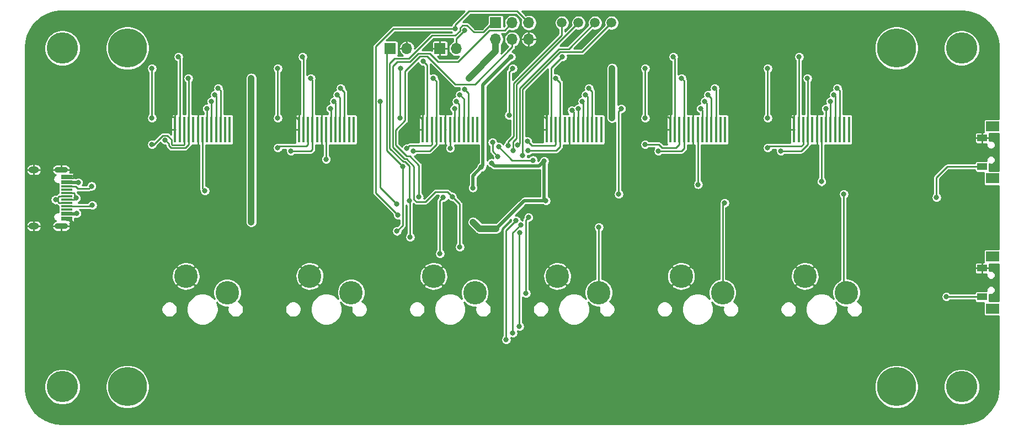
<source format=gbr>
G04 #@! TF.GenerationSoftware,KiCad,Pcbnew,5.1.7-a382d34a8~88~ubuntu20.04.1*
G04 #@! TF.CreationDate,2021-04-25T17:54:28-07:00*
G04 #@! TF.ProjectId,keypad-base,6b657970-6164-42d6-9261-73652e6b6963,Apr2021a*
G04 #@! TF.SameCoordinates,Original*
G04 #@! TF.FileFunction,Copper,L2,Bot*
G04 #@! TF.FilePolarity,Positive*
%FSLAX46Y46*%
G04 Gerber Fmt 4.6, Leading zero omitted, Abs format (unit mm)*
G04 Created by KiCad (PCBNEW 5.1.7-a382d34a8~88~ubuntu20.04.1) date 2021-04-25 17:54:28*
%MOMM*%
%LPD*%
G01*
G04 APERTURE LIST*
G04 #@! TA.AperFunction,ComponentPad*
%ADD10C,3.200000*%
G04 #@! TD*
G04 #@! TA.AperFunction,SMDPad,CuDef*
%ADD11C,6.000000*%
G04 #@! TD*
G04 #@! TA.AperFunction,SMDPad,CuDef*
%ADD12R,2.000000X1.500000*%
G04 #@! TD*
G04 #@! TA.AperFunction,SMDPad,CuDef*
%ADD13R,1.500000X1.000000*%
G04 #@! TD*
G04 #@! TA.AperFunction,ComponentPad*
%ADD14O,1.700000X1.700000*%
G04 #@! TD*
G04 #@! TA.AperFunction,ComponentPad*
%ADD15R,1.700000X1.700000*%
G04 #@! TD*
G04 #@! TA.AperFunction,SMDPad,CuDef*
%ADD16R,1.750000X0.300000*%
G04 #@! TD*
G04 #@! TA.AperFunction,ComponentPad*
%ADD17O,2.100000X0.900000*%
G04 #@! TD*
G04 #@! TA.AperFunction,ComponentPad*
%ADD18O,1.600000X1.000000*%
G04 #@! TD*
G04 #@! TA.AperFunction,SMDPad,CuDef*
%ADD19R,0.400000X4.000000*%
G04 #@! TD*
G04 #@! TA.AperFunction,SMDPad,CuDef*
%ADD20C,1.500000*%
G04 #@! TD*
G04 #@! TA.AperFunction,SMDPad,CuDef*
%ADD21O,1.700000X1.700000*%
G04 #@! TD*
G04 #@! TA.AperFunction,SMDPad,CuDef*
%ADD22R,1.700000X1.700000*%
G04 #@! TD*
G04 #@! TA.AperFunction,ComponentPad*
%ADD23C,3.600000*%
G04 #@! TD*
G04 #@! TA.AperFunction,ViaPad*
%ADD24C,4.810000*%
G04 #@! TD*
G04 #@! TA.AperFunction,ViaPad*
%ADD25C,0.800000*%
G04 #@! TD*
G04 #@! TA.AperFunction,ViaPad*
%ADD26C,2.200000*%
G04 #@! TD*
G04 #@! TA.AperFunction,Conductor*
%ADD27C,0.250000*%
G04 #@! TD*
G04 #@! TA.AperFunction,Conductor*
%ADD28C,0.500000*%
G04 #@! TD*
G04 #@! TA.AperFunction,Conductor*
%ADD29C,1.000000*%
G04 #@! TD*
G04 #@! TA.AperFunction,Conductor*
%ADD30C,0.254000*%
G04 #@! TD*
G04 #@! TA.AperFunction,Conductor*
%ADD31C,0.100000*%
G04 #@! TD*
G04 APERTURE END LIST*
D10*
G04 #@! TO.P,H5,1*
G04 #@! TO.N,N/C*
X107500000Y-111900000D03*
D11*
X107500000Y-111900000D03*
G04 #@! TD*
D10*
G04 #@! TO.P,H4,1*
G04 #@! TO.N,N/C*
X107500000Y-59900000D03*
D11*
X107500000Y-59900000D03*
G04 #@! TD*
D10*
G04 #@! TO.P,H3,1*
G04 #@! TO.N,N/C*
X225500000Y-59900000D03*
D11*
X225500000Y-59900000D03*
G04 #@! TD*
D10*
G04 #@! TO.P,H2,1*
G04 #@! TO.N,N/C*
X225500000Y-111900000D03*
D11*
X225500000Y-111900000D03*
G04 #@! TD*
D12*
G04 #@! TO.P,SW8,NC*
G04 #@! TO.N,N/C*
X240250000Y-91900000D03*
X240250000Y-99900000D03*
D13*
G04 #@! TO.P,SW8,2*
G04 #@! TO.N,/SW8*
X238650000Y-98100000D03*
G04 #@! TO.P,SW8,1*
G04 #@! TO.N,GND*
X238650000Y-93700000D03*
G04 #@! TD*
D12*
G04 #@! TO.P,SW1,NC*
G04 #@! TO.N,N/C*
X240250000Y-71900000D03*
X240250000Y-79900000D03*
D13*
G04 #@! TO.P,SW1,2*
G04 #@! TO.N,/SW1*
X238650000Y-78100000D03*
G04 #@! TO.P,SW1,1*
G04 #@! TO.N,GND*
X238650000Y-73700000D03*
G04 #@! TD*
D14*
G04 #@! TO.P,J3,2*
G04 #@! TO.N,GND*
X150368000Y-59944000D03*
D15*
G04 #@! TO.P,J3,1*
G04 #@! TO.N,/~FLASH_CS*
X147828000Y-59944000D03*
G04 #@! TD*
D14*
G04 #@! TO.P,J2,2*
G04 #@! TO.N,/~RESET*
X157988000Y-59944000D03*
D15*
G04 #@! TO.P,J2,1*
G04 #@! TO.N,GND*
X155448000Y-59944000D03*
G04 #@! TD*
D16*
G04 #@! TO.P,J1,A12*
G04 #@! TO.N,GND*
X98150000Y-79550000D03*
G04 #@! TO.P,J1,B1*
X98150000Y-79850000D03*
G04 #@! TO.P,J1,B4*
G04 #@! TO.N,+5V*
X98150000Y-80650000D03*
G04 #@! TO.P,J1,A9*
X98150000Y-80350000D03*
G04 #@! TO.P,J1,B9*
X98150000Y-85150000D03*
G04 #@! TO.P,J1,A4*
X98150000Y-85450000D03*
G04 #@! TO.P,J1,B12*
G04 #@! TO.N,GND*
X98150000Y-85950000D03*
G04 #@! TO.P,J1,A1*
X98150000Y-86250000D03*
G04 #@! TO.P,J1,A6*
G04 #@! TO.N,/D_P*
X98150000Y-83150000D03*
G04 #@! TO.P,J1,A5*
G04 #@! TO.N,/CC1*
X98150000Y-84150000D03*
G04 #@! TO.P,J1,B8*
G04 #@! TO.N,Net-(J1-PadB8)*
X98150000Y-84650000D03*
G04 #@! TO.P,J1,B7*
G04 #@! TO.N,/D_N*
X98150000Y-83650000D03*
G04 #@! TO.P,J1,B5*
G04 #@! TO.N,/CC2*
X98150000Y-81150000D03*
G04 #@! TO.P,J1,A8*
G04 #@! TO.N,Net-(J1-PadA8)*
X98150000Y-81650000D03*
G04 #@! TO.P,J1,B6*
G04 #@! TO.N,/D_P*
X98150000Y-82150000D03*
G04 #@! TO.P,J1,A7*
G04 #@! TO.N,/D_N*
X98150000Y-82650000D03*
D17*
G04 #@! TO.P,J1,S1*
G04 #@! TO.N,GND*
X97310000Y-78580000D03*
X97310000Y-87220000D03*
D18*
X93130000Y-78580000D03*
X93130000Y-87220000D03*
G04 #@! TD*
D19*
G04 #@! TO.P,U8,6*
G04 #@! TO.N,/~LCDRESET*
X214700000Y-72424000D03*
G04 #@! TO.P,U8,3*
G04 #@! TO.N,/SDA*
X216800000Y-72424000D03*
G04 #@! TO.P,U8,5*
G04 #@! TO.N,/D\u005CC*
X215400000Y-72424000D03*
G04 #@! TO.P,U8,1*
G04 #@! TO.N,Net-(U8-Pad1)*
X218200000Y-72424000D03*
G04 #@! TO.P,U8,4*
G04 #@! TO.N,/SCL*
X216100000Y-72424000D03*
G04 #@! TO.P,U8,2*
G04 #@! TO.N,Net-(U8-Pad2)*
X217500000Y-72424000D03*
G04 #@! TO.P,U8,7*
G04 #@! TO.N,/~CS7*
X214000000Y-72424000D03*
G04 #@! TO.P,U8,8*
G04 #@! TO.N,GND*
X213300000Y-72424000D03*
G04 #@! TO.P,U8,9*
G04 #@! TO.N,N/C*
X212600000Y-72424000D03*
G04 #@! TO.P,U8,10*
G04 #@! TO.N,+3V3*
X211900000Y-72424000D03*
G04 #@! TO.P,U8,11*
G04 #@! TO.N,Net-(R10-Pad1)*
X211200000Y-72424000D03*
G04 #@! TO.P,U8,12*
G04 #@! TO.N,+5V*
X210500000Y-72424000D03*
G04 #@! TO.P,U8,13*
G04 #@! TO.N,GND*
X209800000Y-72424000D03*
G04 #@! TD*
G04 #@! TO.P,U7,6*
G04 #@! TO.N,/~LCDRESET*
X195700000Y-72424000D03*
G04 #@! TO.P,U7,3*
G04 #@! TO.N,/SDA*
X197800000Y-72424000D03*
G04 #@! TO.P,U7,5*
G04 #@! TO.N,/D\u005CC*
X196400000Y-72424000D03*
G04 #@! TO.P,U7,1*
G04 #@! TO.N,Net-(U7-Pad1)*
X199200000Y-72424000D03*
G04 #@! TO.P,U7,4*
G04 #@! TO.N,/SCL*
X197100000Y-72424000D03*
G04 #@! TO.P,U7,2*
G04 #@! TO.N,Net-(U7-Pad2)*
X198500000Y-72424000D03*
G04 #@! TO.P,U7,7*
G04 #@! TO.N,/~CS6*
X195000000Y-72424000D03*
G04 #@! TO.P,U7,8*
G04 #@! TO.N,GND*
X194300000Y-72424000D03*
G04 #@! TO.P,U7,9*
G04 #@! TO.N,N/C*
X193600000Y-72424000D03*
G04 #@! TO.P,U7,10*
G04 #@! TO.N,+3V3*
X192900000Y-72424000D03*
G04 #@! TO.P,U7,11*
G04 #@! TO.N,Net-(R9-Pad1)*
X192200000Y-72424000D03*
G04 #@! TO.P,U7,12*
G04 #@! TO.N,+5V*
X191500000Y-72424000D03*
G04 #@! TO.P,U7,13*
G04 #@! TO.N,GND*
X190800000Y-72424000D03*
G04 #@! TD*
G04 #@! TO.P,U6,6*
G04 #@! TO.N,/~LCDRESET*
X176700000Y-72424000D03*
G04 #@! TO.P,U6,3*
G04 #@! TO.N,/SDA*
X178800000Y-72424000D03*
G04 #@! TO.P,U6,5*
G04 #@! TO.N,/D\u005CC*
X177400000Y-72424000D03*
G04 #@! TO.P,U6,1*
G04 #@! TO.N,Net-(U6-Pad1)*
X180200000Y-72424000D03*
G04 #@! TO.P,U6,4*
G04 #@! TO.N,/SCL*
X178100000Y-72424000D03*
G04 #@! TO.P,U6,2*
G04 #@! TO.N,Net-(U6-Pad2)*
X179500000Y-72424000D03*
G04 #@! TO.P,U6,7*
G04 #@! TO.N,/~CS4*
X176000000Y-72424000D03*
G04 #@! TO.P,U6,8*
G04 #@! TO.N,GND*
X175300000Y-72424000D03*
G04 #@! TO.P,U6,9*
G04 #@! TO.N,N/C*
X174600000Y-72424000D03*
G04 #@! TO.P,U6,10*
G04 #@! TO.N,+3V3*
X173900000Y-72424000D03*
G04 #@! TO.P,U6,11*
G04 #@! TO.N,Net-(R8-Pad1)*
X173200000Y-72424000D03*
G04 #@! TO.P,U6,12*
G04 #@! TO.N,+5V*
X172500000Y-72424000D03*
G04 #@! TO.P,U6,13*
G04 #@! TO.N,GND*
X171800000Y-72424000D03*
G04 #@! TD*
G04 #@! TO.P,U5,6*
G04 #@! TO.N,/~LCDRESET*
X157700000Y-72424000D03*
G04 #@! TO.P,U5,3*
G04 #@! TO.N,/SDA*
X159800000Y-72424000D03*
G04 #@! TO.P,U5,5*
G04 #@! TO.N,/D\u005CC*
X158400000Y-72424000D03*
G04 #@! TO.P,U5,1*
G04 #@! TO.N,Net-(U5-Pad1)*
X161200000Y-72424000D03*
G04 #@! TO.P,U5,4*
G04 #@! TO.N,/SCL*
X159100000Y-72424000D03*
G04 #@! TO.P,U5,2*
G04 #@! TO.N,Net-(U5-Pad2)*
X160500000Y-72424000D03*
G04 #@! TO.P,U5,7*
G04 #@! TO.N,/~CS5*
X157000000Y-72424000D03*
G04 #@! TO.P,U5,8*
G04 #@! TO.N,GND*
X156300000Y-72424000D03*
G04 #@! TO.P,U5,9*
G04 #@! TO.N,N/C*
X155600000Y-72424000D03*
G04 #@! TO.P,U5,10*
G04 #@! TO.N,+3V3*
X154900000Y-72424000D03*
G04 #@! TO.P,U5,11*
G04 #@! TO.N,Net-(R7-Pad1)*
X154200000Y-72424000D03*
G04 #@! TO.P,U5,12*
G04 #@! TO.N,+5V*
X153500000Y-72424000D03*
G04 #@! TO.P,U5,13*
G04 #@! TO.N,GND*
X152800000Y-72424000D03*
G04 #@! TD*
G04 #@! TO.P,U4,6*
G04 #@! TO.N,/~LCDRESET*
X138700000Y-72424000D03*
G04 #@! TO.P,U4,3*
G04 #@! TO.N,/SDA*
X140800000Y-72424000D03*
G04 #@! TO.P,U4,5*
G04 #@! TO.N,/D\u005CC*
X139400000Y-72424000D03*
G04 #@! TO.P,U4,1*
G04 #@! TO.N,Net-(U4-Pad1)*
X142200000Y-72424000D03*
G04 #@! TO.P,U4,4*
G04 #@! TO.N,/SCL*
X140100000Y-72424000D03*
G04 #@! TO.P,U4,2*
G04 #@! TO.N,Net-(U4-Pad2)*
X141500000Y-72424000D03*
G04 #@! TO.P,U4,7*
G04 #@! TO.N,/~CS3*
X138000000Y-72424000D03*
G04 #@! TO.P,U4,8*
G04 #@! TO.N,GND*
X137300000Y-72424000D03*
G04 #@! TO.P,U4,9*
G04 #@! TO.N,N/C*
X136600000Y-72424000D03*
G04 #@! TO.P,U4,10*
G04 #@! TO.N,+3V3*
X135900000Y-72424000D03*
G04 #@! TO.P,U4,11*
G04 #@! TO.N,Net-(R6-Pad1)*
X135200000Y-72424000D03*
G04 #@! TO.P,U4,12*
G04 #@! TO.N,+5V*
X134500000Y-72424000D03*
G04 #@! TO.P,U4,13*
G04 #@! TO.N,GND*
X133800000Y-72424000D03*
G04 #@! TD*
G04 #@! TO.P,U3,6*
G04 #@! TO.N,/~LCDRESET*
X119700000Y-72424000D03*
G04 #@! TO.P,U3,3*
G04 #@! TO.N,/SDA*
X121800000Y-72424000D03*
G04 #@! TO.P,U3,5*
G04 #@! TO.N,/D\u005CC*
X120400000Y-72424000D03*
G04 #@! TO.P,U3,1*
G04 #@! TO.N,Net-(U3-Pad1)*
X123200000Y-72424000D03*
G04 #@! TO.P,U3,4*
G04 #@! TO.N,/SCL*
X121100000Y-72424000D03*
G04 #@! TO.P,U3,2*
G04 #@! TO.N,Net-(U3-Pad2)*
X122500000Y-72424000D03*
G04 #@! TO.P,U3,7*
G04 #@! TO.N,/~CS2*
X119000000Y-72424000D03*
G04 #@! TO.P,U3,8*
G04 #@! TO.N,GND*
X118300000Y-72424000D03*
G04 #@! TO.P,U3,9*
G04 #@! TO.N,N/C*
X117600000Y-72424000D03*
G04 #@! TO.P,U3,10*
G04 #@! TO.N,+3V3*
X116900000Y-72424000D03*
G04 #@! TO.P,U3,11*
G04 #@! TO.N,Net-(R5-Pad1)*
X116200000Y-72424000D03*
G04 #@! TO.P,U3,12*
G04 #@! TO.N,+5V*
X115500000Y-72424000D03*
G04 #@! TO.P,U3,13*
G04 #@! TO.N,GND*
X114800000Y-72424000D03*
G04 #@! TD*
D20*
G04 #@! TO.P,TMS1,1*
G04 #@! TO.N,/TMS*
X176700000Y-56000000D03*
G04 #@! TD*
G04 #@! TO.P,TDO1,1*
G04 #@! TO.N,/TDO*
X179240000Y-56000000D03*
G04 #@! TD*
G04 #@! TO.P,TDI1,1*
G04 #@! TO.N,/TDI*
X181780000Y-56000000D03*
G04 #@! TD*
G04 #@! TO.P,TCK1,1*
G04 #@! TO.N,/TCK*
X174160000Y-56000000D03*
G04 #@! TD*
D21*
G04 #@! TO.P,CON1,6*
G04 #@! TO.N,GND*
X169080000Y-58540000D03*
G04 #@! TO.P,CON1,5*
G04 #@! TO.N,/~RESET*
X169080000Y-56000000D03*
G04 #@! TO.P,CON1,4*
G04 #@! TO.N,/MOSI*
X166540000Y-58540000D03*
G04 #@! TO.P,CON1,3*
G04 #@! TO.N,/SCK*
X166540000Y-56000000D03*
G04 #@! TO.P,CON1,2*
G04 #@! TO.N,+3V3*
X164000000Y-58540000D03*
D22*
G04 #@! TO.P,CON1,1*
G04 #@! TO.N,/MISO*
X164000000Y-56000000D03*
G04 #@! TD*
D23*
G04 #@! TO.P,SW7,2*
G04 #@! TO.N,/SW7*
X217810000Y-97460000D03*
G04 #@! TO.P,SW7,1*
G04 #@! TO.N,GND*
X211460000Y-94920000D03*
G04 #@! TD*
G04 #@! TO.P,SW6,2*
G04 #@! TO.N,/SW6*
X198810000Y-97460000D03*
G04 #@! TO.P,SW6,1*
G04 #@! TO.N,GND*
X192460000Y-94920000D03*
G04 #@! TD*
G04 #@! TO.P,SW5,2*
G04 #@! TO.N,/SW5*
X179810000Y-97460000D03*
G04 #@! TO.P,SW5,1*
G04 #@! TO.N,GND*
X173460000Y-94920000D03*
G04 #@! TD*
G04 #@! TO.P,SW4,2*
G04 #@! TO.N,/SW4*
X160810000Y-97460000D03*
G04 #@! TO.P,SW4,1*
G04 #@! TO.N,GND*
X154460000Y-94920000D03*
G04 #@! TD*
G04 #@! TO.P,SW3,2*
G04 #@! TO.N,/SW3*
X141810000Y-97460000D03*
G04 #@! TO.P,SW3,1*
G04 #@! TO.N,GND*
X135460000Y-94920000D03*
G04 #@! TD*
G04 #@! TO.P,SW2,2*
G04 #@! TO.N,/SW2*
X122810000Y-97460000D03*
G04 #@! TO.P,SW2,1*
G04 #@! TO.N,GND*
X116460000Y-94920000D03*
G04 #@! TD*
D24*
G04 #@! TO.N,*
X235500000Y-111900000D03*
X235500000Y-59900000D03*
X97500000Y-111900000D03*
X97500000Y-59900000D03*
D25*
G04 #@! TO.N,GND*
X164401500Y-78994000D03*
D26*
X184320000Y-56000000D03*
X161460000Y-56000000D03*
D25*
X99457060Y-79534120D03*
X99060000Y-87630000D03*
X113030000Y-70485000D03*
X132715000Y-70485000D03*
X151765000Y-70485000D03*
X170815000Y-70485000D03*
X189230000Y-70485000D03*
X208280000Y-70485000D03*
X158496000Y-76708000D03*
X174227206Y-79340014D03*
X152908000Y-57912000D03*
X176234830Y-81120979D03*
G04 #@! TO.N,+3V3*
X192532000Y-64516000D03*
X173228000Y-64516000D03*
X154432000Y-64516000D03*
X135636000Y-64516000D03*
X116840000Y-64516000D03*
X113284000Y-74023991D03*
X132588000Y-75692000D03*
X188976000Y-75692000D03*
X207772000Y-75692000D03*
X163359594Y-77537609D03*
X169000010Y-75610025D03*
X151387040Y-75688960D03*
X159893000Y-64516000D03*
X211836000Y-64516000D03*
X160528000Y-86614000D03*
X126492000Y-64516000D03*
X126492000Y-86614000D03*
X171450000Y-77216000D03*
X171704000Y-83312000D03*
X164084000Y-87630000D03*
G04 #@! TO.N,/AREF*
X163512500Y-74358500D03*
X164338000Y-76517500D03*
G04 #@! TO.N,/MOSI*
X155956000Y-82804000D03*
X155448000Y-91440000D03*
X152236010Y-82777490D03*
G04 #@! TO.N,/SCK*
X158496000Y-90424000D03*
X157323392Y-82694467D03*
G04 #@! TO.N,/MISO*
X150876000Y-88900000D03*
X150732347Y-83367650D03*
G04 #@! TO.N,/SDA*
X121412000Y-66040000D03*
X140208000Y-66040000D03*
X178308000Y-66040000D03*
X197612000Y-66040000D03*
X216408000Y-66040000D03*
X159205048Y-66193510D03*
G04 #@! TO.N,/SCL*
X120904000Y-67056000D03*
X139700000Y-67056000D03*
X158496000Y-67056000D03*
X177800000Y-67056000D03*
X196596000Y-67056000D03*
X215900000Y-67056000D03*
G04 #@! TO.N,/SW1*
X167132000Y-86360000D03*
X165608000Y-104648000D03*
X231648000Y-82804000D03*
G04 #@! TO.N,/SW2*
X166624000Y-103632000D03*
X167839115Y-87067115D03*
G04 #@! TO.N,/SW3*
X167640000Y-102616000D03*
X167683551Y-88247999D03*
G04 #@! TO.N,/SW4*
X168656000Y-97536000D03*
X169032023Y-85888667D03*
G04 #@! TO.N,/SW5*
X179832000Y-87376000D03*
G04 #@! TO.N,/SW6*
X199136000Y-83672543D03*
G04 #@! TO.N,/SW7*
X217424000Y-82296000D03*
G04 #@! TO.N,/SW8*
X233172000Y-98044000D03*
G04 #@! TO.N,/TCK*
X165915011Y-74856589D03*
G04 #@! TO.N,/TDI*
X168112597Y-76392324D03*
G04 #@! TO.N,/TDO*
X167396680Y-74817322D03*
G04 #@! TO.N,/TMS*
X166671670Y-75643535D03*
G04 #@! TO.N,+5V*
X161798000Y-78195010D03*
X99949000Y-80518000D03*
X99695000Y-85280500D03*
X160511423Y-81343925D03*
X210566000Y-61214000D03*
X191262000Y-61214000D03*
X174244000Y-61214000D03*
X134366000Y-61214000D03*
X115316000Y-61214000D03*
X152851423Y-61880023D03*
X166370000Y-61214000D03*
G04 #@! TO.N,/~RESET*
X157807988Y-56902943D03*
X159258000Y-57150000D03*
X148976732Y-85513990D03*
G04 #@! TO.N,/~LCDRESET*
X214674990Y-69196001D03*
X119674990Y-69196001D03*
X138674990Y-69196001D03*
X157674990Y-69196001D03*
X176674990Y-69196001D03*
X195471999Y-69196001D03*
X182880000Y-82296000D03*
X183279999Y-69196001D03*
G04 #@! TO.N,/D\u005CC*
X120374990Y-68072000D03*
X139192000Y-68072000D03*
X157988000Y-68072000D03*
X177292000Y-68072000D03*
X196088000Y-68072000D03*
X215374990Y-68072000D03*
X148844000Y-83820000D03*
X146304000Y-68072000D03*
G04 #@! TO.N,/BACKLIGHTK*
X111252000Y-70612000D03*
X111252000Y-62992000D03*
X130556000Y-70612000D03*
X130556000Y-62992000D03*
X149352000Y-70612000D03*
X166624000Y-62992000D03*
X186944000Y-70612000D03*
X186944000Y-62992000D03*
X205740000Y-70612000D03*
X205740000Y-62992000D03*
X181864000Y-70612000D03*
X181864000Y-62992000D03*
X166051012Y-70194010D03*
X149378510Y-62998734D03*
G04 #@! TO.N,Net-(R5-Pad1)*
X111252000Y-74676000D03*
G04 #@! TO.N,Net-(R6-Pad1)*
X130556000Y-75184000D03*
G04 #@! TO.N,Net-(R7-Pad1)*
X150370275Y-75290001D03*
G04 #@! TO.N,Net-(R8-Pad1)*
X168873010Y-74184729D03*
G04 #@! TO.N,Net-(R9-Pad1)*
X186944000Y-74676000D03*
G04 #@! TO.N,Net-(R10-Pad1)*
X205740000Y-75184000D03*
G04 #@! TO.N,/~CS2*
X119380000Y-81788000D03*
G04 #@! TO.N,/~CS3*
X137985500Y-76962000D03*
G04 #@! TO.N,/~CS5*
X169737650Y-77117334D03*
X157035500Y-75247500D03*
X164456111Y-75030544D03*
G04 #@! TO.N,/~CS4*
X175704500Y-69469000D03*
G04 #@! TO.N,/~CS6*
X195072000Y-80835500D03*
G04 #@! TO.N,/~CS7*
X213995000Y-80391000D03*
G04 #@! TO.N,/D_P*
X99624594Y-82925031D03*
G04 #@! TO.N,/CC1*
X102108000Y-84010500D03*
G04 #@! TO.N,/D_N*
X96456500Y-83185000D03*
G04 #@! TO.N,/CC2*
X101981000Y-81089500D03*
G04 #@! TO.N,/~FLASH_CS*
X148844000Y-88011000D03*
X149728460Y-78075011D03*
G04 #@! TD*
D27*
G04 #@! TO.N,GND*
X99141180Y-79850000D02*
X99457060Y-79534120D01*
X98150000Y-79550000D02*
X99441180Y-79550000D01*
X99441180Y-79550000D02*
X99457060Y-79534120D01*
X98150000Y-79850000D02*
X99141180Y-79850000D01*
D28*
X99060000Y-86711500D02*
X99060000Y-87630000D01*
X98598500Y-86250000D02*
X99060000Y-86711500D01*
X98150000Y-86250000D02*
X98598500Y-86250000D01*
D27*
X98150000Y-85950000D02*
X98150000Y-86250000D01*
X114800000Y-72424000D02*
X114800000Y-70620000D01*
X114665000Y-70485000D02*
X113030000Y-70485000D01*
X114800000Y-70620000D02*
X114665000Y-70485000D01*
X133800000Y-72424000D02*
X133800000Y-70935000D01*
X133800000Y-70935000D02*
X133350000Y-70485000D01*
X133350000Y-70485000D02*
X132715000Y-70485000D01*
X152800000Y-72424000D02*
X152800000Y-70885000D01*
X152400000Y-70485000D02*
X151765000Y-70485000D01*
X152800000Y-70885000D02*
X152400000Y-70485000D01*
X171800000Y-72424000D02*
X171800000Y-70835000D01*
X171800000Y-70835000D02*
X171450000Y-70485000D01*
X171450000Y-70485000D02*
X170815000Y-70485000D01*
X190800000Y-72424000D02*
X190800000Y-70785000D01*
X190500000Y-70485000D02*
X189230000Y-70485000D01*
X190800000Y-70785000D02*
X190500000Y-70485000D01*
X209800000Y-72424000D02*
X209800000Y-70735000D01*
X209800000Y-70735000D02*
X209550000Y-70485000D01*
X209550000Y-70485000D02*
X208280000Y-70485000D01*
G04 #@! TO.N,+3V3*
X192900000Y-64884000D02*
X192532000Y-64516000D01*
X192900000Y-72424000D02*
X192900000Y-64884000D01*
X173900000Y-65188000D02*
X173228000Y-64516000D01*
X173900000Y-72424000D02*
X173900000Y-65188000D01*
X154900000Y-64984000D02*
X154432000Y-64516000D01*
X154900000Y-72424000D02*
X154900000Y-64984000D01*
X135900000Y-64780000D02*
X135636000Y-64516000D01*
X135900000Y-72424000D02*
X135900000Y-64780000D01*
X116900000Y-64576000D02*
X116840000Y-64516000D01*
X116900000Y-72424000D02*
X116900000Y-64576000D01*
X113824988Y-74564979D02*
X113284000Y-74023991D01*
X116900000Y-74674000D02*
X116374988Y-75199012D01*
X116900000Y-72424000D02*
X116900000Y-74674000D01*
X114153599Y-75199012D02*
X113824988Y-74870401D01*
X113824988Y-74870401D02*
X113824988Y-74564979D01*
X116374988Y-75199012D02*
X114153599Y-75199012D01*
X132588000Y-75692000D02*
X135636000Y-75692000D01*
X135900000Y-75428000D02*
X135900000Y-72424000D01*
X135636000Y-75692000D02*
X135900000Y-75428000D01*
X192900000Y-72424000D02*
X192900000Y-75324000D01*
X192900000Y-75324000D02*
X192532000Y-75692000D01*
X192532000Y-75692000D02*
X188976000Y-75692000D01*
X211900000Y-74674000D02*
X211900000Y-72424000D01*
X210882000Y-75692000D02*
X211900000Y-74674000D01*
X207772000Y-75692000D02*
X210882000Y-75692000D01*
X173309975Y-75610025D02*
X169000010Y-75610025D01*
X173900000Y-75020000D02*
X173309975Y-75610025D01*
X173900000Y-72424000D02*
X173900000Y-75020000D01*
X154900000Y-74674000D02*
X153885040Y-75688960D01*
X154900000Y-72424000D02*
X154900000Y-74674000D01*
X153885040Y-75688960D02*
X151387040Y-75688960D01*
D29*
X164000000Y-60409000D02*
X159893000Y-64516000D01*
X164000000Y-58540000D02*
X164000000Y-60409000D01*
D27*
X211900000Y-64580000D02*
X211836000Y-64516000D01*
X211900000Y-72424000D02*
X211900000Y-64580000D01*
D29*
X126492000Y-64516000D02*
X126492000Y-86614000D01*
D28*
X163359594Y-77537609D02*
X163799985Y-77978000D01*
X170688000Y-77978000D02*
X171450000Y-77216000D01*
X163799985Y-77978000D02*
X170688000Y-77978000D01*
X171450000Y-83058000D02*
X171704000Y-83312000D01*
X171450000Y-77216000D02*
X171450000Y-83058000D01*
X168402000Y-83312000D02*
X164084000Y-87630000D01*
X171704000Y-83312000D02*
X168402000Y-83312000D01*
D29*
X161544000Y-87630000D02*
X160528000Y-86614000D01*
X164084000Y-87630000D02*
X161544000Y-87630000D01*
D27*
G04 #@! TO.N,/AREF*
X163512500Y-75692000D02*
X164338000Y-76517500D01*
X163512500Y-74358500D02*
X163512500Y-75692000D01*
G04 #@! TO.N,/MOSI*
X155448000Y-83312000D02*
X155448000Y-91440000D01*
X155956000Y-82804000D02*
X155448000Y-83312000D01*
X160813581Y-65468500D02*
X157796090Y-65468500D01*
X166540000Y-58540000D02*
X166540000Y-59742081D01*
X148653500Y-74801590D02*
X150305908Y-76453998D01*
X152401983Y-61155013D02*
X150114000Y-63442996D01*
X150305908Y-76453998D02*
X150813909Y-76453998D01*
X153482603Y-61155013D02*
X152401983Y-61155013D01*
X150114000Y-63442996D02*
X150114000Y-70993000D01*
X148653500Y-72453500D02*
X148653500Y-74801590D01*
X152236010Y-77876099D02*
X152236010Y-82777490D01*
X166540000Y-59742081D02*
X160813581Y-65468500D01*
X150114000Y-70993000D02*
X148653500Y-72453500D01*
X157796090Y-65468500D02*
X153482603Y-61155013D01*
X150813909Y-76453998D02*
X152236010Y-77876099D01*
G04 #@! TO.N,/SCK*
X149991099Y-76904009D02*
X150310009Y-76904009D01*
X158229412Y-61976000D02*
X155194998Y-61976000D01*
X148203489Y-75116400D02*
X149991099Y-76904009D01*
X150310009Y-76904009D02*
X151447500Y-78041500D01*
X158496000Y-83867075D02*
X157323392Y-82694467D01*
X150876000Y-61976000D02*
X148907500Y-61976000D01*
X153924000Y-60705002D02*
X152146998Y-60705002D01*
X148203489Y-62680011D02*
X148203489Y-75116400D01*
X151447500Y-78041500D02*
X151447500Y-83121500D01*
X153225500Y-83502500D02*
X154749500Y-81978500D01*
X148907500Y-61976000D02*
X148203489Y-62680011D01*
X165364999Y-57175001D02*
X163030411Y-57175001D01*
X166540000Y-56000000D02*
X165364999Y-57175001D01*
X154749500Y-81978500D02*
X156607425Y-81978500D01*
X156607425Y-81978500D02*
X157323392Y-82694467D01*
X152146998Y-60705002D02*
X150876000Y-61976000D01*
X155194998Y-61976000D02*
X153924000Y-60705002D01*
X158496000Y-90424000D02*
X158496000Y-83867075D01*
X163030411Y-57175001D02*
X158229412Y-61976000D01*
X151828500Y-83502500D02*
X153225500Y-83502500D01*
X151447500Y-83121500D02*
X151828500Y-83502500D01*
G04 #@! TO.N,/MISO*
X150876000Y-83511303D02*
X150732347Y-83367650D01*
X150876000Y-88900000D02*
X150876000Y-83511303D01*
X158532998Y-56801998D02*
X158532998Y-57238592D01*
X149804699Y-77354020D02*
X150123610Y-77354020D01*
X163569002Y-56000000D02*
X162107011Y-57461991D01*
X160642995Y-57461991D02*
X159606002Y-56424998D01*
X159606002Y-56424998D02*
X158909998Y-56424998D01*
X150123610Y-77354020D02*
X150732347Y-77962757D01*
X147753478Y-62241022D02*
X147753478Y-75302799D01*
X148468511Y-61525989D02*
X147753478Y-62241022D01*
X158909998Y-56424998D02*
X158532998Y-56801998D01*
X150732347Y-77962757D02*
X150732347Y-83367650D01*
X162107011Y-57461991D02*
X160642995Y-57461991D01*
X154245599Y-57969991D02*
X150689601Y-61525989D01*
X150689601Y-61525989D02*
X148468511Y-61525989D01*
X147753478Y-75302799D02*
X149804699Y-77354020D01*
X164000000Y-56000000D02*
X163569002Y-56000000D01*
X157801598Y-57969991D02*
X154245599Y-57969991D01*
X158532998Y-57238592D02*
X157801598Y-57969991D01*
G04 #@! TO.N,/SDA*
X121800000Y-66428000D02*
X121412000Y-66040000D01*
X121800000Y-72424000D02*
X121800000Y-66428000D01*
X140800000Y-66632000D02*
X140208000Y-66040000D01*
X140800000Y-72424000D02*
X140800000Y-66632000D01*
X178800000Y-66532000D02*
X178308000Y-66040000D01*
X178800000Y-72424000D02*
X178800000Y-66532000D01*
X197800000Y-66228000D02*
X197612000Y-66040000D01*
X197800000Y-72424000D02*
X197800000Y-66228000D01*
X216800000Y-66432000D02*
X216408000Y-66040000D01*
X216800000Y-72424000D02*
X216800000Y-66432000D01*
X159800000Y-66788462D02*
X159205048Y-66193510D01*
X159800000Y-72424000D02*
X159800000Y-66788462D01*
G04 #@! TO.N,/SCL*
X121100000Y-67252000D02*
X120904000Y-67056000D01*
X121100000Y-72424000D02*
X121100000Y-67252000D01*
X140100000Y-67456000D02*
X139700000Y-67056000D01*
X140100000Y-72424000D02*
X140100000Y-67456000D01*
X159100000Y-67660000D02*
X158496000Y-67056000D01*
X159100000Y-72424000D02*
X159100000Y-67660000D01*
X178100000Y-67356000D02*
X177800000Y-67056000D01*
X178100000Y-72424000D02*
X178100000Y-67356000D01*
X197100000Y-67560000D02*
X196596000Y-67056000D01*
X197100000Y-72424000D02*
X197100000Y-67560000D01*
X216100000Y-72424000D02*
X216100000Y-67256000D01*
X216100000Y-67256000D02*
X215900000Y-67056000D01*
G04 #@! TO.N,/SW1*
X167132000Y-86360000D02*
X165608000Y-87884000D01*
X165608000Y-87884000D02*
X165608000Y-104648000D01*
X231648000Y-82804000D02*
X231648000Y-79756000D01*
X233304000Y-78100000D02*
X238650000Y-78100000D01*
X231648000Y-79756000D02*
X233304000Y-78100000D01*
G04 #@! TO.N,/SW2*
X166624000Y-88282230D02*
X167839115Y-87067115D01*
X166624000Y-103632000D02*
X166624000Y-88282230D01*
G04 #@! TO.N,/SW3*
X167640000Y-102616000D02*
X167640000Y-88291550D01*
X167640000Y-88291550D02*
X167683551Y-88247999D01*
G04 #@! TO.N,/SW4*
X168656000Y-97536000D02*
X168656000Y-86264690D01*
X168656000Y-86264690D02*
X169032023Y-85888667D01*
G04 #@! TO.N,/SW5*
X179832000Y-97438000D02*
X179810000Y-97460000D01*
X179832000Y-87376000D02*
X179832000Y-97438000D01*
G04 #@! TO.N,/SW6*
X198810000Y-83998543D02*
X199136000Y-83672543D01*
X198810000Y-97460000D02*
X198810000Y-83998543D01*
G04 #@! TO.N,/SW7*
X217424000Y-97074000D02*
X217810000Y-97460000D01*
X217424000Y-82296000D02*
X217424000Y-97074000D01*
G04 #@! TO.N,/SW8*
X238594000Y-98044000D02*
X238650000Y-98100000D01*
X233172000Y-98044000D02*
X238594000Y-98044000D01*
G04 #@! TO.N,/TCK*
X174160000Y-56000000D02*
X174160000Y-57903589D01*
X166776022Y-65287567D02*
X166776022Y-73429893D01*
X165915011Y-74290904D02*
X165915011Y-74856589D01*
X174160000Y-57903589D02*
X166776022Y-65287567D01*
X166776022Y-73429893D02*
X165915011Y-74290904D01*
G04 #@! TO.N,/TDI*
X177291002Y-60488998D02*
X173895998Y-60488998D01*
X173895998Y-60488998D02*
X168147999Y-66236997D01*
X181780000Y-56000000D02*
X177291002Y-60488998D01*
X168147999Y-66236997D02*
X168147999Y-76356922D01*
X168147999Y-76356922D02*
X168112597Y-76392324D01*
G04 #@! TO.N,/TDO*
X173709598Y-60038987D02*
X167697988Y-66050597D01*
X175201013Y-60038987D02*
X173709598Y-60038987D01*
X179240000Y-56000000D02*
X175201013Y-60038987D01*
X167697988Y-66050597D02*
X167697988Y-74516014D01*
X167697988Y-74516014D02*
X167396680Y-74817322D01*
G04 #@! TO.N,/TMS*
X167226033Y-73753645D02*
X166671670Y-74308008D01*
X167226033Y-65473967D02*
X167226033Y-73753645D01*
X166671670Y-74308008D02*
X166671670Y-75643535D01*
X176700000Y-56000000D02*
X167226033Y-65473967D01*
G04 #@! TO.N,+5V*
X98150000Y-80350000D02*
X99781000Y-80350000D01*
X99781000Y-80350000D02*
X99949000Y-80518000D01*
X99817000Y-80650000D02*
X99949000Y-80518000D01*
X98150000Y-80650000D02*
X99817000Y-80650000D01*
X99564500Y-85150000D02*
X99695000Y-85280500D01*
X98150000Y-85150000D02*
X99564500Y-85150000D01*
X99525500Y-85450000D02*
X99695000Y-85280500D01*
X98150000Y-85450000D02*
X99525500Y-85450000D01*
X210500000Y-61280000D02*
X210566000Y-61214000D01*
X210500000Y-72424000D02*
X210500000Y-61280000D01*
X191500000Y-61452000D02*
X191262000Y-61214000D01*
X191500000Y-72424000D02*
X191500000Y-61452000D01*
X172500000Y-72424000D02*
X172500000Y-62958000D01*
X172500000Y-62958000D02*
X174244000Y-61214000D01*
X134500000Y-61348000D02*
X134366000Y-61214000D01*
X134500000Y-72424000D02*
X134500000Y-61348000D01*
X115500000Y-61398000D02*
X115316000Y-61214000D01*
X115500000Y-72424000D02*
X115500000Y-61398000D01*
X153500000Y-72424000D02*
X153500000Y-62528600D01*
X153500000Y-62528600D02*
X152851423Y-61880023D01*
D28*
X161798000Y-78195010D02*
X162052000Y-77941010D01*
X162052000Y-65532000D02*
X166370000Y-61214000D01*
X162052000Y-77941010D02*
X162052000Y-65532000D01*
X160511423Y-79481587D02*
X160511423Y-81343925D01*
X161798000Y-78195010D02*
X160511423Y-79481587D01*
D27*
G04 #@! TO.N,/~RESET*
X157988000Y-59944000D02*
X157988000Y-58420000D01*
X169080000Y-56000000D02*
X167309000Y-54229000D01*
X157988000Y-58420000D02*
X159258000Y-57150000D01*
X159916246Y-54229000D02*
X157807988Y-56337258D01*
X157807988Y-56337258D02*
X157807988Y-56902943D01*
X167309000Y-54229000D02*
X159916246Y-54229000D01*
X157807988Y-56902943D02*
X148329057Y-56902943D01*
X148329057Y-56902943D02*
X145578998Y-59653002D01*
X145578998Y-59653002D02*
X145578998Y-82116256D01*
X145578998Y-82116256D02*
X148976732Y-85513990D01*
G04 #@! TO.N,/~LCDRESET*
X214700000Y-72424000D02*
X214700000Y-69221011D01*
X214700000Y-69221011D02*
X214674990Y-69196001D01*
X119700000Y-69221011D02*
X119674990Y-69196001D01*
X119700000Y-72424000D02*
X119700000Y-69221011D01*
X138700000Y-72424000D02*
X138700000Y-69221011D01*
X138700000Y-69221011D02*
X138674990Y-69196001D01*
X157700000Y-72424000D02*
X157700000Y-69221011D01*
X157700000Y-69221011D02*
X157674990Y-69196001D01*
X176700000Y-69221011D02*
X176674990Y-69196001D01*
X176700000Y-72424000D02*
X176700000Y-69221011D01*
X195700000Y-69424002D02*
X195471999Y-69196001D01*
X195700000Y-72424000D02*
X195700000Y-69424002D01*
X182880000Y-69596000D02*
X183279999Y-69196001D01*
X182880000Y-82296000D02*
X182880000Y-69596000D01*
G04 #@! TO.N,/D\u005CC*
X120400000Y-68097010D02*
X120374990Y-68072000D01*
X120400000Y-72424000D02*
X120400000Y-68097010D01*
X139400000Y-72424000D02*
X139400000Y-68280000D01*
X139400000Y-68280000D02*
X139192000Y-68072000D01*
X158400000Y-68484000D02*
X157988000Y-68072000D01*
X158400000Y-72424000D02*
X158400000Y-68484000D01*
X177400000Y-68180000D02*
X177292000Y-68072000D01*
X177400000Y-72424000D02*
X177400000Y-68180000D01*
X196400000Y-72424000D02*
X196400000Y-68384000D01*
X196400000Y-68384000D02*
X196088000Y-68072000D01*
X215400000Y-72424000D02*
X215400000Y-68097010D01*
X215400000Y-68097010D02*
X215374990Y-68072000D01*
X148844000Y-83820000D02*
X146304000Y-81280000D01*
X146304000Y-81280000D02*
X146304000Y-68072000D01*
G04 #@! TO.N,/BACKLIGHTK*
X111252000Y-70612000D02*
X111252000Y-62992000D01*
X130556000Y-70612000D02*
X130556000Y-62992000D01*
X186944000Y-70612000D02*
X186944000Y-62992000D01*
X205740000Y-70612000D02*
X205740000Y-62992000D01*
D29*
X181864000Y-70612000D02*
X181864000Y-62992000D01*
D27*
X166051012Y-63564988D02*
X166051012Y-70194010D01*
X166624000Y-62992000D02*
X166051012Y-63564988D01*
X149352000Y-63025244D02*
X149378510Y-62998734D01*
X149352000Y-70612000D02*
X149352000Y-63025244D01*
G04 #@! TO.N,Net-(R5-Pad1)*
X116200000Y-74674000D02*
X116124999Y-74749001D01*
X116200000Y-72424000D02*
X116200000Y-74674000D01*
X111325001Y-74749001D02*
X111252000Y-74676000D01*
X111485988Y-74749001D02*
X111325001Y-74749001D01*
X112935999Y-73298990D02*
X111485988Y-74749001D01*
X114274999Y-73941988D02*
X113632001Y-73298990D01*
X116124999Y-74749001D02*
X114339999Y-74749001D01*
X114339999Y-74749001D02*
X114274999Y-74684001D01*
X114274999Y-74684001D02*
X114274999Y-73941988D01*
X113632001Y-73298990D02*
X112935999Y-73298990D01*
G04 #@! TO.N,Net-(R6-Pad1)*
X135200000Y-72424000D02*
X135200000Y-74674000D01*
X135200000Y-74674000D02*
X134907001Y-74966999D01*
X134907001Y-74966999D02*
X130773001Y-74966999D01*
X130773001Y-74966999D02*
X130556000Y-75184000D01*
G04 #@! TO.N,Net-(R7-Pad1)*
X150770274Y-74890002D02*
X150370275Y-75290001D01*
X153983998Y-74890002D02*
X150770274Y-74890002D01*
X154200000Y-74674000D02*
X153983998Y-74890002D01*
X154200000Y-72424000D02*
X154200000Y-74674000D01*
G04 #@! TO.N,Net-(R8-Pad1)*
X173200000Y-72424000D02*
X173200000Y-74674000D01*
X173200000Y-74674000D02*
X172988977Y-74885023D01*
X172988977Y-74885023D02*
X169573304Y-74885023D01*
X169573304Y-74885023D02*
X168873010Y-74184729D01*
G04 #@! TO.N,Net-(R9-Pad1)*
X186944000Y-74676000D02*
X189033004Y-74676000D01*
X189033004Y-74676000D02*
X189541004Y-75184000D01*
X189541004Y-75184000D02*
X191690000Y-75184000D01*
X191690000Y-75184000D02*
X192200000Y-74674000D01*
X192200000Y-74674000D02*
X192200000Y-72424000D01*
G04 #@! TO.N,Net-(R10-Pad1)*
X205957001Y-74966999D02*
X205740000Y-75184000D01*
X211200000Y-72424000D02*
X211200000Y-74674000D01*
X211200000Y-74674000D02*
X210907001Y-74966999D01*
X210907001Y-74966999D02*
X205957001Y-74966999D01*
G04 #@! TO.N,/~CS2*
X119000000Y-81408000D02*
X119000000Y-72424000D01*
X119380000Y-81788000D02*
X119000000Y-81408000D01*
G04 #@! TO.N,/~CS3*
X138000000Y-76947500D02*
X137985500Y-76962000D01*
X138000000Y-72424000D02*
X138000000Y-76947500D01*
G04 #@! TO.N,/~CS5*
X157035500Y-72459500D02*
X157000000Y-72424000D01*
X157035500Y-75247500D02*
X157035500Y-72459500D01*
X169737650Y-77117334D02*
X166542901Y-77117334D01*
X166542901Y-77117334D02*
X164456111Y-75030544D01*
G04 #@! TO.N,/~CS4*
X176000000Y-69764500D02*
X176000000Y-72424000D01*
X175704500Y-69469000D02*
X176000000Y-69764500D01*
G04 #@! TO.N,/~CS6*
X195072000Y-72496000D02*
X195000000Y-72424000D01*
X195072000Y-80835500D02*
X195072000Y-72496000D01*
G04 #@! TO.N,/~CS7*
X213995000Y-72429000D02*
X214000000Y-72424000D01*
X213995000Y-80391000D02*
X213995000Y-72429000D01*
G04 #@! TO.N,/D_P*
X99275000Y-83150000D02*
X98150000Y-83150000D01*
X99350001Y-83074999D02*
X99275000Y-83150000D01*
X99275000Y-82150000D02*
X99350001Y-82225001D01*
X98150000Y-82150000D02*
X99275000Y-82150000D01*
X99350001Y-82713001D02*
X99350001Y-83074999D01*
X99350001Y-82225001D02*
X99350001Y-82713001D01*
X99350001Y-82713001D02*
X99412564Y-82713001D01*
X99412564Y-82713001D02*
X99624594Y-82925031D01*
G04 #@! TO.N,/CC1*
X101968500Y-84150000D02*
X102108000Y-84010500D01*
X98150000Y-84150000D02*
X101968500Y-84150000D01*
G04 #@! TO.N,/D_N*
X97025000Y-83650000D02*
X96837500Y-83462500D01*
X98150000Y-83650000D02*
X97025000Y-83650000D01*
X97025000Y-82650000D02*
X98150000Y-82650000D01*
X96837500Y-82837500D02*
X97025000Y-82650000D01*
X96774000Y-83185000D02*
X96837500Y-83121500D01*
X96456500Y-83185000D02*
X96774000Y-83185000D01*
X96837500Y-83121500D02*
X96837500Y-82837500D01*
X96837500Y-83462500D02*
X96837500Y-83121500D01*
G04 #@! TO.N,/CC2*
X98150000Y-81150000D02*
X99507996Y-81150000D01*
X99507996Y-81150000D02*
X99847495Y-81489499D01*
X99847495Y-81489499D02*
X101581001Y-81489499D01*
X101581001Y-81489499D02*
X101981000Y-81089500D01*
G04 #@! TO.N,/~FLASH_CS*
X147303467Y-60468533D02*
X147303467Y-75650018D01*
X147828000Y-59944000D02*
X147303467Y-60468533D01*
X147303467Y-75650018D02*
X149728460Y-78075011D01*
X148844000Y-88011000D02*
X149728460Y-87126540D01*
X149728460Y-87126540D02*
X149728460Y-78075011D01*
G04 #@! TD*
D30*
G04 #@! TO.N,GND*
X157467773Y-55961882D02*
X157448461Y-55977731D01*
X157385229Y-56054779D01*
X157338243Y-56142684D01*
X157309310Y-56238066D01*
X157302858Y-56303572D01*
X157209487Y-56396943D01*
X148353911Y-56396943D01*
X148329057Y-56394495D01*
X148304203Y-56396943D01*
X148229864Y-56404265D01*
X148134482Y-56433198D01*
X148046578Y-56480184D01*
X147969530Y-56543416D01*
X147953685Y-56562723D01*
X145238783Y-59277626D01*
X145219471Y-59293475D01*
X145156239Y-59370523D01*
X145109253Y-59458428D01*
X145080320Y-59553810D01*
X145072998Y-59628149D01*
X145072998Y-59628156D01*
X145070551Y-59653002D01*
X145072998Y-59677848D01*
X145072999Y-82091400D01*
X145070551Y-82116256D01*
X145080320Y-82215448D01*
X145109253Y-82310830D01*
X145127290Y-82344574D01*
X145156240Y-82398735D01*
X145219472Y-82475783D01*
X145238779Y-82491628D01*
X148195732Y-85448582D01*
X148195732Y-85590912D01*
X148225745Y-85741799D01*
X148284619Y-85883932D01*
X148370090Y-86011849D01*
X148478873Y-86120632D01*
X148606790Y-86206103D01*
X148748923Y-86264977D01*
X148899810Y-86294990D01*
X149053654Y-86294990D01*
X149204541Y-86264977D01*
X149222460Y-86257555D01*
X149222460Y-86916948D01*
X148909409Y-87230000D01*
X148767078Y-87230000D01*
X148616191Y-87260013D01*
X148474058Y-87318887D01*
X148346141Y-87404358D01*
X148237358Y-87513141D01*
X148151887Y-87641058D01*
X148093013Y-87783191D01*
X148063000Y-87934078D01*
X148063000Y-88087922D01*
X148093013Y-88238809D01*
X148151887Y-88380942D01*
X148237358Y-88508859D01*
X148346141Y-88617642D01*
X148474058Y-88703113D01*
X148616191Y-88761987D01*
X148767078Y-88792000D01*
X148920922Y-88792000D01*
X149071809Y-88761987D01*
X149213942Y-88703113D01*
X149341859Y-88617642D01*
X149450642Y-88508859D01*
X149536113Y-88380942D01*
X149594987Y-88238809D01*
X149625000Y-88087922D01*
X149625000Y-87945591D01*
X150068680Y-87501912D01*
X150087987Y-87486067D01*
X150151219Y-87409019D01*
X150198205Y-87321115D01*
X150227138Y-87225733D01*
X150234460Y-87151394D01*
X150234460Y-87151387D01*
X150236907Y-87126541D01*
X150234460Y-87101695D01*
X150234460Y-83974264D01*
X150234488Y-83974292D01*
X150362405Y-84059763D01*
X150370001Y-84062909D01*
X150370000Y-88301499D01*
X150269358Y-88402141D01*
X150183887Y-88530058D01*
X150125013Y-88672191D01*
X150095000Y-88823078D01*
X150095000Y-88976922D01*
X150125013Y-89127809D01*
X150183887Y-89269942D01*
X150269358Y-89397859D01*
X150378141Y-89506642D01*
X150506058Y-89592113D01*
X150648191Y-89650987D01*
X150799078Y-89681000D01*
X150952922Y-89681000D01*
X151103809Y-89650987D01*
X151245942Y-89592113D01*
X151373859Y-89506642D01*
X151482642Y-89397859D01*
X151568113Y-89269942D01*
X151626987Y-89127809D01*
X151657000Y-88976922D01*
X151657000Y-88823078D01*
X151626987Y-88672191D01*
X151568113Y-88530058D01*
X151482642Y-88402141D01*
X151382000Y-88301499D01*
X151382000Y-83801138D01*
X151393835Y-83783426D01*
X151453128Y-83842720D01*
X151468973Y-83862027D01*
X151546021Y-83925259D01*
X151633925Y-83972245D01*
X151707107Y-83994444D01*
X151729306Y-84001178D01*
X151739194Y-84002152D01*
X151803646Y-84008500D01*
X151803653Y-84008500D01*
X151828499Y-84010947D01*
X151853345Y-84008500D01*
X153200654Y-84008500D01*
X153225500Y-84010947D01*
X153250346Y-84008500D01*
X153250354Y-84008500D01*
X153324693Y-84001178D01*
X153420075Y-83972245D01*
X153507979Y-83925259D01*
X153585027Y-83862027D01*
X153600876Y-83842715D01*
X154959092Y-82484500D01*
X155242993Y-82484500D01*
X155205013Y-82576191D01*
X155175000Y-82727078D01*
X155175000Y-82869409D01*
X155107785Y-82936624D01*
X155088473Y-82952473D01*
X155025241Y-83029521D01*
X154978255Y-83117426D01*
X154949322Y-83212808D01*
X154942000Y-83287147D01*
X154942000Y-83287154D01*
X154939553Y-83312000D01*
X154942000Y-83336846D01*
X154942001Y-90841498D01*
X154841358Y-90942141D01*
X154755887Y-91070058D01*
X154697013Y-91212191D01*
X154667000Y-91363078D01*
X154667000Y-91516922D01*
X154697013Y-91667809D01*
X154755887Y-91809942D01*
X154841358Y-91937859D01*
X154950141Y-92046642D01*
X155078058Y-92132113D01*
X155220191Y-92190987D01*
X155371078Y-92221000D01*
X155524922Y-92221000D01*
X155675809Y-92190987D01*
X155817942Y-92132113D01*
X155945859Y-92046642D01*
X156054642Y-91937859D01*
X156140113Y-91809942D01*
X156198987Y-91667809D01*
X156229000Y-91516922D01*
X156229000Y-91363078D01*
X156198987Y-91212191D01*
X156140113Y-91070058D01*
X156054642Y-90942141D01*
X155954000Y-90841499D01*
X155954000Y-83585000D01*
X156032922Y-83585000D01*
X156183809Y-83554987D01*
X156325942Y-83496113D01*
X156453859Y-83410642D01*
X156562642Y-83301859D01*
X156648113Y-83173942D01*
X156669679Y-83121878D01*
X156716750Y-83192326D01*
X156825533Y-83301109D01*
X156953450Y-83386580D01*
X157095583Y-83445454D01*
X157246470Y-83475467D01*
X157388801Y-83475467D01*
X157990001Y-84076668D01*
X157990000Y-89825499D01*
X157889358Y-89926141D01*
X157803887Y-90054058D01*
X157745013Y-90196191D01*
X157715000Y-90347078D01*
X157715000Y-90500922D01*
X157745013Y-90651809D01*
X157803887Y-90793942D01*
X157889358Y-90921859D01*
X157998141Y-91030642D01*
X158126058Y-91116113D01*
X158268191Y-91174987D01*
X158419078Y-91205000D01*
X158572922Y-91205000D01*
X158723809Y-91174987D01*
X158865942Y-91116113D01*
X158993859Y-91030642D01*
X159102642Y-90921859D01*
X159188113Y-90793942D01*
X159246987Y-90651809D01*
X159277000Y-90500922D01*
X159277000Y-90347078D01*
X159246987Y-90196191D01*
X159188113Y-90054058D01*
X159102642Y-89926141D01*
X159002000Y-89825499D01*
X159002000Y-83891920D01*
X159004447Y-83867074D01*
X159002000Y-83842228D01*
X159002000Y-83842221D01*
X158994678Y-83767882D01*
X158989092Y-83749465D01*
X158965745Y-83672500D01*
X158958233Y-83658447D01*
X158918759Y-83584596D01*
X158855527Y-83507548D01*
X158836220Y-83491703D01*
X158104392Y-82759876D01*
X158104392Y-82617545D01*
X158074379Y-82466658D01*
X158015505Y-82324525D01*
X157930034Y-82196608D01*
X157821251Y-82087825D01*
X157693334Y-82002354D01*
X157551201Y-81943480D01*
X157400314Y-81913467D01*
X157257983Y-81913467D01*
X156982801Y-81638285D01*
X156966952Y-81618973D01*
X156889904Y-81555741D01*
X156802000Y-81508755D01*
X156706618Y-81479822D01*
X156632279Y-81472500D01*
X156632271Y-81472500D01*
X156607425Y-81470053D01*
X156582579Y-81472500D01*
X154774345Y-81472500D01*
X154749499Y-81470053D01*
X154724653Y-81472500D01*
X154724646Y-81472500D01*
X154660194Y-81478848D01*
X154650306Y-81479822D01*
X154628107Y-81486556D01*
X154554925Y-81508755D01*
X154467021Y-81555741D01*
X154389973Y-81618973D01*
X154374128Y-81638280D01*
X153015909Y-82996500D01*
X152988747Y-82996500D01*
X153017010Y-82854412D01*
X153017010Y-82700568D01*
X152986997Y-82549681D01*
X152928123Y-82407548D01*
X152842652Y-82279631D01*
X152742010Y-82178989D01*
X152742010Y-77900953D01*
X152744458Y-77876099D01*
X152734688Y-77776906D01*
X152705755Y-77681524D01*
X152691103Y-77654113D01*
X152658769Y-77593620D01*
X152595537Y-77516572D01*
X152576230Y-77500727D01*
X151531941Y-76456438D01*
X151614849Y-76439947D01*
X151756982Y-76381073D01*
X151884899Y-76295602D01*
X151985541Y-76194960D01*
X153860194Y-76194960D01*
X153885040Y-76197407D01*
X153909886Y-76194960D01*
X153909894Y-76194960D01*
X153984233Y-76187638D01*
X154079615Y-76158705D01*
X154167519Y-76111719D01*
X154244567Y-76048487D01*
X154260416Y-76029175D01*
X155240220Y-75049372D01*
X155259527Y-75033527D01*
X155322759Y-74956479D01*
X155369745Y-74868575D01*
X155388805Y-74805740D01*
X155400000Y-74806843D01*
X155800000Y-74806843D01*
X155874689Y-74799487D01*
X155946508Y-74777701D01*
X155950000Y-74775834D01*
X155953492Y-74777701D01*
X156025311Y-74799487D01*
X156100000Y-74806843D01*
X156204250Y-74805000D01*
X156299500Y-74709750D01*
X156299500Y-72424500D01*
X156279500Y-72424500D01*
X156279500Y-72423500D01*
X156299500Y-72423500D01*
X156299500Y-70138250D01*
X156204250Y-70043000D01*
X156100000Y-70041157D01*
X156025311Y-70048513D01*
X155953492Y-70070299D01*
X155950000Y-70072166D01*
X155946508Y-70070299D01*
X155874689Y-70048513D01*
X155800000Y-70041157D01*
X155406000Y-70041157D01*
X155406000Y-65008846D01*
X155408447Y-64984000D01*
X155406000Y-64959154D01*
X155406000Y-64959146D01*
X155398678Y-64884807D01*
X155369745Y-64789425D01*
X155322759Y-64701521D01*
X155259527Y-64624473D01*
X155240220Y-64608628D01*
X155213000Y-64581408D01*
X155213000Y-64439078D01*
X155182987Y-64288191D01*
X155124113Y-64146058D01*
X155038642Y-64018141D01*
X154929859Y-63909358D01*
X154801942Y-63823887D01*
X154659809Y-63765013D01*
X154508922Y-63735000D01*
X154355078Y-63735000D01*
X154204191Y-63765013D01*
X154062058Y-63823887D01*
X154006000Y-63861344D01*
X154006000Y-62553445D01*
X154008447Y-62528599D01*
X154006000Y-62503753D01*
X154006000Y-62503746D01*
X153998678Y-62429407D01*
X153980074Y-62368075D01*
X157420718Y-65808720D01*
X157436563Y-65828027D01*
X157513611Y-65891259D01*
X157592305Y-65933322D01*
X157601515Y-65938245D01*
X157696897Y-65967178D01*
X157796090Y-65976948D01*
X157820944Y-65974500D01*
X158452311Y-65974500D01*
X158424048Y-66116588D01*
X158424048Y-66270432D01*
X158424957Y-66275000D01*
X158419078Y-66275000D01*
X158268191Y-66305013D01*
X158126058Y-66363887D01*
X157998141Y-66449358D01*
X157889358Y-66558141D01*
X157803887Y-66686058D01*
X157745013Y-66828191D01*
X157715000Y-66979078D01*
X157715000Y-67132922D01*
X157745013Y-67283809D01*
X157760406Y-67320970D01*
X157760191Y-67321013D01*
X157618058Y-67379887D01*
X157490141Y-67465358D01*
X157381358Y-67574141D01*
X157295887Y-67702058D01*
X157237013Y-67844191D01*
X157207000Y-67995078D01*
X157207000Y-68148922D01*
X157237013Y-68299809D01*
X157295887Y-68441942D01*
X157330291Y-68493432D01*
X157305048Y-68503888D01*
X157177131Y-68589359D01*
X157068348Y-68698142D01*
X156982877Y-68826059D01*
X156924003Y-68968192D01*
X156893990Y-69119079D01*
X156893990Y-69272923D01*
X156924003Y-69423810D01*
X156982877Y-69565943D01*
X157068348Y-69693860D01*
X157177131Y-69802643D01*
X157194001Y-69813915D01*
X157194001Y-70041157D01*
X156800000Y-70041157D01*
X156725311Y-70048513D01*
X156653492Y-70070299D01*
X156650000Y-70072166D01*
X156646508Y-70070299D01*
X156574689Y-70048513D01*
X156500000Y-70041157D01*
X156395750Y-70043000D01*
X156300500Y-70138250D01*
X156300500Y-72423500D01*
X156320500Y-72423500D01*
X156320500Y-72424500D01*
X156300500Y-72424500D01*
X156300500Y-74709750D01*
X156393423Y-74802673D01*
X156343387Y-74877558D01*
X156284513Y-75019691D01*
X156254500Y-75170578D01*
X156254500Y-75324422D01*
X156284513Y-75475309D01*
X156343387Y-75617442D01*
X156428858Y-75745359D01*
X156537641Y-75854142D01*
X156665558Y-75939613D01*
X156807691Y-75998487D01*
X156958578Y-76028500D01*
X157112422Y-76028500D01*
X157263309Y-75998487D01*
X157405442Y-75939613D01*
X157533359Y-75854142D01*
X157642142Y-75745359D01*
X157727613Y-75617442D01*
X157786487Y-75475309D01*
X157816500Y-75324422D01*
X157816500Y-75170578D01*
X157786487Y-75019691D01*
X157727613Y-74877558D01*
X157680363Y-74806843D01*
X157900000Y-74806843D01*
X157974689Y-74799487D01*
X158046508Y-74777701D01*
X158050000Y-74775834D01*
X158053492Y-74777701D01*
X158125311Y-74799487D01*
X158200000Y-74806843D01*
X158600000Y-74806843D01*
X158674689Y-74799487D01*
X158746508Y-74777701D01*
X158750000Y-74775834D01*
X158753492Y-74777701D01*
X158825311Y-74799487D01*
X158900000Y-74806843D01*
X159300000Y-74806843D01*
X159374689Y-74799487D01*
X159446508Y-74777701D01*
X159450000Y-74775834D01*
X159453492Y-74777701D01*
X159525311Y-74799487D01*
X159600000Y-74806843D01*
X160000000Y-74806843D01*
X160074689Y-74799487D01*
X160146508Y-74777701D01*
X160150000Y-74775834D01*
X160153492Y-74777701D01*
X160225311Y-74799487D01*
X160300000Y-74806843D01*
X160700000Y-74806843D01*
X160774689Y-74799487D01*
X160846508Y-74777701D01*
X160850000Y-74775834D01*
X160853492Y-74777701D01*
X160925311Y-74799487D01*
X161000000Y-74806843D01*
X161400000Y-74806843D01*
X161421000Y-74804775D01*
X161421000Y-77507613D01*
X161300141Y-77588368D01*
X161191358Y-77697151D01*
X161105887Y-77825068D01*
X161047013Y-77967201D01*
X161025553Y-78075088D01*
X160087160Y-79013482D01*
X160063080Y-79033244D01*
X159984227Y-79129327D01*
X159925634Y-79238946D01*
X159889553Y-79357890D01*
X159880423Y-79450590D01*
X159880423Y-79450597D01*
X159877371Y-79481587D01*
X159880423Y-79512578D01*
X159880424Y-80882519D01*
X159819310Y-80973983D01*
X159760436Y-81116116D01*
X159730423Y-81267003D01*
X159730423Y-81420847D01*
X159760436Y-81571734D01*
X159819310Y-81713867D01*
X159904781Y-81841784D01*
X160013564Y-81950567D01*
X160141481Y-82036038D01*
X160283614Y-82094912D01*
X160434501Y-82124925D01*
X160588345Y-82124925D01*
X160739232Y-82094912D01*
X160881365Y-82036038D01*
X161009282Y-81950567D01*
X161118065Y-81841784D01*
X161203536Y-81713867D01*
X161262410Y-81571734D01*
X161292423Y-81420847D01*
X161292423Y-81267003D01*
X161262410Y-81116116D01*
X161203536Y-80973983D01*
X161142423Y-80882520D01*
X161142423Y-79742955D01*
X161917922Y-78967457D01*
X162025809Y-78945997D01*
X162167942Y-78887123D01*
X162295859Y-78801652D01*
X162404642Y-78692869D01*
X162490113Y-78564952D01*
X162548987Y-78422819D01*
X162573335Y-78300413D01*
X162579196Y-78293271D01*
X162637789Y-78183652D01*
X162673870Y-78064708D01*
X162683000Y-77972008D01*
X162683000Y-77971999D01*
X162686052Y-77941011D01*
X162685397Y-77934365D01*
X162752952Y-78035468D01*
X162861735Y-78144251D01*
X162989652Y-78229722D01*
X163131785Y-78288596D01*
X163239672Y-78310056D01*
X163331884Y-78402268D01*
X163351642Y-78426343D01*
X163375717Y-78446101D01*
X163375719Y-78446103D01*
X163394401Y-78461435D01*
X163447724Y-78505196D01*
X163557343Y-78563789D01*
X163676287Y-78599870D01*
X163768987Y-78609000D01*
X163768994Y-78609000D01*
X163799985Y-78612052D01*
X163830975Y-78609000D01*
X170657010Y-78609000D01*
X170688000Y-78612052D01*
X170718990Y-78609000D01*
X170718998Y-78609000D01*
X170811698Y-78599870D01*
X170819000Y-78597655D01*
X170819001Y-82681000D01*
X168432987Y-82681000D01*
X168401999Y-82677948D01*
X168371011Y-82681000D01*
X168371002Y-82681000D01*
X168278302Y-82690130D01*
X168167705Y-82723679D01*
X168159358Y-82726211D01*
X168049739Y-82784804D01*
X167983675Y-82839022D01*
X167953657Y-82863657D01*
X167933899Y-82887732D01*
X164072632Y-86749000D01*
X161908922Y-86749000D01*
X161120362Y-85960441D01*
X161019825Y-85877932D01*
X160866774Y-85796125D01*
X160700705Y-85745749D01*
X160528000Y-85728738D01*
X160355295Y-85745749D01*
X160189226Y-85796125D01*
X160036175Y-85877932D01*
X159902026Y-85988026D01*
X159791932Y-86122175D01*
X159710125Y-86275226D01*
X159659749Y-86441295D01*
X159642738Y-86614000D01*
X159659749Y-86786705D01*
X159710125Y-86952774D01*
X159791932Y-87105825D01*
X159874441Y-87206362D01*
X160890439Y-88222361D01*
X160918025Y-88255975D01*
X160951637Y-88283559D01*
X161052174Y-88366068D01*
X161178814Y-88433758D01*
X161205225Y-88447875D01*
X161371294Y-88498252D01*
X161500727Y-88511000D01*
X161500730Y-88511000D01*
X161544000Y-88515262D01*
X161587270Y-88511000D01*
X164127273Y-88511000D01*
X164256706Y-88498252D01*
X164422775Y-88447875D01*
X164575825Y-88366068D01*
X164709975Y-88255975D01*
X164820068Y-88121825D01*
X164901875Y-87968775D01*
X164952252Y-87802706D01*
X164968486Y-87637882D01*
X166357880Y-86248488D01*
X166351000Y-86283078D01*
X166351000Y-86425408D01*
X165267785Y-87508624D01*
X165248473Y-87524473D01*
X165185241Y-87601521D01*
X165138255Y-87689426D01*
X165109322Y-87784808D01*
X165102000Y-87859147D01*
X165102000Y-87859154D01*
X165099553Y-87884000D01*
X165102000Y-87908846D01*
X165102001Y-104049498D01*
X165001358Y-104150141D01*
X164915887Y-104278058D01*
X164857013Y-104420191D01*
X164827000Y-104571078D01*
X164827000Y-104724922D01*
X164857013Y-104875809D01*
X164915887Y-105017942D01*
X165001358Y-105145859D01*
X165110141Y-105254642D01*
X165238058Y-105340113D01*
X165380191Y-105398987D01*
X165531078Y-105429000D01*
X165684922Y-105429000D01*
X165835809Y-105398987D01*
X165977942Y-105340113D01*
X166105859Y-105254642D01*
X166214642Y-105145859D01*
X166300113Y-105017942D01*
X166358987Y-104875809D01*
X166389000Y-104724922D01*
X166389000Y-104571078D01*
X166358987Y-104420191D01*
X166332679Y-104356679D01*
X166396191Y-104382987D01*
X166547078Y-104413000D01*
X166700922Y-104413000D01*
X166851809Y-104382987D01*
X166993942Y-104324113D01*
X167121859Y-104238642D01*
X167230642Y-104129859D01*
X167316113Y-104001942D01*
X167374987Y-103859809D01*
X167405000Y-103708922D01*
X167405000Y-103555078D01*
X167374987Y-103404191D01*
X167348679Y-103340679D01*
X167412191Y-103366987D01*
X167563078Y-103397000D01*
X167716922Y-103397000D01*
X167867809Y-103366987D01*
X168009942Y-103308113D01*
X168137859Y-103222642D01*
X168246642Y-103113859D01*
X168332113Y-102985942D01*
X168390987Y-102843809D01*
X168421000Y-102692922D01*
X168421000Y-102539078D01*
X168390987Y-102388191D01*
X168332113Y-102246058D01*
X168246642Y-102118141D01*
X168146000Y-102017499D01*
X168146000Y-99878757D01*
X169689000Y-99878757D01*
X169689000Y-100121243D01*
X169736307Y-100359069D01*
X169829102Y-100583097D01*
X169963820Y-100784717D01*
X170135283Y-100956180D01*
X170336903Y-101090898D01*
X170560931Y-101183693D01*
X170798757Y-101231000D01*
X171041243Y-101231000D01*
X171279069Y-101183693D01*
X171503097Y-101090898D01*
X171704717Y-100956180D01*
X171876180Y-100784717D01*
X172010898Y-100583097D01*
X172103693Y-100359069D01*
X172151000Y-100121243D01*
X172151000Y-99878757D01*
X172127491Y-99760567D01*
X173569000Y-99760567D01*
X173569000Y-100239433D01*
X173662422Y-100709097D01*
X173845675Y-101151511D01*
X174111719Y-101549672D01*
X174450328Y-101888281D01*
X174848489Y-102154325D01*
X175290903Y-102337578D01*
X175760567Y-102431000D01*
X176239433Y-102431000D01*
X176709097Y-102337578D01*
X177151511Y-102154325D01*
X177549672Y-101888281D01*
X177888281Y-101549672D01*
X178154325Y-101151511D01*
X178337578Y-100709097D01*
X178431000Y-100239433D01*
X178431000Y-99760567D01*
X178337578Y-99290903D01*
X178182776Y-98917176D01*
X178419693Y-99154093D01*
X178776909Y-99392777D01*
X179173826Y-99557185D01*
X179595190Y-99641000D01*
X179896293Y-99641000D01*
X179849000Y-99878757D01*
X179849000Y-100121243D01*
X179896307Y-100359069D01*
X179989102Y-100583097D01*
X180123820Y-100784717D01*
X180295283Y-100956180D01*
X180496903Y-101090898D01*
X180720931Y-101183693D01*
X180958757Y-101231000D01*
X181201243Y-101231000D01*
X181439069Y-101183693D01*
X181663097Y-101090898D01*
X181864717Y-100956180D01*
X182036180Y-100784717D01*
X182170898Y-100583097D01*
X182263693Y-100359069D01*
X182311000Y-100121243D01*
X182311000Y-99878757D01*
X188689000Y-99878757D01*
X188689000Y-100121243D01*
X188736307Y-100359069D01*
X188829102Y-100583097D01*
X188963820Y-100784717D01*
X189135283Y-100956180D01*
X189336903Y-101090898D01*
X189560931Y-101183693D01*
X189798757Y-101231000D01*
X190041243Y-101231000D01*
X190279069Y-101183693D01*
X190503097Y-101090898D01*
X190704717Y-100956180D01*
X190876180Y-100784717D01*
X191010898Y-100583097D01*
X191103693Y-100359069D01*
X191151000Y-100121243D01*
X191151000Y-99878757D01*
X191127491Y-99760567D01*
X192569000Y-99760567D01*
X192569000Y-100239433D01*
X192662422Y-100709097D01*
X192845675Y-101151511D01*
X193111719Y-101549672D01*
X193450328Y-101888281D01*
X193848489Y-102154325D01*
X194290903Y-102337578D01*
X194760567Y-102431000D01*
X195239433Y-102431000D01*
X195709097Y-102337578D01*
X196151511Y-102154325D01*
X196549672Y-101888281D01*
X196888281Y-101549672D01*
X197154325Y-101151511D01*
X197337578Y-100709097D01*
X197431000Y-100239433D01*
X197431000Y-99760567D01*
X197337578Y-99290903D01*
X197182776Y-98917176D01*
X197419693Y-99154093D01*
X197776909Y-99392777D01*
X198173826Y-99557185D01*
X198595190Y-99641000D01*
X198896293Y-99641000D01*
X198849000Y-99878757D01*
X198849000Y-100121243D01*
X198896307Y-100359069D01*
X198989102Y-100583097D01*
X199123820Y-100784717D01*
X199295283Y-100956180D01*
X199496903Y-101090898D01*
X199720931Y-101183693D01*
X199958757Y-101231000D01*
X200201243Y-101231000D01*
X200439069Y-101183693D01*
X200663097Y-101090898D01*
X200864717Y-100956180D01*
X201036180Y-100784717D01*
X201170898Y-100583097D01*
X201263693Y-100359069D01*
X201311000Y-100121243D01*
X201311000Y-99878757D01*
X207689000Y-99878757D01*
X207689000Y-100121243D01*
X207736307Y-100359069D01*
X207829102Y-100583097D01*
X207963820Y-100784717D01*
X208135283Y-100956180D01*
X208336903Y-101090898D01*
X208560931Y-101183693D01*
X208798757Y-101231000D01*
X209041243Y-101231000D01*
X209279069Y-101183693D01*
X209503097Y-101090898D01*
X209704717Y-100956180D01*
X209876180Y-100784717D01*
X210010898Y-100583097D01*
X210103693Y-100359069D01*
X210151000Y-100121243D01*
X210151000Y-99878757D01*
X210127491Y-99760567D01*
X211569000Y-99760567D01*
X211569000Y-100239433D01*
X211662422Y-100709097D01*
X211845675Y-101151511D01*
X212111719Y-101549672D01*
X212450328Y-101888281D01*
X212848489Y-102154325D01*
X213290903Y-102337578D01*
X213760567Y-102431000D01*
X214239433Y-102431000D01*
X214709097Y-102337578D01*
X215151511Y-102154325D01*
X215549672Y-101888281D01*
X215888281Y-101549672D01*
X216154325Y-101151511D01*
X216337578Y-100709097D01*
X216431000Y-100239433D01*
X216431000Y-99760567D01*
X216337578Y-99290903D01*
X216182776Y-98917176D01*
X216419693Y-99154093D01*
X216776909Y-99392777D01*
X217173826Y-99557185D01*
X217595190Y-99641000D01*
X217896293Y-99641000D01*
X217849000Y-99878757D01*
X217849000Y-100121243D01*
X217896307Y-100359069D01*
X217989102Y-100583097D01*
X218123820Y-100784717D01*
X218295283Y-100956180D01*
X218496903Y-101090898D01*
X218720931Y-101183693D01*
X218958757Y-101231000D01*
X219201243Y-101231000D01*
X219439069Y-101183693D01*
X219663097Y-101090898D01*
X219864717Y-100956180D01*
X220036180Y-100784717D01*
X220170898Y-100583097D01*
X220263693Y-100359069D01*
X220311000Y-100121243D01*
X220311000Y-99878757D01*
X220263693Y-99640931D01*
X220170898Y-99416903D01*
X220036180Y-99215283D01*
X219864717Y-99043820D01*
X219663097Y-98909102D01*
X219507791Y-98844772D01*
X219742777Y-98493091D01*
X219907185Y-98096174D01*
X219991000Y-97674810D01*
X219991000Y-97245190D01*
X219907185Y-96823826D01*
X219742777Y-96426909D01*
X219504093Y-96069693D01*
X219200307Y-95765907D01*
X218843091Y-95527223D01*
X218446174Y-95362815D01*
X218024810Y-95279000D01*
X217930000Y-95279000D01*
X217930000Y-94200000D01*
X237517157Y-94200000D01*
X237524513Y-94274689D01*
X237546299Y-94346508D01*
X237581678Y-94412696D01*
X237629289Y-94470711D01*
X237687304Y-94518322D01*
X237753492Y-94553701D01*
X237825311Y-94575487D01*
X237900000Y-94582843D01*
X238554250Y-94581000D01*
X238649500Y-94485750D01*
X238649500Y-93700500D01*
X238650500Y-93700500D01*
X238650500Y-94485750D01*
X238745750Y-94581000D01*
X239338943Y-94582671D01*
X239319000Y-94682927D01*
X239319000Y-94817073D01*
X239345171Y-94948640D01*
X239396506Y-95072574D01*
X239471033Y-95184112D01*
X239565888Y-95278967D01*
X239677426Y-95353494D01*
X239801360Y-95404829D01*
X239932927Y-95431000D01*
X240067073Y-95431000D01*
X240198640Y-95404829D01*
X240322574Y-95353494D01*
X240434112Y-95278967D01*
X240528967Y-95184112D01*
X240603494Y-95072574D01*
X240654829Y-94948640D01*
X240681000Y-94817073D01*
X240681000Y-94682927D01*
X240654829Y-94551360D01*
X240603494Y-94427426D01*
X240528967Y-94315888D01*
X240434112Y-94221033D01*
X240322574Y-94146506D01*
X240198640Y-94095171D01*
X240067073Y-94069000D01*
X239932927Y-94069000D01*
X239801360Y-94095171D01*
X239782401Y-94103024D01*
X239781000Y-93795750D01*
X239685750Y-93700500D01*
X238650500Y-93700500D01*
X238649500Y-93700500D01*
X237614250Y-93700500D01*
X237519000Y-93795750D01*
X237517157Y-94200000D01*
X217930000Y-94200000D01*
X217930000Y-93200000D01*
X237517157Y-93200000D01*
X237519000Y-93604250D01*
X237614250Y-93699500D01*
X238649500Y-93699500D01*
X238649500Y-92914250D01*
X238554250Y-92819000D01*
X237900000Y-92817157D01*
X237825311Y-92824513D01*
X237753492Y-92846299D01*
X237687304Y-92881678D01*
X237629289Y-92929289D01*
X237581678Y-92987304D01*
X237546299Y-93053492D01*
X237524513Y-93125311D01*
X237517157Y-93200000D01*
X217930000Y-93200000D01*
X217930000Y-82894501D01*
X218030642Y-82793859D01*
X218116113Y-82665942D01*
X218174987Y-82523809D01*
X218205000Y-82372922D01*
X218205000Y-82219078D01*
X218174987Y-82068191D01*
X218116113Y-81926058D01*
X218030642Y-81798141D01*
X217921859Y-81689358D01*
X217793942Y-81603887D01*
X217651809Y-81545013D01*
X217500922Y-81515000D01*
X217347078Y-81515000D01*
X217196191Y-81545013D01*
X217054058Y-81603887D01*
X216926141Y-81689358D01*
X216817358Y-81798141D01*
X216731887Y-81926058D01*
X216673013Y-82068191D01*
X216643000Y-82219078D01*
X216643000Y-82372922D01*
X216673013Y-82523809D01*
X216731887Y-82665942D01*
X216817358Y-82793859D01*
X216918000Y-82894501D01*
X216918001Y-95468781D01*
X216776909Y-95527223D01*
X216419693Y-95765907D01*
X216115907Y-96069693D01*
X215877223Y-96426909D01*
X215712815Y-96823826D01*
X215629000Y-97245190D01*
X215629000Y-97674810D01*
X215712815Y-98096174D01*
X215839166Y-98401213D01*
X215549672Y-98111719D01*
X215151511Y-97845675D01*
X214709097Y-97662422D01*
X214239433Y-97569000D01*
X213760567Y-97569000D01*
X213290903Y-97662422D01*
X212848489Y-97845675D01*
X212450328Y-98111719D01*
X212111719Y-98450328D01*
X211845675Y-98848489D01*
X211662422Y-99290903D01*
X211569000Y-99760567D01*
X210127491Y-99760567D01*
X210103693Y-99640931D01*
X210010898Y-99416903D01*
X209876180Y-99215283D01*
X209704717Y-99043820D01*
X209503097Y-98909102D01*
X209279069Y-98816307D01*
X209041243Y-98769000D01*
X208798757Y-98769000D01*
X208560931Y-98816307D01*
X208336903Y-98909102D01*
X208135283Y-99043820D01*
X207963820Y-99215283D01*
X207829102Y-99416903D01*
X207736307Y-99640931D01*
X207689000Y-99878757D01*
X201311000Y-99878757D01*
X201263693Y-99640931D01*
X201170898Y-99416903D01*
X201036180Y-99215283D01*
X200864717Y-99043820D01*
X200663097Y-98909102D01*
X200507791Y-98844772D01*
X200742777Y-98493091D01*
X200907185Y-98096174D01*
X200991000Y-97674810D01*
X200991000Y-97245190D01*
X200907185Y-96823826D01*
X200742777Y-96426909D01*
X200726578Y-96402664D01*
X209978043Y-96402664D01*
X210172242Y-96693297D01*
X210542939Y-96910453D01*
X210948878Y-97051117D01*
X211374460Y-97109883D01*
X211803328Y-97084493D01*
X212219003Y-96975923D01*
X212605509Y-96788345D01*
X212747758Y-96693297D01*
X212941957Y-96402664D01*
X211460000Y-94920707D01*
X209978043Y-96402664D01*
X200726578Y-96402664D01*
X200504093Y-96069693D01*
X200200307Y-95765907D01*
X199843091Y-95527223D01*
X199446174Y-95362815D01*
X199316000Y-95336922D01*
X199316000Y-94834460D01*
X209270117Y-94834460D01*
X209295507Y-95263328D01*
X209404077Y-95679003D01*
X209591655Y-96065509D01*
X209686703Y-96207758D01*
X209977336Y-96401957D01*
X211459293Y-94920000D01*
X211460707Y-94920000D01*
X212942664Y-96401957D01*
X213233297Y-96207758D01*
X213450453Y-95837061D01*
X213591117Y-95431122D01*
X213649883Y-95005540D01*
X213624493Y-94576672D01*
X213515923Y-94160997D01*
X213328345Y-93774491D01*
X213233297Y-93632242D01*
X212942664Y-93438043D01*
X211460707Y-94920000D01*
X211459293Y-94920000D01*
X209977336Y-93438043D01*
X209686703Y-93632242D01*
X209469547Y-94002939D01*
X209328883Y-94408878D01*
X209270117Y-94834460D01*
X199316000Y-94834460D01*
X199316000Y-93437336D01*
X209978043Y-93437336D01*
X211460000Y-94919293D01*
X212941957Y-93437336D01*
X212747758Y-93146703D01*
X212377061Y-92929547D01*
X211971122Y-92788883D01*
X211545540Y-92730117D01*
X211116672Y-92755507D01*
X210700997Y-92864077D01*
X210314491Y-93051655D01*
X210172242Y-93146703D01*
X209978043Y-93437336D01*
X199316000Y-93437336D01*
X199316000Y-84433040D01*
X199363809Y-84423530D01*
X199505942Y-84364656D01*
X199633859Y-84279185D01*
X199742642Y-84170402D01*
X199828113Y-84042485D01*
X199886987Y-83900352D01*
X199917000Y-83749465D01*
X199917000Y-83595621D01*
X199886987Y-83444734D01*
X199828113Y-83302601D01*
X199742642Y-83174684D01*
X199633859Y-83065901D01*
X199505942Y-82980430D01*
X199363809Y-82921556D01*
X199212922Y-82891543D01*
X199059078Y-82891543D01*
X198908191Y-82921556D01*
X198766058Y-82980430D01*
X198638141Y-83065901D01*
X198529358Y-83174684D01*
X198443887Y-83302601D01*
X198385013Y-83444734D01*
X198355000Y-83595621D01*
X198355000Y-83749465D01*
X198358902Y-83769083D01*
X198340255Y-83803969D01*
X198311322Y-83899351D01*
X198301553Y-83998543D01*
X198304001Y-84023399D01*
X198304000Y-95336922D01*
X198173826Y-95362815D01*
X197776909Y-95527223D01*
X197419693Y-95765907D01*
X197115907Y-96069693D01*
X196877223Y-96426909D01*
X196712815Y-96823826D01*
X196629000Y-97245190D01*
X196629000Y-97674810D01*
X196712815Y-98096174D01*
X196839166Y-98401213D01*
X196549672Y-98111719D01*
X196151511Y-97845675D01*
X195709097Y-97662422D01*
X195239433Y-97569000D01*
X194760567Y-97569000D01*
X194290903Y-97662422D01*
X193848489Y-97845675D01*
X193450328Y-98111719D01*
X193111719Y-98450328D01*
X192845675Y-98848489D01*
X192662422Y-99290903D01*
X192569000Y-99760567D01*
X191127491Y-99760567D01*
X191103693Y-99640931D01*
X191010898Y-99416903D01*
X190876180Y-99215283D01*
X190704717Y-99043820D01*
X190503097Y-98909102D01*
X190279069Y-98816307D01*
X190041243Y-98769000D01*
X189798757Y-98769000D01*
X189560931Y-98816307D01*
X189336903Y-98909102D01*
X189135283Y-99043820D01*
X188963820Y-99215283D01*
X188829102Y-99416903D01*
X188736307Y-99640931D01*
X188689000Y-99878757D01*
X182311000Y-99878757D01*
X182263693Y-99640931D01*
X182170898Y-99416903D01*
X182036180Y-99215283D01*
X181864717Y-99043820D01*
X181663097Y-98909102D01*
X181507791Y-98844772D01*
X181742777Y-98493091D01*
X181907185Y-98096174D01*
X181991000Y-97674810D01*
X181991000Y-97245190D01*
X181907185Y-96823826D01*
X181742777Y-96426909D01*
X181726578Y-96402664D01*
X190978043Y-96402664D01*
X191172242Y-96693297D01*
X191542939Y-96910453D01*
X191948878Y-97051117D01*
X192374460Y-97109883D01*
X192803328Y-97084493D01*
X193219003Y-96975923D01*
X193605509Y-96788345D01*
X193747758Y-96693297D01*
X193941957Y-96402664D01*
X192460000Y-94920707D01*
X190978043Y-96402664D01*
X181726578Y-96402664D01*
X181504093Y-96069693D01*
X181200307Y-95765907D01*
X180843091Y-95527223D01*
X180446174Y-95362815D01*
X180338000Y-95341298D01*
X180338000Y-94834460D01*
X190270117Y-94834460D01*
X190295507Y-95263328D01*
X190404077Y-95679003D01*
X190591655Y-96065509D01*
X190686703Y-96207758D01*
X190977336Y-96401957D01*
X192459293Y-94920000D01*
X192460707Y-94920000D01*
X193942664Y-96401957D01*
X194233297Y-96207758D01*
X194450453Y-95837061D01*
X194591117Y-95431122D01*
X194649883Y-95005540D01*
X194624493Y-94576672D01*
X194515923Y-94160997D01*
X194328345Y-93774491D01*
X194233297Y-93632242D01*
X193942664Y-93438043D01*
X192460707Y-94920000D01*
X192459293Y-94920000D01*
X190977336Y-93438043D01*
X190686703Y-93632242D01*
X190469547Y-94002939D01*
X190328883Y-94408878D01*
X190270117Y-94834460D01*
X180338000Y-94834460D01*
X180338000Y-93437336D01*
X190978043Y-93437336D01*
X192460000Y-94919293D01*
X193941957Y-93437336D01*
X193747758Y-93146703D01*
X193377061Y-92929547D01*
X192971122Y-92788883D01*
X192545540Y-92730117D01*
X192116672Y-92755507D01*
X191700997Y-92864077D01*
X191314491Y-93051655D01*
X191172242Y-93146703D01*
X190978043Y-93437336D01*
X180338000Y-93437336D01*
X180338000Y-87974501D01*
X180438642Y-87873859D01*
X180524113Y-87745942D01*
X180582987Y-87603809D01*
X180613000Y-87452922D01*
X180613000Y-87299078D01*
X180582987Y-87148191D01*
X180524113Y-87006058D01*
X180438642Y-86878141D01*
X180329859Y-86769358D01*
X180201942Y-86683887D01*
X180059809Y-86625013D01*
X179908922Y-86595000D01*
X179755078Y-86595000D01*
X179604191Y-86625013D01*
X179462058Y-86683887D01*
X179334141Y-86769358D01*
X179225358Y-86878141D01*
X179139887Y-87006058D01*
X179081013Y-87148191D01*
X179051000Y-87299078D01*
X179051000Y-87452922D01*
X179081013Y-87603809D01*
X179139887Y-87745942D01*
X179225358Y-87873859D01*
X179326000Y-87974501D01*
X179326001Y-95332545D01*
X179173826Y-95362815D01*
X178776909Y-95527223D01*
X178419693Y-95765907D01*
X178115907Y-96069693D01*
X177877223Y-96426909D01*
X177712815Y-96823826D01*
X177629000Y-97245190D01*
X177629000Y-97674810D01*
X177712815Y-98096174D01*
X177839166Y-98401213D01*
X177549672Y-98111719D01*
X177151511Y-97845675D01*
X176709097Y-97662422D01*
X176239433Y-97569000D01*
X175760567Y-97569000D01*
X175290903Y-97662422D01*
X174848489Y-97845675D01*
X174450328Y-98111719D01*
X174111719Y-98450328D01*
X173845675Y-98848489D01*
X173662422Y-99290903D01*
X173569000Y-99760567D01*
X172127491Y-99760567D01*
X172103693Y-99640931D01*
X172010898Y-99416903D01*
X171876180Y-99215283D01*
X171704717Y-99043820D01*
X171503097Y-98909102D01*
X171279069Y-98816307D01*
X171041243Y-98769000D01*
X170798757Y-98769000D01*
X170560931Y-98816307D01*
X170336903Y-98909102D01*
X170135283Y-99043820D01*
X169963820Y-99215283D01*
X169829102Y-99416903D01*
X169736307Y-99640931D01*
X169689000Y-99878757D01*
X168146000Y-99878757D01*
X168146000Y-98130501D01*
X168158141Y-98142642D01*
X168286058Y-98228113D01*
X168428191Y-98286987D01*
X168579078Y-98317000D01*
X168732922Y-98317000D01*
X168883809Y-98286987D01*
X169025942Y-98228113D01*
X169153859Y-98142642D01*
X169262642Y-98033859D01*
X169348113Y-97905942D01*
X169406987Y-97763809D01*
X169437000Y-97612922D01*
X169437000Y-97459078D01*
X169406987Y-97308191D01*
X169348113Y-97166058D01*
X169262642Y-97038141D01*
X169162000Y-96937499D01*
X169162000Y-96402664D01*
X171978043Y-96402664D01*
X172172242Y-96693297D01*
X172542939Y-96910453D01*
X172948878Y-97051117D01*
X173374460Y-97109883D01*
X173803328Y-97084493D01*
X174219003Y-96975923D01*
X174605509Y-96788345D01*
X174747758Y-96693297D01*
X174941957Y-96402664D01*
X173460000Y-94920707D01*
X171978043Y-96402664D01*
X169162000Y-96402664D01*
X169162000Y-94834460D01*
X171270117Y-94834460D01*
X171295507Y-95263328D01*
X171404077Y-95679003D01*
X171591655Y-96065509D01*
X171686703Y-96207758D01*
X171977336Y-96401957D01*
X173459293Y-94920000D01*
X173460707Y-94920000D01*
X174942664Y-96401957D01*
X175233297Y-96207758D01*
X175450453Y-95837061D01*
X175591117Y-95431122D01*
X175649883Y-95005540D01*
X175624493Y-94576672D01*
X175515923Y-94160997D01*
X175328345Y-93774491D01*
X175233297Y-93632242D01*
X174942664Y-93438043D01*
X173460707Y-94920000D01*
X173459293Y-94920000D01*
X171977336Y-93438043D01*
X171686703Y-93632242D01*
X171469547Y-94002939D01*
X171328883Y-94408878D01*
X171270117Y-94834460D01*
X169162000Y-94834460D01*
X169162000Y-93437336D01*
X171978043Y-93437336D01*
X173460000Y-94919293D01*
X174941957Y-93437336D01*
X174747758Y-93146703D01*
X174377061Y-92929547D01*
X173971122Y-92788883D01*
X173545540Y-92730117D01*
X173116672Y-92755507D01*
X172700997Y-92864077D01*
X172314491Y-93051655D01*
X172172242Y-93146703D01*
X171978043Y-93437336D01*
X169162000Y-93437336D01*
X169162000Y-86659114D01*
X169259832Y-86639654D01*
X169401965Y-86580780D01*
X169529882Y-86495309D01*
X169638665Y-86386526D01*
X169724136Y-86258609D01*
X169783010Y-86116476D01*
X169813023Y-85965589D01*
X169813023Y-85811745D01*
X169783010Y-85660858D01*
X169724136Y-85518725D01*
X169638665Y-85390808D01*
X169529882Y-85282025D01*
X169401965Y-85196554D01*
X169259832Y-85137680D01*
X169108945Y-85107667D01*
X168955101Y-85107667D01*
X168804214Y-85137680D01*
X168662081Y-85196554D01*
X168534164Y-85282025D01*
X168425381Y-85390808D01*
X168339910Y-85518725D01*
X168281036Y-85660858D01*
X168251023Y-85811745D01*
X168251023Y-85960545D01*
X168233242Y-85982211D01*
X168223480Y-86000474D01*
X168186255Y-86070116D01*
X168157322Y-86165498D01*
X168147553Y-86264690D01*
X168150001Y-86289546D01*
X168150001Y-86350540D01*
X168066924Y-86316128D01*
X167916037Y-86286115D01*
X167913000Y-86286115D01*
X167913000Y-86283078D01*
X167882987Y-86132191D01*
X167824113Y-85990058D01*
X167738642Y-85862141D01*
X167629859Y-85753358D01*
X167501942Y-85667887D01*
X167359809Y-85609013D01*
X167208922Y-85579000D01*
X167055078Y-85579000D01*
X167020488Y-85585880D01*
X168663369Y-83943000D01*
X171242595Y-83943000D01*
X171334058Y-84004113D01*
X171476191Y-84062987D01*
X171627078Y-84093000D01*
X171780922Y-84093000D01*
X171931809Y-84062987D01*
X172073942Y-84004113D01*
X172201859Y-83918642D01*
X172310642Y-83809859D01*
X172396113Y-83681942D01*
X172454987Y-83539809D01*
X172485000Y-83388922D01*
X172485000Y-83235078D01*
X172454987Y-83084191D01*
X172396113Y-82942058D01*
X172310642Y-82814141D01*
X172201859Y-82705358D01*
X172081000Y-82624603D01*
X172081000Y-77677405D01*
X172142113Y-77585942D01*
X172200987Y-77443809D01*
X172231000Y-77292922D01*
X172231000Y-77139078D01*
X172200987Y-76988191D01*
X172142113Y-76846058D01*
X172056642Y-76718141D01*
X171947859Y-76609358D01*
X171819942Y-76523887D01*
X171677809Y-76465013D01*
X171526922Y-76435000D01*
X171373078Y-76435000D01*
X171222191Y-76465013D01*
X171080058Y-76523887D01*
X170952141Y-76609358D01*
X170843358Y-76718141D01*
X170757887Y-76846058D01*
X170699013Y-76988191D01*
X170677553Y-77096078D01*
X170503572Y-77270060D01*
X170518650Y-77194256D01*
X170518650Y-77040412D01*
X170488637Y-76889525D01*
X170429763Y-76747392D01*
X170344292Y-76619475D01*
X170235509Y-76510692D01*
X170107592Y-76425221D01*
X169965459Y-76366347D01*
X169814572Y-76336334D01*
X169660728Y-76336334D01*
X169509841Y-76366347D01*
X169367708Y-76425221D01*
X169239791Y-76510692D01*
X169139149Y-76611334D01*
X168865334Y-76611334D01*
X168893597Y-76469246D01*
X168893597Y-76385159D01*
X168923088Y-76391025D01*
X169076932Y-76391025D01*
X169227819Y-76361012D01*
X169369952Y-76302138D01*
X169497869Y-76216667D01*
X169598511Y-76116025D01*
X173285129Y-76116025D01*
X173309975Y-76118472D01*
X173334821Y-76116025D01*
X173334829Y-76116025D01*
X173409168Y-76108703D01*
X173504550Y-76079770D01*
X173592454Y-76032784D01*
X173669502Y-75969552D01*
X173685351Y-75950240D01*
X174240220Y-75395372D01*
X174259527Y-75379527D01*
X174322759Y-75302479D01*
X174369745Y-75214575D01*
X174395574Y-75129426D01*
X174398678Y-75119194D01*
X174401019Y-75095427D01*
X174406000Y-75044854D01*
X174406000Y-75044847D01*
X174408447Y-75020001D01*
X174406000Y-74995155D01*
X174406000Y-74806843D01*
X174800000Y-74806843D01*
X174874689Y-74799487D01*
X174946508Y-74777701D01*
X174950000Y-74775834D01*
X174953492Y-74777701D01*
X175025311Y-74799487D01*
X175100000Y-74806843D01*
X175204250Y-74805000D01*
X175299500Y-74709750D01*
X175299500Y-72424500D01*
X175279500Y-72424500D01*
X175279500Y-72423500D01*
X175299500Y-72423500D01*
X175299500Y-72403500D01*
X175300500Y-72403500D01*
X175300500Y-72423500D01*
X175320500Y-72423500D01*
X175320500Y-72424500D01*
X175300500Y-72424500D01*
X175300500Y-74709750D01*
X175395750Y-74805000D01*
X175500000Y-74806843D01*
X175574689Y-74799487D01*
X175646508Y-74777701D01*
X175650000Y-74775834D01*
X175653492Y-74777701D01*
X175725311Y-74799487D01*
X175800000Y-74806843D01*
X176200000Y-74806843D01*
X176274689Y-74799487D01*
X176346508Y-74777701D01*
X176350000Y-74775834D01*
X176353492Y-74777701D01*
X176425311Y-74799487D01*
X176500000Y-74806843D01*
X176900000Y-74806843D01*
X176974689Y-74799487D01*
X177046508Y-74777701D01*
X177050000Y-74775834D01*
X177053492Y-74777701D01*
X177125311Y-74799487D01*
X177200000Y-74806843D01*
X177600000Y-74806843D01*
X177674689Y-74799487D01*
X177746508Y-74777701D01*
X177750000Y-74775834D01*
X177753492Y-74777701D01*
X177825311Y-74799487D01*
X177900000Y-74806843D01*
X178300000Y-74806843D01*
X178374689Y-74799487D01*
X178446508Y-74777701D01*
X178450000Y-74775834D01*
X178453492Y-74777701D01*
X178525311Y-74799487D01*
X178600000Y-74806843D01*
X179000000Y-74806843D01*
X179074689Y-74799487D01*
X179146508Y-74777701D01*
X179150000Y-74775834D01*
X179153492Y-74777701D01*
X179225311Y-74799487D01*
X179300000Y-74806843D01*
X179700000Y-74806843D01*
X179774689Y-74799487D01*
X179846508Y-74777701D01*
X179850000Y-74775834D01*
X179853492Y-74777701D01*
X179925311Y-74799487D01*
X180000000Y-74806843D01*
X180400000Y-74806843D01*
X180474689Y-74799487D01*
X180546508Y-74777701D01*
X180612696Y-74742322D01*
X180670711Y-74694711D01*
X180718322Y-74636696D01*
X180753701Y-74570508D01*
X180775487Y-74498689D01*
X180782843Y-74424000D01*
X180782843Y-70655272D01*
X180983000Y-70655272D01*
X180995748Y-70784705D01*
X181046125Y-70950774D01*
X181127932Y-71103824D01*
X181238025Y-71237975D01*
X181372175Y-71348068D01*
X181525225Y-71429875D01*
X181691294Y-71480252D01*
X181864000Y-71497262D01*
X182036705Y-71480252D01*
X182202774Y-71429875D01*
X182355824Y-71348068D01*
X182374001Y-71333151D01*
X182374000Y-81697499D01*
X182273358Y-81798141D01*
X182187887Y-81926058D01*
X182129013Y-82068191D01*
X182099000Y-82219078D01*
X182099000Y-82372922D01*
X182129013Y-82523809D01*
X182187887Y-82665942D01*
X182273358Y-82793859D01*
X182382141Y-82902642D01*
X182510058Y-82988113D01*
X182652191Y-83046987D01*
X182803078Y-83077000D01*
X182956922Y-83077000D01*
X183107809Y-83046987D01*
X183249942Y-82988113D01*
X183377859Y-82902642D01*
X183486642Y-82793859D01*
X183572113Y-82665942D01*
X183630987Y-82523809D01*
X183661000Y-82372922D01*
X183661000Y-82219078D01*
X183630987Y-82068191D01*
X183572113Y-81926058D01*
X183486642Y-81798141D01*
X183386000Y-81697499D01*
X183386000Y-80758578D01*
X194291000Y-80758578D01*
X194291000Y-80912422D01*
X194321013Y-81063309D01*
X194379887Y-81205442D01*
X194465358Y-81333359D01*
X194574141Y-81442142D01*
X194702058Y-81527613D01*
X194844191Y-81586487D01*
X194995078Y-81616500D01*
X195148922Y-81616500D01*
X195299809Y-81586487D01*
X195441942Y-81527613D01*
X195569859Y-81442142D01*
X195678642Y-81333359D01*
X195764113Y-81205442D01*
X195822987Y-81063309D01*
X195853000Y-80912422D01*
X195853000Y-80758578D01*
X195822987Y-80607691D01*
X195764113Y-80465558D01*
X195678642Y-80337641D01*
X195655079Y-80314078D01*
X213214000Y-80314078D01*
X213214000Y-80467922D01*
X213244013Y-80618809D01*
X213302887Y-80760942D01*
X213388358Y-80888859D01*
X213497141Y-80997642D01*
X213625058Y-81083113D01*
X213767191Y-81141987D01*
X213918078Y-81172000D01*
X214071922Y-81172000D01*
X214222809Y-81141987D01*
X214364942Y-81083113D01*
X214492859Y-80997642D01*
X214601642Y-80888859D01*
X214687113Y-80760942D01*
X214745987Y-80618809D01*
X214776000Y-80467922D01*
X214776000Y-80314078D01*
X214745987Y-80163191D01*
X214687113Y-80021058D01*
X214601642Y-79893141D01*
X214501000Y-79792499D01*
X214501000Y-74806843D01*
X214900000Y-74806843D01*
X214974689Y-74799487D01*
X215046508Y-74777701D01*
X215050000Y-74775834D01*
X215053492Y-74777701D01*
X215125311Y-74799487D01*
X215200000Y-74806843D01*
X215600000Y-74806843D01*
X215674689Y-74799487D01*
X215746508Y-74777701D01*
X215750000Y-74775834D01*
X215753492Y-74777701D01*
X215825311Y-74799487D01*
X215900000Y-74806843D01*
X216300000Y-74806843D01*
X216374689Y-74799487D01*
X216446508Y-74777701D01*
X216450000Y-74775834D01*
X216453492Y-74777701D01*
X216525311Y-74799487D01*
X216600000Y-74806843D01*
X217000000Y-74806843D01*
X217074689Y-74799487D01*
X217146508Y-74777701D01*
X217150000Y-74775834D01*
X217153492Y-74777701D01*
X217225311Y-74799487D01*
X217300000Y-74806843D01*
X217700000Y-74806843D01*
X217774689Y-74799487D01*
X217846508Y-74777701D01*
X217850000Y-74775834D01*
X217853492Y-74777701D01*
X217925311Y-74799487D01*
X218000000Y-74806843D01*
X218400000Y-74806843D01*
X218474689Y-74799487D01*
X218546508Y-74777701D01*
X218612696Y-74742322D01*
X218670711Y-74694711D01*
X218718322Y-74636696D01*
X218753701Y-74570508D01*
X218775487Y-74498689D01*
X218782843Y-74424000D01*
X218782843Y-74200000D01*
X237517157Y-74200000D01*
X237524513Y-74274689D01*
X237546299Y-74346508D01*
X237581678Y-74412696D01*
X237629289Y-74470711D01*
X237687304Y-74518322D01*
X237753492Y-74553701D01*
X237825311Y-74575487D01*
X237900000Y-74582843D01*
X238554250Y-74581000D01*
X238649500Y-74485750D01*
X238649500Y-73700500D01*
X238650500Y-73700500D01*
X238650500Y-74485750D01*
X238745750Y-74581000D01*
X239338943Y-74582671D01*
X239319000Y-74682927D01*
X239319000Y-74817073D01*
X239345171Y-74948640D01*
X239396506Y-75072574D01*
X239471033Y-75184112D01*
X239565888Y-75278967D01*
X239677426Y-75353494D01*
X239801360Y-75404829D01*
X239932927Y-75431000D01*
X240067073Y-75431000D01*
X240198640Y-75404829D01*
X240322574Y-75353494D01*
X240434112Y-75278967D01*
X240528967Y-75184112D01*
X240603494Y-75072574D01*
X240654829Y-74948640D01*
X240681000Y-74817073D01*
X240681000Y-74682927D01*
X240654829Y-74551360D01*
X240603494Y-74427426D01*
X240528967Y-74315888D01*
X240434112Y-74221033D01*
X240322574Y-74146506D01*
X240198640Y-74095171D01*
X240067073Y-74069000D01*
X239932927Y-74069000D01*
X239801360Y-74095171D01*
X239782401Y-74103024D01*
X239781000Y-73795750D01*
X239685750Y-73700500D01*
X238650500Y-73700500D01*
X238649500Y-73700500D01*
X237614250Y-73700500D01*
X237519000Y-73795750D01*
X237517157Y-74200000D01*
X218782843Y-74200000D01*
X218782843Y-73200000D01*
X237517157Y-73200000D01*
X237519000Y-73604250D01*
X237614250Y-73699500D01*
X238649500Y-73699500D01*
X238649500Y-72914250D01*
X238554250Y-72819000D01*
X237900000Y-72817157D01*
X237825311Y-72824513D01*
X237753492Y-72846299D01*
X237687304Y-72881678D01*
X237629289Y-72929289D01*
X237581678Y-72987304D01*
X237546299Y-73053492D01*
X237524513Y-73125311D01*
X237517157Y-73200000D01*
X218782843Y-73200000D01*
X218782843Y-70424000D01*
X218775487Y-70349311D01*
X218753701Y-70277492D01*
X218718322Y-70211304D01*
X218670711Y-70153289D01*
X218612696Y-70105678D01*
X218546508Y-70070299D01*
X218474689Y-70048513D01*
X218400000Y-70041157D01*
X218000000Y-70041157D01*
X217925311Y-70048513D01*
X217853492Y-70070299D01*
X217850000Y-70072166D01*
X217846508Y-70070299D01*
X217774689Y-70048513D01*
X217700000Y-70041157D01*
X217306000Y-70041157D01*
X217306000Y-66456854D01*
X217308448Y-66432000D01*
X217298678Y-66332807D01*
X217269745Y-66237425D01*
X217251422Y-66203146D01*
X217222759Y-66149521D01*
X217189000Y-66108386D01*
X217189000Y-65963078D01*
X217158987Y-65812191D01*
X217100113Y-65670058D01*
X217014642Y-65542141D01*
X216905859Y-65433358D01*
X216777942Y-65347887D01*
X216635809Y-65289013D01*
X216484922Y-65259000D01*
X216331078Y-65259000D01*
X216180191Y-65289013D01*
X216038058Y-65347887D01*
X215910141Y-65433358D01*
X215801358Y-65542141D01*
X215715887Y-65670058D01*
X215657013Y-65812191D01*
X215627000Y-65963078D01*
X215627000Y-66116922D01*
X215657013Y-66267809D01*
X215672406Y-66304970D01*
X215672191Y-66305013D01*
X215530058Y-66363887D01*
X215402141Y-66449358D01*
X215293358Y-66558141D01*
X215207887Y-66686058D01*
X215149013Y-66828191D01*
X215119000Y-66979078D01*
X215119000Y-67132922D01*
X215149013Y-67283809D01*
X215163111Y-67317844D01*
X215147181Y-67321013D01*
X215005048Y-67379887D01*
X214877131Y-67465358D01*
X214768348Y-67574141D01*
X214682877Y-67702058D01*
X214624003Y-67844191D01*
X214593990Y-67995078D01*
X214593990Y-68148922D01*
X214624003Y-68299809D01*
X214671718Y-68415001D01*
X214598068Y-68415001D01*
X214447181Y-68445014D01*
X214305048Y-68503888D01*
X214177131Y-68589359D01*
X214068348Y-68698142D01*
X213982877Y-68826059D01*
X213924003Y-68968192D01*
X213893990Y-69119079D01*
X213893990Y-69272923D01*
X213924003Y-69423810D01*
X213982877Y-69565943D01*
X214068348Y-69693860D01*
X214177131Y-69802643D01*
X214194001Y-69813915D01*
X214194001Y-70041157D01*
X213800000Y-70041157D01*
X213725311Y-70048513D01*
X213653492Y-70070299D01*
X213650000Y-70072166D01*
X213646508Y-70070299D01*
X213574689Y-70048513D01*
X213500000Y-70041157D01*
X213395750Y-70043000D01*
X213300500Y-70138250D01*
X213300500Y-72423500D01*
X213320500Y-72423500D01*
X213320500Y-72424500D01*
X213300500Y-72424500D01*
X213300500Y-74709750D01*
X213395750Y-74805000D01*
X213489001Y-74806649D01*
X213489000Y-79792499D01*
X213388358Y-79893141D01*
X213302887Y-80021058D01*
X213244013Y-80163191D01*
X213214000Y-80314078D01*
X195655079Y-80314078D01*
X195578000Y-80236999D01*
X195578000Y-75107078D01*
X204959000Y-75107078D01*
X204959000Y-75260922D01*
X204989013Y-75411809D01*
X205047887Y-75553942D01*
X205133358Y-75681859D01*
X205242141Y-75790642D01*
X205370058Y-75876113D01*
X205512191Y-75934987D01*
X205663078Y-75965000D01*
X205816922Y-75965000D01*
X205967809Y-75934987D01*
X206109942Y-75876113D01*
X206237859Y-75790642D01*
X206346642Y-75681859D01*
X206432113Y-75553942D01*
X206465641Y-75472999D01*
X207019261Y-75472999D01*
X206991000Y-75615078D01*
X206991000Y-75768922D01*
X207021013Y-75919809D01*
X207079887Y-76061942D01*
X207165358Y-76189859D01*
X207274141Y-76298642D01*
X207402058Y-76384113D01*
X207544191Y-76442987D01*
X207695078Y-76473000D01*
X207848922Y-76473000D01*
X207999809Y-76442987D01*
X208141942Y-76384113D01*
X208269859Y-76298642D01*
X208370501Y-76198000D01*
X210857154Y-76198000D01*
X210882000Y-76200447D01*
X210906846Y-76198000D01*
X210906854Y-76198000D01*
X210981193Y-76190678D01*
X211076575Y-76161745D01*
X211164479Y-76114759D01*
X211241527Y-76051527D01*
X211257376Y-76032215D01*
X212240220Y-75049372D01*
X212259527Y-75033527D01*
X212322759Y-74956479D01*
X212369745Y-74868575D01*
X212388805Y-74805740D01*
X212400000Y-74806843D01*
X212800000Y-74806843D01*
X212874689Y-74799487D01*
X212946508Y-74777701D01*
X212950000Y-74775834D01*
X212953492Y-74777701D01*
X213025311Y-74799487D01*
X213100000Y-74806843D01*
X213204250Y-74805000D01*
X213299500Y-74709750D01*
X213299500Y-72424500D01*
X213279500Y-72424500D01*
X213279500Y-72423500D01*
X213299500Y-72423500D01*
X213299500Y-70138250D01*
X213204250Y-70043000D01*
X213100000Y-70041157D01*
X213025311Y-70048513D01*
X212953492Y-70070299D01*
X212950000Y-70072166D01*
X212946508Y-70070299D01*
X212874689Y-70048513D01*
X212800000Y-70041157D01*
X212406000Y-70041157D01*
X212406000Y-65050501D01*
X212442642Y-65013859D01*
X212528113Y-64885942D01*
X212586987Y-64743809D01*
X212617000Y-64592922D01*
X212617000Y-64439078D01*
X212586987Y-64288191D01*
X212528113Y-64146058D01*
X212442642Y-64018141D01*
X212333859Y-63909358D01*
X212205942Y-63823887D01*
X212063809Y-63765013D01*
X211912922Y-63735000D01*
X211759078Y-63735000D01*
X211608191Y-63765013D01*
X211466058Y-63823887D01*
X211338141Y-63909358D01*
X211229358Y-64018141D01*
X211143887Y-64146058D01*
X211085013Y-64288191D01*
X211055000Y-64439078D01*
X211055000Y-64592922D01*
X211085013Y-64743809D01*
X211143887Y-64885942D01*
X211229358Y-65013859D01*
X211338141Y-65122642D01*
X211394001Y-65159966D01*
X211394000Y-70041157D01*
X211006000Y-70041157D01*
X211006000Y-61859302D01*
X211063859Y-61820642D01*
X211172642Y-61711859D01*
X211258113Y-61583942D01*
X211316987Y-61441809D01*
X211347000Y-61290922D01*
X211347000Y-61137078D01*
X211316987Y-60986191D01*
X211258113Y-60844058D01*
X211172642Y-60716141D01*
X211063859Y-60607358D01*
X210935942Y-60521887D01*
X210793809Y-60463013D01*
X210642922Y-60433000D01*
X210489078Y-60433000D01*
X210338191Y-60463013D01*
X210196058Y-60521887D01*
X210068141Y-60607358D01*
X209959358Y-60716141D01*
X209873887Y-60844058D01*
X209815013Y-60986191D01*
X209785000Y-61137078D01*
X209785000Y-61290922D01*
X209815013Y-61441809D01*
X209873887Y-61583942D01*
X209959358Y-61711859D01*
X209994001Y-61746502D01*
X209994000Y-70041263D01*
X209895750Y-70043000D01*
X209800500Y-70138250D01*
X209800500Y-72423500D01*
X209820500Y-72423500D01*
X209820500Y-72424500D01*
X209800500Y-72424500D01*
X209800500Y-72444500D01*
X209799500Y-72444500D01*
X209799500Y-72424500D01*
X209314250Y-72424500D01*
X209219000Y-72519750D01*
X209217157Y-74424000D01*
X209220801Y-74460999D01*
X206035373Y-74460999D01*
X205967809Y-74433013D01*
X205816922Y-74403000D01*
X205663078Y-74403000D01*
X205512191Y-74433013D01*
X205370058Y-74491887D01*
X205242141Y-74577358D01*
X205133358Y-74686141D01*
X205047887Y-74814058D01*
X204989013Y-74956191D01*
X204959000Y-75107078D01*
X195578000Y-75107078D01*
X195578000Y-74806843D01*
X195900000Y-74806843D01*
X195974689Y-74799487D01*
X196046508Y-74777701D01*
X196050000Y-74775834D01*
X196053492Y-74777701D01*
X196125311Y-74799487D01*
X196200000Y-74806843D01*
X196600000Y-74806843D01*
X196674689Y-74799487D01*
X196746508Y-74777701D01*
X196750000Y-74775834D01*
X196753492Y-74777701D01*
X196825311Y-74799487D01*
X196900000Y-74806843D01*
X197300000Y-74806843D01*
X197374689Y-74799487D01*
X197446508Y-74777701D01*
X197450000Y-74775834D01*
X197453492Y-74777701D01*
X197525311Y-74799487D01*
X197600000Y-74806843D01*
X198000000Y-74806843D01*
X198074689Y-74799487D01*
X198146508Y-74777701D01*
X198150000Y-74775834D01*
X198153492Y-74777701D01*
X198225311Y-74799487D01*
X198300000Y-74806843D01*
X198700000Y-74806843D01*
X198774689Y-74799487D01*
X198846508Y-74777701D01*
X198850000Y-74775834D01*
X198853492Y-74777701D01*
X198925311Y-74799487D01*
X199000000Y-74806843D01*
X199400000Y-74806843D01*
X199474689Y-74799487D01*
X199546508Y-74777701D01*
X199612696Y-74742322D01*
X199670711Y-74694711D01*
X199718322Y-74636696D01*
X199753701Y-74570508D01*
X199775487Y-74498689D01*
X199782843Y-74424000D01*
X199782843Y-70424000D01*
X199775487Y-70349311D01*
X199753701Y-70277492D01*
X199718322Y-70211304D01*
X199670711Y-70153289D01*
X199612696Y-70105678D01*
X199546508Y-70070299D01*
X199474689Y-70048513D01*
X199400000Y-70041157D01*
X199000000Y-70041157D01*
X198925311Y-70048513D01*
X198853492Y-70070299D01*
X198850000Y-70072166D01*
X198846508Y-70070299D01*
X198774689Y-70048513D01*
X198700000Y-70041157D01*
X198306000Y-70041157D01*
X198306000Y-66405386D01*
X198362987Y-66267809D01*
X198393000Y-66116922D01*
X198393000Y-65963078D01*
X198362987Y-65812191D01*
X198304113Y-65670058D01*
X198218642Y-65542141D01*
X198109859Y-65433358D01*
X197981942Y-65347887D01*
X197839809Y-65289013D01*
X197688922Y-65259000D01*
X197535078Y-65259000D01*
X197384191Y-65289013D01*
X197242058Y-65347887D01*
X197114141Y-65433358D01*
X197005358Y-65542141D01*
X196919887Y-65670058D01*
X196861013Y-65812191D01*
X196831000Y-65963078D01*
X196831000Y-66116922D01*
X196861013Y-66267809D01*
X196887321Y-66331321D01*
X196823809Y-66305013D01*
X196672922Y-66275000D01*
X196519078Y-66275000D01*
X196368191Y-66305013D01*
X196226058Y-66363887D01*
X196098141Y-66449358D01*
X195989358Y-66558141D01*
X195903887Y-66686058D01*
X195845013Y-66828191D01*
X195815000Y-66979078D01*
X195815000Y-67132922D01*
X195845013Y-67283809D01*
X195860406Y-67320970D01*
X195860191Y-67321013D01*
X195718058Y-67379887D01*
X195590141Y-67465358D01*
X195481358Y-67574141D01*
X195395887Y-67702058D01*
X195337013Y-67844191D01*
X195307000Y-67995078D01*
X195307000Y-68148922D01*
X195337013Y-68299809D01*
X195385515Y-68416903D01*
X195244190Y-68445014D01*
X195102057Y-68503888D01*
X194974140Y-68589359D01*
X194865357Y-68698142D01*
X194779886Y-68826059D01*
X194721012Y-68968192D01*
X194690999Y-69119079D01*
X194690999Y-69272923D01*
X194721012Y-69423810D01*
X194779886Y-69565943D01*
X194865357Y-69693860D01*
X194974140Y-69802643D01*
X195102057Y-69888114D01*
X195194001Y-69926199D01*
X195194001Y-70041157D01*
X194800000Y-70041157D01*
X194725311Y-70048513D01*
X194653492Y-70070299D01*
X194650000Y-70072166D01*
X194646508Y-70070299D01*
X194574689Y-70048513D01*
X194500000Y-70041157D01*
X194395750Y-70043000D01*
X194300500Y-70138250D01*
X194300500Y-72423500D01*
X194320500Y-72423500D01*
X194320500Y-72424500D01*
X194300500Y-72424500D01*
X194300500Y-74709750D01*
X194395750Y-74805000D01*
X194500000Y-74806843D01*
X194566001Y-74800343D01*
X194566000Y-80236999D01*
X194465358Y-80337641D01*
X194379887Y-80465558D01*
X194321013Y-80607691D01*
X194291000Y-80758578D01*
X183386000Y-80758578D01*
X183386000Y-74599078D01*
X186163000Y-74599078D01*
X186163000Y-74752922D01*
X186193013Y-74903809D01*
X186251887Y-75045942D01*
X186337358Y-75173859D01*
X186446141Y-75282642D01*
X186574058Y-75368113D01*
X186716191Y-75426987D01*
X186867078Y-75457000D01*
X187020922Y-75457000D01*
X187171809Y-75426987D01*
X187313942Y-75368113D01*
X187441859Y-75282642D01*
X187542501Y-75182000D01*
X188381499Y-75182000D01*
X188369358Y-75194141D01*
X188283887Y-75322058D01*
X188225013Y-75464191D01*
X188195000Y-75615078D01*
X188195000Y-75768922D01*
X188225013Y-75919809D01*
X188283887Y-76061942D01*
X188369358Y-76189859D01*
X188478141Y-76298642D01*
X188606058Y-76384113D01*
X188748191Y-76442987D01*
X188899078Y-76473000D01*
X189052922Y-76473000D01*
X189203809Y-76442987D01*
X189345942Y-76384113D01*
X189473859Y-76298642D01*
X189574501Y-76198000D01*
X192507154Y-76198000D01*
X192532000Y-76200447D01*
X192556846Y-76198000D01*
X192556854Y-76198000D01*
X192631193Y-76190678D01*
X192726575Y-76161745D01*
X192814479Y-76114759D01*
X192891527Y-76051527D01*
X192907376Y-76032215D01*
X193240220Y-75699372D01*
X193259527Y-75683527D01*
X193322759Y-75606479D01*
X193369745Y-75518575D01*
X193398678Y-75423193D01*
X193406000Y-75348854D01*
X193408448Y-75324000D01*
X193406000Y-75299146D01*
X193406000Y-74806843D01*
X193800000Y-74806843D01*
X193874689Y-74799487D01*
X193946508Y-74777701D01*
X193950000Y-74775834D01*
X193953492Y-74777701D01*
X194025311Y-74799487D01*
X194100000Y-74806843D01*
X194204250Y-74805000D01*
X194299500Y-74709750D01*
X194299500Y-72424500D01*
X194279500Y-72424500D01*
X194279500Y-72423500D01*
X194299500Y-72423500D01*
X194299500Y-70138250D01*
X194204250Y-70043000D01*
X194100000Y-70041157D01*
X194025311Y-70048513D01*
X193953492Y-70070299D01*
X193950000Y-70072166D01*
X193946508Y-70070299D01*
X193874689Y-70048513D01*
X193800000Y-70041157D01*
X193406000Y-70041157D01*
X193406000Y-64908854D01*
X193408448Y-64884000D01*
X193398678Y-64784807D01*
X193369745Y-64689425D01*
X193369360Y-64688705D01*
X193322759Y-64601521D01*
X193313000Y-64589630D01*
X193313000Y-64439078D01*
X193282987Y-64288191D01*
X193224113Y-64146058D01*
X193138642Y-64018141D01*
X193029859Y-63909358D01*
X192901942Y-63823887D01*
X192759809Y-63765013D01*
X192608922Y-63735000D01*
X192455078Y-63735000D01*
X192304191Y-63765013D01*
X192162058Y-63823887D01*
X192034141Y-63909358D01*
X192006000Y-63937499D01*
X192006000Y-62915078D01*
X204959000Y-62915078D01*
X204959000Y-63068922D01*
X204989013Y-63219809D01*
X205047887Y-63361942D01*
X205133358Y-63489859D01*
X205234001Y-63590502D01*
X205234000Y-70013499D01*
X205133358Y-70114141D01*
X205047887Y-70242058D01*
X204989013Y-70384191D01*
X204959000Y-70535078D01*
X204959000Y-70688922D01*
X204989013Y-70839809D01*
X205047887Y-70981942D01*
X205133358Y-71109859D01*
X205242141Y-71218642D01*
X205370058Y-71304113D01*
X205512191Y-71362987D01*
X205663078Y-71393000D01*
X205816922Y-71393000D01*
X205967809Y-71362987D01*
X206109942Y-71304113D01*
X206237859Y-71218642D01*
X206346642Y-71109859D01*
X206432113Y-70981942D01*
X206490987Y-70839809D01*
X206521000Y-70688922D01*
X206521000Y-70535078D01*
X206498906Y-70424000D01*
X209217157Y-70424000D01*
X209219000Y-72328250D01*
X209314250Y-72423500D01*
X209799500Y-72423500D01*
X209799500Y-70138250D01*
X209704250Y-70043000D01*
X209600000Y-70041157D01*
X209525311Y-70048513D01*
X209453492Y-70070299D01*
X209387304Y-70105678D01*
X209329289Y-70153289D01*
X209281678Y-70211304D01*
X209246299Y-70277492D01*
X209224513Y-70349311D01*
X209217157Y-70424000D01*
X206498906Y-70424000D01*
X206490987Y-70384191D01*
X206432113Y-70242058D01*
X206346642Y-70114141D01*
X206246000Y-70013499D01*
X206246000Y-63590501D01*
X206346642Y-63489859D01*
X206432113Y-63361942D01*
X206490987Y-63219809D01*
X206521000Y-63068922D01*
X206521000Y-62915078D01*
X206490987Y-62764191D01*
X206432113Y-62622058D01*
X206346642Y-62494141D01*
X206237859Y-62385358D01*
X206109942Y-62299887D01*
X205967809Y-62241013D01*
X205816922Y-62211000D01*
X205663078Y-62211000D01*
X205512191Y-62241013D01*
X205370058Y-62299887D01*
X205242141Y-62385358D01*
X205133358Y-62494141D01*
X205047887Y-62622058D01*
X204989013Y-62764191D01*
X204959000Y-62915078D01*
X192006000Y-62915078D01*
X192006000Y-61476854D01*
X192008349Y-61453006D01*
X192012987Y-61441809D01*
X192043000Y-61290922D01*
X192043000Y-61137078D01*
X192012987Y-60986191D01*
X191954113Y-60844058D01*
X191868642Y-60716141D01*
X191759859Y-60607358D01*
X191631942Y-60521887D01*
X191489809Y-60463013D01*
X191338922Y-60433000D01*
X191185078Y-60433000D01*
X191034191Y-60463013D01*
X190892058Y-60521887D01*
X190764141Y-60607358D01*
X190655358Y-60716141D01*
X190569887Y-60844058D01*
X190511013Y-60986191D01*
X190481000Y-61137078D01*
X190481000Y-61290922D01*
X190511013Y-61441809D01*
X190569887Y-61583942D01*
X190655358Y-61711859D01*
X190764141Y-61820642D01*
X190892058Y-61906113D01*
X190994001Y-61948340D01*
X190994000Y-70041263D01*
X190895750Y-70043000D01*
X190800500Y-70138250D01*
X190800500Y-72423500D01*
X190820500Y-72423500D01*
X190820500Y-72424500D01*
X190800500Y-72424500D01*
X190800500Y-72444500D01*
X190799500Y-72444500D01*
X190799500Y-72424500D01*
X190314250Y-72424500D01*
X190219000Y-72519750D01*
X190217157Y-74424000D01*
X190224513Y-74498689D01*
X190246299Y-74570508D01*
X190281678Y-74636696D01*
X190315575Y-74678000D01*
X189750596Y-74678000D01*
X189408380Y-74335785D01*
X189392531Y-74316473D01*
X189315483Y-74253241D01*
X189227579Y-74206255D01*
X189132197Y-74177322D01*
X189057858Y-74170000D01*
X189057850Y-74170000D01*
X189033004Y-74167553D01*
X189008158Y-74170000D01*
X187542501Y-74170000D01*
X187441859Y-74069358D01*
X187313942Y-73983887D01*
X187171809Y-73925013D01*
X187020922Y-73895000D01*
X186867078Y-73895000D01*
X186716191Y-73925013D01*
X186574058Y-73983887D01*
X186446141Y-74069358D01*
X186337358Y-74178141D01*
X186251887Y-74306058D01*
X186193013Y-74448191D01*
X186163000Y-74599078D01*
X183386000Y-74599078D01*
X183386000Y-69971217D01*
X183507808Y-69946988D01*
X183649941Y-69888114D01*
X183777858Y-69802643D01*
X183886641Y-69693860D01*
X183972112Y-69565943D01*
X184030986Y-69423810D01*
X184060999Y-69272923D01*
X184060999Y-69119079D01*
X184030986Y-68968192D01*
X183972112Y-68826059D01*
X183886641Y-68698142D01*
X183777858Y-68589359D01*
X183649941Y-68503888D01*
X183507808Y-68445014D01*
X183356921Y-68415001D01*
X183203077Y-68415001D01*
X183052190Y-68445014D01*
X182910057Y-68503888D01*
X182782140Y-68589359D01*
X182745000Y-68626499D01*
X182745000Y-62948727D01*
X182741686Y-62915078D01*
X186163000Y-62915078D01*
X186163000Y-63068922D01*
X186193013Y-63219809D01*
X186251887Y-63361942D01*
X186337358Y-63489859D01*
X186438001Y-63590502D01*
X186438000Y-70013499D01*
X186337358Y-70114141D01*
X186251887Y-70242058D01*
X186193013Y-70384191D01*
X186163000Y-70535078D01*
X186163000Y-70688922D01*
X186193013Y-70839809D01*
X186251887Y-70981942D01*
X186337358Y-71109859D01*
X186446141Y-71218642D01*
X186574058Y-71304113D01*
X186716191Y-71362987D01*
X186867078Y-71393000D01*
X187020922Y-71393000D01*
X187171809Y-71362987D01*
X187313942Y-71304113D01*
X187441859Y-71218642D01*
X187550642Y-71109859D01*
X187636113Y-70981942D01*
X187694987Y-70839809D01*
X187725000Y-70688922D01*
X187725000Y-70535078D01*
X187702906Y-70424000D01*
X190217157Y-70424000D01*
X190219000Y-72328250D01*
X190314250Y-72423500D01*
X190799500Y-72423500D01*
X190799500Y-70138250D01*
X190704250Y-70043000D01*
X190600000Y-70041157D01*
X190525311Y-70048513D01*
X190453492Y-70070299D01*
X190387304Y-70105678D01*
X190329289Y-70153289D01*
X190281678Y-70211304D01*
X190246299Y-70277492D01*
X190224513Y-70349311D01*
X190217157Y-70424000D01*
X187702906Y-70424000D01*
X187694987Y-70384191D01*
X187636113Y-70242058D01*
X187550642Y-70114141D01*
X187450000Y-70013499D01*
X187450000Y-63590501D01*
X187550642Y-63489859D01*
X187636113Y-63361942D01*
X187694987Y-63219809D01*
X187725000Y-63068922D01*
X187725000Y-62915078D01*
X187694987Y-62764191D01*
X187636113Y-62622058D01*
X187550642Y-62494141D01*
X187441859Y-62385358D01*
X187313942Y-62299887D01*
X187171809Y-62241013D01*
X187020922Y-62211000D01*
X186867078Y-62211000D01*
X186716191Y-62241013D01*
X186574058Y-62299887D01*
X186446141Y-62385358D01*
X186337358Y-62494141D01*
X186251887Y-62622058D01*
X186193013Y-62764191D01*
X186163000Y-62915078D01*
X182741686Y-62915078D01*
X182732252Y-62819294D01*
X182681875Y-62653225D01*
X182600068Y-62500175D01*
X182489975Y-62366025D01*
X182355825Y-62255932D01*
X182202775Y-62174125D01*
X182036706Y-62123748D01*
X181864000Y-62106738D01*
X181691295Y-62123748D01*
X181525226Y-62174125D01*
X181372176Y-62255932D01*
X181238026Y-62366025D01*
X181127933Y-62500175D01*
X181046126Y-62653225D01*
X180995749Y-62819294D01*
X180983001Y-62948727D01*
X180983000Y-70655272D01*
X180782843Y-70655272D01*
X180782843Y-70424000D01*
X180775487Y-70349311D01*
X180753701Y-70277492D01*
X180718322Y-70211304D01*
X180670711Y-70153289D01*
X180612696Y-70105678D01*
X180546508Y-70070299D01*
X180474689Y-70048513D01*
X180400000Y-70041157D01*
X180000000Y-70041157D01*
X179925311Y-70048513D01*
X179853492Y-70070299D01*
X179850000Y-70072166D01*
X179846508Y-70070299D01*
X179774689Y-70048513D01*
X179700000Y-70041157D01*
X179306000Y-70041157D01*
X179306000Y-66556845D01*
X179308447Y-66531999D01*
X179306000Y-66507153D01*
X179306000Y-66507146D01*
X179298678Y-66432807D01*
X179269745Y-66337425D01*
X179222759Y-66249521D01*
X179159527Y-66172473D01*
X179140220Y-66156628D01*
X179089000Y-66105408D01*
X179089000Y-65963078D01*
X179058987Y-65812191D01*
X179000113Y-65670058D01*
X178914642Y-65542141D01*
X178805859Y-65433358D01*
X178677942Y-65347887D01*
X178535809Y-65289013D01*
X178384922Y-65259000D01*
X178231078Y-65259000D01*
X178080191Y-65289013D01*
X177938058Y-65347887D01*
X177810141Y-65433358D01*
X177701358Y-65542141D01*
X177615887Y-65670058D01*
X177557013Y-65812191D01*
X177527000Y-65963078D01*
X177527000Y-66116922D01*
X177557013Y-66267809D01*
X177572406Y-66304970D01*
X177572191Y-66305013D01*
X177430058Y-66363887D01*
X177302141Y-66449358D01*
X177193358Y-66558141D01*
X177107887Y-66686058D01*
X177049013Y-66828191D01*
X177019000Y-66979078D01*
X177019000Y-67132922D01*
X177049013Y-67283809D01*
X177064406Y-67320970D01*
X177064191Y-67321013D01*
X176922058Y-67379887D01*
X176794141Y-67465358D01*
X176685358Y-67574141D01*
X176599887Y-67702058D01*
X176541013Y-67844191D01*
X176511000Y-67995078D01*
X176511000Y-68148922D01*
X176541013Y-68299809D01*
X176589439Y-68416717D01*
X176447181Y-68445014D01*
X176305048Y-68503888D01*
X176177131Y-68589359D01*
X176068348Y-68698142D01*
X176028459Y-68757840D01*
X175932309Y-68718013D01*
X175781422Y-68688000D01*
X175627578Y-68688000D01*
X175476691Y-68718013D01*
X175334558Y-68776887D01*
X175206641Y-68862358D01*
X175097858Y-68971141D01*
X175012387Y-69099058D01*
X174953513Y-69241191D01*
X174923500Y-69392078D01*
X174923500Y-69545922D01*
X174953513Y-69696809D01*
X175012387Y-69838942D01*
X175097858Y-69966859D01*
X175173455Y-70042456D01*
X175100000Y-70041157D01*
X175025311Y-70048513D01*
X174953492Y-70070299D01*
X174950000Y-70072166D01*
X174946508Y-70070299D01*
X174874689Y-70048513D01*
X174800000Y-70041157D01*
X174406000Y-70041157D01*
X174406000Y-65212854D01*
X174408448Y-65188000D01*
X174398678Y-65088807D01*
X174369745Y-64993425D01*
X174349404Y-64955370D01*
X174322759Y-64905521D01*
X174259527Y-64828473D01*
X174240220Y-64812628D01*
X174009000Y-64581408D01*
X174009000Y-64439078D01*
X173978987Y-64288191D01*
X173920113Y-64146058D01*
X173834642Y-64018141D01*
X173725859Y-63909358D01*
X173597942Y-63823887D01*
X173455809Y-63765013D01*
X173304922Y-63735000D01*
X173151078Y-63735000D01*
X173006000Y-63763858D01*
X173006000Y-63167591D01*
X174178592Y-61995000D01*
X174320922Y-61995000D01*
X174471809Y-61964987D01*
X174613942Y-61906113D01*
X174741859Y-61820642D01*
X174850642Y-61711859D01*
X174936113Y-61583942D01*
X174994987Y-61441809D01*
X175025000Y-61290922D01*
X175025000Y-61137078D01*
X174996739Y-60994998D01*
X177266156Y-60994998D01*
X177291002Y-60997445D01*
X177315848Y-60994998D01*
X177315856Y-60994998D01*
X177390195Y-60987676D01*
X177485577Y-60958743D01*
X177573481Y-60911757D01*
X177650529Y-60848525D01*
X177666378Y-60829213D01*
X178928590Y-59567001D01*
X222119000Y-59567001D01*
X222119000Y-60232999D01*
X222248930Y-60886201D01*
X222503797Y-61501504D01*
X222873806Y-62055262D01*
X223344738Y-62526194D01*
X223898496Y-62896203D01*
X224513799Y-63151070D01*
X225167001Y-63281000D01*
X225832999Y-63281000D01*
X226486201Y-63151070D01*
X227101504Y-62896203D01*
X227655262Y-62526194D01*
X228126194Y-62055262D01*
X228496203Y-61501504D01*
X228751070Y-60886201D01*
X228881000Y-60232999D01*
X228881000Y-59625603D01*
X232714000Y-59625603D01*
X232714000Y-60174397D01*
X232821065Y-60712646D01*
X233031079Y-61219666D01*
X233335973Y-61675971D01*
X233724029Y-62064027D01*
X234180334Y-62368921D01*
X234687354Y-62578935D01*
X235225603Y-62686000D01*
X235774397Y-62686000D01*
X236312646Y-62578935D01*
X236819666Y-62368921D01*
X237275971Y-62064027D01*
X237664027Y-61675971D01*
X237968921Y-61219666D01*
X238178935Y-60712646D01*
X238286000Y-60174397D01*
X238286000Y-59625603D01*
X238178935Y-59087354D01*
X237968921Y-58580334D01*
X237664027Y-58124029D01*
X237275971Y-57735973D01*
X236819666Y-57431079D01*
X236312646Y-57221065D01*
X235774397Y-57114000D01*
X235225603Y-57114000D01*
X234687354Y-57221065D01*
X234180334Y-57431079D01*
X233724029Y-57735973D01*
X233335973Y-58124029D01*
X233031079Y-58580334D01*
X232821065Y-59087354D01*
X232714000Y-59625603D01*
X228881000Y-59625603D01*
X228881000Y-59567001D01*
X228751070Y-58913799D01*
X228496203Y-58298496D01*
X228126194Y-57744738D01*
X227655262Y-57273806D01*
X227101504Y-56903797D01*
X226486201Y-56648930D01*
X225832999Y-56519000D01*
X225167001Y-56519000D01*
X224513799Y-56648930D01*
X223898496Y-56903797D01*
X223344738Y-57273806D01*
X222873806Y-57744738D01*
X222503797Y-58298496D01*
X222248930Y-58913799D01*
X222119000Y-59567001D01*
X178928590Y-59567001D01*
X181420370Y-57075222D01*
X181450100Y-57087536D01*
X181668606Y-57131000D01*
X181891394Y-57131000D01*
X182109900Y-57087536D01*
X182315729Y-57002279D01*
X182500970Y-56878505D01*
X182658505Y-56720970D01*
X182782279Y-56535729D01*
X182867536Y-56329900D01*
X182911000Y-56111394D01*
X182911000Y-55888606D01*
X182867536Y-55670100D01*
X182782279Y-55464271D01*
X182658505Y-55279030D01*
X182500970Y-55121495D01*
X182315729Y-54997721D01*
X182109900Y-54912464D01*
X181891394Y-54869000D01*
X181668606Y-54869000D01*
X181450100Y-54912464D01*
X181244271Y-54997721D01*
X181059030Y-55121495D01*
X180901495Y-55279030D01*
X180777721Y-55464271D01*
X180692464Y-55670100D01*
X180649000Y-55888606D01*
X180649000Y-56111394D01*
X180692464Y-56329900D01*
X180704778Y-56359630D01*
X177081411Y-59982998D01*
X175972593Y-59982998D01*
X178880370Y-57075222D01*
X178910100Y-57087536D01*
X179128606Y-57131000D01*
X179351394Y-57131000D01*
X179569900Y-57087536D01*
X179775729Y-57002279D01*
X179960970Y-56878505D01*
X180118505Y-56720970D01*
X180242279Y-56535729D01*
X180327536Y-56329900D01*
X180371000Y-56111394D01*
X180371000Y-55888606D01*
X180327536Y-55670100D01*
X180242279Y-55464271D01*
X180118505Y-55279030D01*
X179960970Y-55121495D01*
X179775729Y-54997721D01*
X179569900Y-54912464D01*
X179351394Y-54869000D01*
X179128606Y-54869000D01*
X178910100Y-54912464D01*
X178704271Y-54997721D01*
X178519030Y-55121495D01*
X178361495Y-55279030D01*
X178237721Y-55464271D01*
X178152464Y-55670100D01*
X178109000Y-55888606D01*
X178109000Y-56111394D01*
X178152464Y-56329900D01*
X178164778Y-56359630D01*
X174991422Y-59532987D01*
X173882605Y-59532987D01*
X176340370Y-57075222D01*
X176370100Y-57087536D01*
X176588606Y-57131000D01*
X176811394Y-57131000D01*
X177029900Y-57087536D01*
X177235729Y-57002279D01*
X177420970Y-56878505D01*
X177578505Y-56720970D01*
X177702279Y-56535729D01*
X177787536Y-56329900D01*
X177831000Y-56111394D01*
X177831000Y-55888606D01*
X177787536Y-55670100D01*
X177702279Y-55464271D01*
X177578505Y-55279030D01*
X177420970Y-55121495D01*
X177235729Y-54997721D01*
X177029900Y-54912464D01*
X176811394Y-54869000D01*
X176588606Y-54869000D01*
X176370100Y-54912464D01*
X176164271Y-54997721D01*
X175979030Y-55121495D01*
X175821495Y-55279030D01*
X175697721Y-55464271D01*
X175612464Y-55670100D01*
X175569000Y-55888606D01*
X175569000Y-56111394D01*
X175612464Y-56329900D01*
X175624778Y-56359630D01*
X174666000Y-57318408D01*
X174666000Y-57014593D01*
X174695729Y-57002279D01*
X174880970Y-56878505D01*
X175038505Y-56720970D01*
X175162279Y-56535729D01*
X175247536Y-56329900D01*
X175291000Y-56111394D01*
X175291000Y-55888606D01*
X175247536Y-55670100D01*
X175162279Y-55464271D01*
X175038505Y-55279030D01*
X174880970Y-55121495D01*
X174695729Y-54997721D01*
X174489900Y-54912464D01*
X174271394Y-54869000D01*
X174048606Y-54869000D01*
X173830100Y-54912464D01*
X173624271Y-54997721D01*
X173439030Y-55121495D01*
X173281495Y-55279030D01*
X173157721Y-55464271D01*
X173072464Y-55670100D01*
X173029000Y-55888606D01*
X173029000Y-56111394D01*
X173072464Y-56329900D01*
X173157721Y-56535729D01*
X173281495Y-56720970D01*
X173439030Y-56878505D01*
X173624271Y-57002279D01*
X173654001Y-57014593D01*
X173654001Y-57693996D01*
X166557012Y-64790986D01*
X166557012Y-63774579D01*
X166558591Y-63773000D01*
X166700922Y-63773000D01*
X166851809Y-63742987D01*
X166993942Y-63684113D01*
X167121859Y-63598642D01*
X167230642Y-63489859D01*
X167316113Y-63361942D01*
X167374987Y-63219809D01*
X167405000Y-63068922D01*
X167405000Y-62915078D01*
X167374987Y-62764191D01*
X167316113Y-62622058D01*
X167230642Y-62494141D01*
X167121859Y-62385358D01*
X166993942Y-62299887D01*
X166851809Y-62241013D01*
X166700922Y-62211000D01*
X166547078Y-62211000D01*
X166396191Y-62241013D01*
X166254058Y-62299887D01*
X166126141Y-62385358D01*
X166017358Y-62494141D01*
X165931887Y-62622058D01*
X165873013Y-62764191D01*
X165843000Y-62915078D01*
X165843000Y-63057409D01*
X165710797Y-63189612D01*
X165691485Y-63205461D01*
X165628253Y-63282509D01*
X165581267Y-63370414D01*
X165552334Y-63465796D01*
X165545012Y-63540135D01*
X165545012Y-63540142D01*
X165542565Y-63564988D01*
X165545012Y-63589834D01*
X165545013Y-69595508D01*
X165444370Y-69696151D01*
X165358899Y-69824068D01*
X165300025Y-69966201D01*
X165270012Y-70117088D01*
X165270012Y-70270932D01*
X165300025Y-70421819D01*
X165358899Y-70563952D01*
X165444370Y-70691869D01*
X165553153Y-70800652D01*
X165681070Y-70886123D01*
X165823203Y-70944997D01*
X165974090Y-70975010D01*
X166127934Y-70975010D01*
X166270023Y-70946747D01*
X166270023Y-73220300D01*
X165574796Y-73915528D01*
X165555484Y-73931377D01*
X165492252Y-74008425D01*
X165445266Y-74096330D01*
X165416333Y-74191712D01*
X165409881Y-74257218D01*
X165308369Y-74358730D01*
X165222898Y-74486647D01*
X165164024Y-74628780D01*
X165154622Y-74676048D01*
X165148224Y-74660602D01*
X165062753Y-74532685D01*
X164953970Y-74423902D01*
X164826053Y-74338431D01*
X164683920Y-74279557D01*
X164533033Y-74249544D01*
X164379189Y-74249544D01*
X164290632Y-74267159D01*
X164263487Y-74130691D01*
X164204613Y-73988558D01*
X164119142Y-73860641D01*
X164010359Y-73751858D01*
X163882442Y-73666387D01*
X163740309Y-73607513D01*
X163589422Y-73577500D01*
X163435578Y-73577500D01*
X163284691Y-73607513D01*
X163142558Y-73666387D01*
X163014641Y-73751858D01*
X162905858Y-73860641D01*
X162820387Y-73988558D01*
X162761513Y-74130691D01*
X162731500Y-74281578D01*
X162731500Y-74435422D01*
X162761513Y-74586309D01*
X162820387Y-74728442D01*
X162905858Y-74856359D01*
X163006500Y-74957001D01*
X163006501Y-75667144D01*
X163004053Y-75692000D01*
X163013822Y-75791192D01*
X163042755Y-75886574D01*
X163058895Y-75916769D01*
X163089742Y-75974479D01*
X163152974Y-76051527D01*
X163172279Y-76067370D01*
X163557000Y-76452091D01*
X163557000Y-76594422D01*
X163587013Y-76745309D01*
X163607589Y-76794983D01*
X163587403Y-76786622D01*
X163436516Y-76756609D01*
X163282672Y-76756609D01*
X163131785Y-76786622D01*
X162989652Y-76845496D01*
X162861735Y-76930967D01*
X162752952Y-77039750D01*
X162683000Y-77144441D01*
X162683000Y-65793368D01*
X166489922Y-61986447D01*
X166597809Y-61964987D01*
X166739942Y-61906113D01*
X166867859Y-61820642D01*
X166976642Y-61711859D01*
X167062113Y-61583942D01*
X167120987Y-61441809D01*
X167151000Y-61290922D01*
X167151000Y-61137078D01*
X167120987Y-60986191D01*
X167062113Y-60844058D01*
X166976642Y-60716141D01*
X166867859Y-60607358D01*
X166739942Y-60521887D01*
X166597809Y-60463013D01*
X166545137Y-60452536D01*
X166880220Y-60117453D01*
X166899527Y-60101608D01*
X166962759Y-60024560D01*
X167009745Y-59936656D01*
X167036562Y-59848250D01*
X167038678Y-59841275D01*
X167040859Y-59819126D01*
X167046000Y-59766935D01*
X167046000Y-59766928D01*
X167048447Y-59742082D01*
X167046000Y-59717236D01*
X167046000Y-59662832D01*
X167123097Y-59630898D01*
X167324717Y-59496180D01*
X167496180Y-59324717D01*
X167630898Y-59123097D01*
X167723693Y-58899069D01*
X167756713Y-58733065D01*
X167864234Y-58733065D01*
X167925260Y-58966539D01*
X168030662Y-59183622D01*
X168176389Y-59375971D01*
X168356841Y-59536194D01*
X168565084Y-59658134D01*
X168793115Y-59737104D01*
X168886935Y-59755766D01*
X169079500Y-59675750D01*
X169079500Y-58540500D01*
X169080500Y-58540500D01*
X169080500Y-59675750D01*
X169273065Y-59755766D01*
X169366885Y-59737104D01*
X169594916Y-59658134D01*
X169803159Y-59536194D01*
X169983611Y-59375971D01*
X170129338Y-59183622D01*
X170234740Y-58966539D01*
X170295766Y-58733065D01*
X170215750Y-58540500D01*
X169080500Y-58540500D01*
X169079500Y-58540500D01*
X167944250Y-58540500D01*
X167864234Y-58733065D01*
X167756713Y-58733065D01*
X167771000Y-58661243D01*
X167771000Y-58418757D01*
X167756714Y-58346935D01*
X167864234Y-58346935D01*
X167944250Y-58539500D01*
X169079500Y-58539500D01*
X169079500Y-57404250D01*
X169080500Y-57404250D01*
X169080500Y-58539500D01*
X170215750Y-58539500D01*
X170295766Y-58346935D01*
X170234740Y-58113461D01*
X170129338Y-57896378D01*
X169983611Y-57704029D01*
X169803159Y-57543806D01*
X169594916Y-57421866D01*
X169366885Y-57342896D01*
X169273065Y-57324234D01*
X169080500Y-57404250D01*
X169079500Y-57404250D01*
X168886935Y-57324234D01*
X168793115Y-57342896D01*
X168565084Y-57421866D01*
X168356841Y-57543806D01*
X168176389Y-57704029D01*
X168030662Y-57896378D01*
X167925260Y-58113461D01*
X167864234Y-58346935D01*
X167756714Y-58346935D01*
X167723693Y-58180931D01*
X167630898Y-57956903D01*
X167496180Y-57755283D01*
X167324717Y-57583820D01*
X167123097Y-57449102D01*
X166899069Y-57356307D01*
X166661243Y-57309000D01*
X166418757Y-57309000D01*
X166180931Y-57356307D01*
X165956903Y-57449102D01*
X165755283Y-57583820D01*
X165583820Y-57755283D01*
X165449102Y-57956903D01*
X165356307Y-58180931D01*
X165309000Y-58418757D01*
X165309000Y-58661243D01*
X165356307Y-58899069D01*
X165449102Y-59123097D01*
X165583820Y-59324717D01*
X165755283Y-59496180D01*
X165944127Y-59622362D01*
X164816911Y-60749578D01*
X164817875Y-60747775D01*
X164868252Y-60581706D01*
X164881000Y-60452273D01*
X164881000Y-60452271D01*
X164885262Y-60409001D01*
X164881000Y-60365731D01*
X164881000Y-59399897D01*
X164956180Y-59324717D01*
X165090898Y-59123097D01*
X165183693Y-58899069D01*
X165231000Y-58661243D01*
X165231000Y-58418757D01*
X165183693Y-58180931D01*
X165090898Y-57956903D01*
X164956180Y-57755283D01*
X164881898Y-57681001D01*
X165340153Y-57681001D01*
X165364999Y-57683448D01*
X165389845Y-57681001D01*
X165389853Y-57681001D01*
X165464192Y-57673679D01*
X165559574Y-57644746D01*
X165647478Y-57597760D01*
X165724526Y-57534528D01*
X165740375Y-57515216D01*
X166103833Y-57151758D01*
X166180931Y-57183693D01*
X166418757Y-57231000D01*
X166661243Y-57231000D01*
X166899069Y-57183693D01*
X167123097Y-57090898D01*
X167324717Y-56956180D01*
X167496180Y-56784717D01*
X167630898Y-56583097D01*
X167723693Y-56359069D01*
X167771000Y-56121243D01*
X167771000Y-55878757D01*
X167723693Y-55640931D01*
X167630898Y-55416903D01*
X167496180Y-55215283D01*
X167324717Y-55043820D01*
X167123097Y-54909102D01*
X166899069Y-54816307D01*
X166661243Y-54769000D01*
X166418757Y-54769000D01*
X166180931Y-54816307D01*
X165956903Y-54909102D01*
X165755283Y-55043820D01*
X165583820Y-55215283D01*
X165449102Y-55416903D01*
X165356307Y-55640931D01*
X165309000Y-55878757D01*
X165309000Y-56121243D01*
X165356307Y-56359069D01*
X165388242Y-56436167D01*
X165232843Y-56591566D01*
X165232843Y-55150000D01*
X165225487Y-55075311D01*
X165203701Y-55003492D01*
X165168322Y-54937304D01*
X165120711Y-54879289D01*
X165062696Y-54831678D01*
X164996508Y-54796299D01*
X164924689Y-54774513D01*
X164850000Y-54767157D01*
X163150000Y-54767157D01*
X163075311Y-54774513D01*
X163003492Y-54796299D01*
X162937304Y-54831678D01*
X162879289Y-54879289D01*
X162831678Y-54937304D01*
X162796299Y-55003492D01*
X162774513Y-55075311D01*
X162767157Y-55150000D01*
X162767157Y-56086253D01*
X161897420Y-56955991D01*
X160852587Y-56955991D01*
X159981378Y-56084783D01*
X159965529Y-56065471D01*
X159888481Y-56002239D01*
X159800577Y-55955253D01*
X159705195Y-55926320D01*
X159630856Y-55918998D01*
X159630848Y-55918998D01*
X159606002Y-55916551D01*
X159581156Y-55918998D01*
X158941839Y-55918998D01*
X160125838Y-54735000D01*
X167099409Y-54735000D01*
X167928242Y-55563833D01*
X167896307Y-55640931D01*
X167849000Y-55878757D01*
X167849000Y-56121243D01*
X167896307Y-56359069D01*
X167989102Y-56583097D01*
X168123820Y-56784717D01*
X168295283Y-56956180D01*
X168496903Y-57090898D01*
X168720931Y-57183693D01*
X168958757Y-57231000D01*
X169201243Y-57231000D01*
X169439069Y-57183693D01*
X169663097Y-57090898D01*
X169864717Y-56956180D01*
X170036180Y-56784717D01*
X170170898Y-56583097D01*
X170263693Y-56359069D01*
X170311000Y-56121243D01*
X170311000Y-55878757D01*
X170263693Y-55640931D01*
X170170898Y-55416903D01*
X170036180Y-55215283D01*
X169864717Y-55043820D01*
X169663097Y-54909102D01*
X169439069Y-54816307D01*
X169201243Y-54769000D01*
X168958757Y-54769000D01*
X168720931Y-54816307D01*
X168643833Y-54848242D01*
X168001591Y-54206000D01*
X235583336Y-54206000D01*
X236513423Y-54282467D01*
X237402314Y-54505740D01*
X238242802Y-54871196D01*
X239012319Y-55369019D01*
X239690191Y-55985836D01*
X240258220Y-56705086D01*
X240701154Y-57507458D01*
X241007086Y-58371389D01*
X241169060Y-59280702D01*
X241194001Y-59809584D01*
X241194001Y-70767157D01*
X239250000Y-70767157D01*
X239175311Y-70774513D01*
X239103492Y-70796299D01*
X239037304Y-70831678D01*
X238979289Y-70879289D01*
X238931678Y-70937304D01*
X238896299Y-71003492D01*
X238874513Y-71075311D01*
X238867157Y-71150000D01*
X238867157Y-72650000D01*
X238874513Y-72724689D01*
X238896299Y-72796508D01*
X238908077Y-72818543D01*
X238745750Y-72819000D01*
X238650500Y-72914250D01*
X238650500Y-73699500D01*
X239685750Y-73699500D01*
X239781000Y-73604250D01*
X239782843Y-73200000D01*
X239775487Y-73125311D01*
X239753701Y-73053492D01*
X239742664Y-73032843D01*
X241194001Y-73032843D01*
X241194001Y-78767157D01*
X239742664Y-78767157D01*
X239753701Y-78746508D01*
X239775487Y-78674689D01*
X239782843Y-78600000D01*
X239782843Y-77697159D01*
X239801360Y-77704829D01*
X239932927Y-77731000D01*
X240067073Y-77731000D01*
X240198640Y-77704829D01*
X240322574Y-77653494D01*
X240434112Y-77578967D01*
X240528967Y-77484112D01*
X240603494Y-77372574D01*
X240654829Y-77248640D01*
X240681000Y-77117073D01*
X240681000Y-76982927D01*
X240654829Y-76851360D01*
X240603494Y-76727426D01*
X240528967Y-76615888D01*
X240434112Y-76521033D01*
X240322574Y-76446506D01*
X240198640Y-76395171D01*
X240067073Y-76369000D01*
X239932927Y-76369000D01*
X239801360Y-76395171D01*
X239677426Y-76446506D01*
X239565888Y-76521033D01*
X239471033Y-76615888D01*
X239396506Y-76727426D01*
X239345171Y-76851360D01*
X239319000Y-76982927D01*
X239319000Y-77117073D01*
X239338908Y-77217157D01*
X237900000Y-77217157D01*
X237825311Y-77224513D01*
X237753492Y-77246299D01*
X237687304Y-77281678D01*
X237629289Y-77329289D01*
X237581678Y-77387304D01*
X237546299Y-77453492D01*
X237524513Y-77525311D01*
X237517748Y-77594000D01*
X233328854Y-77594000D01*
X233304000Y-77591552D01*
X233279146Y-77594000D01*
X233204807Y-77601322D01*
X233109425Y-77630255D01*
X233021521Y-77677241D01*
X232944473Y-77740473D01*
X232928628Y-77759780D01*
X231307780Y-79380628D01*
X231288474Y-79396473D01*
X231225242Y-79473521D01*
X231220931Y-79481587D01*
X231178255Y-79561426D01*
X231149322Y-79656808D01*
X231139553Y-79756000D01*
X231142001Y-79780856D01*
X231142000Y-82205499D01*
X231041358Y-82306141D01*
X230955887Y-82434058D01*
X230897013Y-82576191D01*
X230867000Y-82727078D01*
X230867000Y-82880922D01*
X230897013Y-83031809D01*
X230955887Y-83173942D01*
X231041358Y-83301859D01*
X231150141Y-83410642D01*
X231278058Y-83496113D01*
X231420191Y-83554987D01*
X231571078Y-83585000D01*
X231724922Y-83585000D01*
X231875809Y-83554987D01*
X232017942Y-83496113D01*
X232145859Y-83410642D01*
X232254642Y-83301859D01*
X232340113Y-83173942D01*
X232398987Y-83031809D01*
X232429000Y-82880922D01*
X232429000Y-82727078D01*
X232398987Y-82576191D01*
X232340113Y-82434058D01*
X232254642Y-82306141D01*
X232154000Y-82205499D01*
X232154000Y-79965591D01*
X233513592Y-78606000D01*
X237517748Y-78606000D01*
X237524513Y-78674689D01*
X237546299Y-78746508D01*
X237581678Y-78812696D01*
X237629289Y-78870711D01*
X237687304Y-78918322D01*
X237753492Y-78953701D01*
X237825311Y-78975487D01*
X237900000Y-78982843D01*
X238907336Y-78982843D01*
X238896299Y-79003492D01*
X238874513Y-79075311D01*
X238867157Y-79150000D01*
X238867157Y-80650000D01*
X238874513Y-80724689D01*
X238896299Y-80796508D01*
X238931678Y-80862696D01*
X238979289Y-80920711D01*
X239037304Y-80968322D01*
X239103492Y-81003701D01*
X239175311Y-81025487D01*
X239250000Y-81032843D01*
X241194001Y-81032843D01*
X241194000Y-90767157D01*
X239250000Y-90767157D01*
X239175311Y-90774513D01*
X239103492Y-90796299D01*
X239037304Y-90831678D01*
X238979289Y-90879289D01*
X238931678Y-90937304D01*
X238896299Y-91003492D01*
X238874513Y-91075311D01*
X238867157Y-91150000D01*
X238867157Y-92650000D01*
X238874513Y-92724689D01*
X238896299Y-92796508D01*
X238908077Y-92818543D01*
X238745750Y-92819000D01*
X238650500Y-92914250D01*
X238650500Y-93699500D01*
X239685750Y-93699500D01*
X239781000Y-93604250D01*
X239782843Y-93200000D01*
X239775487Y-93125311D01*
X239753701Y-93053492D01*
X239742664Y-93032843D01*
X241194000Y-93032843D01*
X241194000Y-98767157D01*
X239742664Y-98767157D01*
X239753701Y-98746508D01*
X239775487Y-98674689D01*
X239782843Y-98600000D01*
X239782843Y-97697159D01*
X239801360Y-97704829D01*
X239932927Y-97731000D01*
X240067073Y-97731000D01*
X240198640Y-97704829D01*
X240322574Y-97653494D01*
X240434112Y-97578967D01*
X240528967Y-97484112D01*
X240603494Y-97372574D01*
X240654829Y-97248640D01*
X240681000Y-97117073D01*
X240681000Y-96982927D01*
X240654829Y-96851360D01*
X240603494Y-96727426D01*
X240528967Y-96615888D01*
X240434112Y-96521033D01*
X240322574Y-96446506D01*
X240198640Y-96395171D01*
X240067073Y-96369000D01*
X239932927Y-96369000D01*
X239801360Y-96395171D01*
X239677426Y-96446506D01*
X239565888Y-96521033D01*
X239471033Y-96615888D01*
X239396506Y-96727426D01*
X239345171Y-96851360D01*
X239319000Y-96982927D01*
X239319000Y-97117073D01*
X239338908Y-97217157D01*
X237900000Y-97217157D01*
X237825311Y-97224513D01*
X237753492Y-97246299D01*
X237687304Y-97281678D01*
X237629289Y-97329289D01*
X237581678Y-97387304D01*
X237546299Y-97453492D01*
X237524513Y-97525311D01*
X237523263Y-97538000D01*
X233770501Y-97538000D01*
X233669859Y-97437358D01*
X233541942Y-97351887D01*
X233399809Y-97293013D01*
X233248922Y-97263000D01*
X233095078Y-97263000D01*
X232944191Y-97293013D01*
X232802058Y-97351887D01*
X232674141Y-97437358D01*
X232565358Y-97546141D01*
X232479887Y-97674058D01*
X232421013Y-97816191D01*
X232391000Y-97967078D01*
X232391000Y-98120922D01*
X232421013Y-98271809D01*
X232479887Y-98413942D01*
X232565358Y-98541859D01*
X232674141Y-98650642D01*
X232802058Y-98736113D01*
X232944191Y-98794987D01*
X233095078Y-98825000D01*
X233248922Y-98825000D01*
X233399809Y-98794987D01*
X233541942Y-98736113D01*
X233669859Y-98650642D01*
X233770501Y-98550000D01*
X237517157Y-98550000D01*
X237517157Y-98600000D01*
X237524513Y-98674689D01*
X237546299Y-98746508D01*
X237581678Y-98812696D01*
X237629289Y-98870711D01*
X237687304Y-98918322D01*
X237753492Y-98953701D01*
X237825311Y-98975487D01*
X237900000Y-98982843D01*
X238907336Y-98982843D01*
X238896299Y-99003492D01*
X238874513Y-99075311D01*
X238867157Y-99150000D01*
X238867157Y-100650000D01*
X238874513Y-100724689D01*
X238896299Y-100796508D01*
X238931678Y-100862696D01*
X238979289Y-100920711D01*
X239037304Y-100968322D01*
X239103492Y-101003701D01*
X239175311Y-101025487D01*
X239250000Y-101032843D01*
X241194000Y-101032843D01*
X241194000Y-111983336D01*
X241117533Y-112913423D01*
X240894259Y-113802315D01*
X240528807Y-114642798D01*
X240030981Y-115412319D01*
X239414164Y-116090191D01*
X238694914Y-116658220D01*
X237892548Y-117101151D01*
X237028616Y-117407085D01*
X236119299Y-117569060D01*
X235590439Y-117594000D01*
X97416664Y-117594000D01*
X96486577Y-117517533D01*
X95597685Y-117294259D01*
X94757202Y-116928807D01*
X93987681Y-116430981D01*
X93309809Y-115814164D01*
X92741780Y-115094914D01*
X92298849Y-114292548D01*
X91992915Y-113428616D01*
X91830940Y-112519299D01*
X91806000Y-111990439D01*
X91806000Y-111625603D01*
X94714000Y-111625603D01*
X94714000Y-112174397D01*
X94821065Y-112712646D01*
X95031079Y-113219666D01*
X95335973Y-113675971D01*
X95724029Y-114064027D01*
X96180334Y-114368921D01*
X96687354Y-114578935D01*
X97225603Y-114686000D01*
X97774397Y-114686000D01*
X98312646Y-114578935D01*
X98819666Y-114368921D01*
X99275971Y-114064027D01*
X99664027Y-113675971D01*
X99968921Y-113219666D01*
X100178935Y-112712646D01*
X100286000Y-112174397D01*
X100286000Y-111625603D01*
X100274344Y-111567001D01*
X104119000Y-111567001D01*
X104119000Y-112232999D01*
X104248930Y-112886201D01*
X104503797Y-113501504D01*
X104873806Y-114055262D01*
X105344738Y-114526194D01*
X105898496Y-114896203D01*
X106513799Y-115151070D01*
X107167001Y-115281000D01*
X107832999Y-115281000D01*
X108486201Y-115151070D01*
X109101504Y-114896203D01*
X109655262Y-114526194D01*
X110126194Y-114055262D01*
X110496203Y-113501504D01*
X110751070Y-112886201D01*
X110881000Y-112232999D01*
X110881000Y-111567001D01*
X222119000Y-111567001D01*
X222119000Y-112232999D01*
X222248930Y-112886201D01*
X222503797Y-113501504D01*
X222873806Y-114055262D01*
X223344738Y-114526194D01*
X223898496Y-114896203D01*
X224513799Y-115151070D01*
X225167001Y-115281000D01*
X225832999Y-115281000D01*
X226486201Y-115151070D01*
X227101504Y-114896203D01*
X227655262Y-114526194D01*
X228126194Y-114055262D01*
X228496203Y-113501504D01*
X228751070Y-112886201D01*
X228881000Y-112232999D01*
X228881000Y-111625603D01*
X232714000Y-111625603D01*
X232714000Y-112174397D01*
X232821065Y-112712646D01*
X233031079Y-113219666D01*
X233335973Y-113675971D01*
X233724029Y-114064027D01*
X234180334Y-114368921D01*
X234687354Y-114578935D01*
X235225603Y-114686000D01*
X235774397Y-114686000D01*
X236312646Y-114578935D01*
X236819666Y-114368921D01*
X237275971Y-114064027D01*
X237664027Y-113675971D01*
X237968921Y-113219666D01*
X238178935Y-112712646D01*
X238286000Y-112174397D01*
X238286000Y-111625603D01*
X238178935Y-111087354D01*
X237968921Y-110580334D01*
X237664027Y-110124029D01*
X237275971Y-109735973D01*
X236819666Y-109431079D01*
X236312646Y-109221065D01*
X235774397Y-109114000D01*
X235225603Y-109114000D01*
X234687354Y-109221065D01*
X234180334Y-109431079D01*
X233724029Y-109735973D01*
X233335973Y-110124029D01*
X233031079Y-110580334D01*
X232821065Y-111087354D01*
X232714000Y-111625603D01*
X228881000Y-111625603D01*
X228881000Y-111567001D01*
X228751070Y-110913799D01*
X228496203Y-110298496D01*
X228126194Y-109744738D01*
X227655262Y-109273806D01*
X227101504Y-108903797D01*
X226486201Y-108648930D01*
X225832999Y-108519000D01*
X225167001Y-108519000D01*
X224513799Y-108648930D01*
X223898496Y-108903797D01*
X223344738Y-109273806D01*
X222873806Y-109744738D01*
X222503797Y-110298496D01*
X222248930Y-110913799D01*
X222119000Y-111567001D01*
X110881000Y-111567001D01*
X110751070Y-110913799D01*
X110496203Y-110298496D01*
X110126194Y-109744738D01*
X109655262Y-109273806D01*
X109101504Y-108903797D01*
X108486201Y-108648930D01*
X107832999Y-108519000D01*
X107167001Y-108519000D01*
X106513799Y-108648930D01*
X105898496Y-108903797D01*
X105344738Y-109273806D01*
X104873806Y-109744738D01*
X104503797Y-110298496D01*
X104248930Y-110913799D01*
X104119000Y-111567001D01*
X100274344Y-111567001D01*
X100178935Y-111087354D01*
X99968921Y-110580334D01*
X99664027Y-110124029D01*
X99275971Y-109735973D01*
X98819666Y-109431079D01*
X98312646Y-109221065D01*
X97774397Y-109114000D01*
X97225603Y-109114000D01*
X96687354Y-109221065D01*
X96180334Y-109431079D01*
X95724029Y-109735973D01*
X95335973Y-110124029D01*
X95031079Y-110580334D01*
X94821065Y-111087354D01*
X94714000Y-111625603D01*
X91806000Y-111625603D01*
X91806000Y-99878757D01*
X112689000Y-99878757D01*
X112689000Y-100121243D01*
X112736307Y-100359069D01*
X112829102Y-100583097D01*
X112963820Y-100784717D01*
X113135283Y-100956180D01*
X113336903Y-101090898D01*
X113560931Y-101183693D01*
X113798757Y-101231000D01*
X114041243Y-101231000D01*
X114279069Y-101183693D01*
X114503097Y-101090898D01*
X114704717Y-100956180D01*
X114876180Y-100784717D01*
X115010898Y-100583097D01*
X115103693Y-100359069D01*
X115151000Y-100121243D01*
X115151000Y-99878757D01*
X115127491Y-99760567D01*
X116569000Y-99760567D01*
X116569000Y-100239433D01*
X116662422Y-100709097D01*
X116845675Y-101151511D01*
X117111719Y-101549672D01*
X117450328Y-101888281D01*
X117848489Y-102154325D01*
X118290903Y-102337578D01*
X118760567Y-102431000D01*
X119239433Y-102431000D01*
X119709097Y-102337578D01*
X120151511Y-102154325D01*
X120549672Y-101888281D01*
X120888281Y-101549672D01*
X121154325Y-101151511D01*
X121337578Y-100709097D01*
X121431000Y-100239433D01*
X121431000Y-99760567D01*
X121337578Y-99290903D01*
X121182776Y-98917176D01*
X121419693Y-99154093D01*
X121776909Y-99392777D01*
X122173826Y-99557185D01*
X122595190Y-99641000D01*
X122896293Y-99641000D01*
X122849000Y-99878757D01*
X122849000Y-100121243D01*
X122896307Y-100359069D01*
X122989102Y-100583097D01*
X123123820Y-100784717D01*
X123295283Y-100956180D01*
X123496903Y-101090898D01*
X123720931Y-101183693D01*
X123958757Y-101231000D01*
X124201243Y-101231000D01*
X124439069Y-101183693D01*
X124663097Y-101090898D01*
X124864717Y-100956180D01*
X125036180Y-100784717D01*
X125170898Y-100583097D01*
X125263693Y-100359069D01*
X125311000Y-100121243D01*
X125311000Y-99878757D01*
X131689000Y-99878757D01*
X131689000Y-100121243D01*
X131736307Y-100359069D01*
X131829102Y-100583097D01*
X131963820Y-100784717D01*
X132135283Y-100956180D01*
X132336903Y-101090898D01*
X132560931Y-101183693D01*
X132798757Y-101231000D01*
X133041243Y-101231000D01*
X133279069Y-101183693D01*
X133503097Y-101090898D01*
X133704717Y-100956180D01*
X133876180Y-100784717D01*
X134010898Y-100583097D01*
X134103693Y-100359069D01*
X134151000Y-100121243D01*
X134151000Y-99878757D01*
X134127491Y-99760567D01*
X135569000Y-99760567D01*
X135569000Y-100239433D01*
X135662422Y-100709097D01*
X135845675Y-101151511D01*
X136111719Y-101549672D01*
X136450328Y-101888281D01*
X136848489Y-102154325D01*
X137290903Y-102337578D01*
X137760567Y-102431000D01*
X138239433Y-102431000D01*
X138709097Y-102337578D01*
X139151511Y-102154325D01*
X139549672Y-101888281D01*
X139888281Y-101549672D01*
X140154325Y-101151511D01*
X140337578Y-100709097D01*
X140431000Y-100239433D01*
X140431000Y-99760567D01*
X140337578Y-99290903D01*
X140182776Y-98917176D01*
X140419693Y-99154093D01*
X140776909Y-99392777D01*
X141173826Y-99557185D01*
X141595190Y-99641000D01*
X141896293Y-99641000D01*
X141849000Y-99878757D01*
X141849000Y-100121243D01*
X141896307Y-100359069D01*
X141989102Y-100583097D01*
X142123820Y-100784717D01*
X142295283Y-100956180D01*
X142496903Y-101090898D01*
X142720931Y-101183693D01*
X142958757Y-101231000D01*
X143201243Y-101231000D01*
X143439069Y-101183693D01*
X143663097Y-101090898D01*
X143864717Y-100956180D01*
X144036180Y-100784717D01*
X144170898Y-100583097D01*
X144263693Y-100359069D01*
X144311000Y-100121243D01*
X144311000Y-99878757D01*
X150689000Y-99878757D01*
X150689000Y-100121243D01*
X150736307Y-100359069D01*
X150829102Y-100583097D01*
X150963820Y-100784717D01*
X151135283Y-100956180D01*
X151336903Y-101090898D01*
X151560931Y-101183693D01*
X151798757Y-101231000D01*
X152041243Y-101231000D01*
X152279069Y-101183693D01*
X152503097Y-101090898D01*
X152704717Y-100956180D01*
X152876180Y-100784717D01*
X153010898Y-100583097D01*
X153103693Y-100359069D01*
X153151000Y-100121243D01*
X153151000Y-99878757D01*
X153127491Y-99760567D01*
X154569000Y-99760567D01*
X154569000Y-100239433D01*
X154662422Y-100709097D01*
X154845675Y-101151511D01*
X155111719Y-101549672D01*
X155450328Y-101888281D01*
X155848489Y-102154325D01*
X156290903Y-102337578D01*
X156760567Y-102431000D01*
X157239433Y-102431000D01*
X157709097Y-102337578D01*
X158151511Y-102154325D01*
X158549672Y-101888281D01*
X158888281Y-101549672D01*
X159154325Y-101151511D01*
X159337578Y-100709097D01*
X159431000Y-100239433D01*
X159431000Y-99760567D01*
X159337578Y-99290903D01*
X159182776Y-98917176D01*
X159419693Y-99154093D01*
X159776909Y-99392777D01*
X160173826Y-99557185D01*
X160595190Y-99641000D01*
X160896293Y-99641000D01*
X160849000Y-99878757D01*
X160849000Y-100121243D01*
X160896307Y-100359069D01*
X160989102Y-100583097D01*
X161123820Y-100784717D01*
X161295283Y-100956180D01*
X161496903Y-101090898D01*
X161720931Y-101183693D01*
X161958757Y-101231000D01*
X162201243Y-101231000D01*
X162439069Y-101183693D01*
X162663097Y-101090898D01*
X162864717Y-100956180D01*
X163036180Y-100784717D01*
X163170898Y-100583097D01*
X163263693Y-100359069D01*
X163311000Y-100121243D01*
X163311000Y-99878757D01*
X163263693Y-99640931D01*
X163170898Y-99416903D01*
X163036180Y-99215283D01*
X162864717Y-99043820D01*
X162663097Y-98909102D01*
X162507791Y-98844772D01*
X162742777Y-98493091D01*
X162907185Y-98096174D01*
X162991000Y-97674810D01*
X162991000Y-97245190D01*
X162907185Y-96823826D01*
X162742777Y-96426909D01*
X162504093Y-96069693D01*
X162200307Y-95765907D01*
X161843091Y-95527223D01*
X161446174Y-95362815D01*
X161024810Y-95279000D01*
X160595190Y-95279000D01*
X160173826Y-95362815D01*
X159776909Y-95527223D01*
X159419693Y-95765907D01*
X159115907Y-96069693D01*
X158877223Y-96426909D01*
X158712815Y-96823826D01*
X158629000Y-97245190D01*
X158629000Y-97674810D01*
X158712815Y-98096174D01*
X158839166Y-98401213D01*
X158549672Y-98111719D01*
X158151511Y-97845675D01*
X157709097Y-97662422D01*
X157239433Y-97569000D01*
X156760567Y-97569000D01*
X156290903Y-97662422D01*
X155848489Y-97845675D01*
X155450328Y-98111719D01*
X155111719Y-98450328D01*
X154845675Y-98848489D01*
X154662422Y-99290903D01*
X154569000Y-99760567D01*
X153127491Y-99760567D01*
X153103693Y-99640931D01*
X153010898Y-99416903D01*
X152876180Y-99215283D01*
X152704717Y-99043820D01*
X152503097Y-98909102D01*
X152279069Y-98816307D01*
X152041243Y-98769000D01*
X151798757Y-98769000D01*
X151560931Y-98816307D01*
X151336903Y-98909102D01*
X151135283Y-99043820D01*
X150963820Y-99215283D01*
X150829102Y-99416903D01*
X150736307Y-99640931D01*
X150689000Y-99878757D01*
X144311000Y-99878757D01*
X144263693Y-99640931D01*
X144170898Y-99416903D01*
X144036180Y-99215283D01*
X143864717Y-99043820D01*
X143663097Y-98909102D01*
X143507791Y-98844772D01*
X143742777Y-98493091D01*
X143907185Y-98096174D01*
X143991000Y-97674810D01*
X143991000Y-97245190D01*
X143907185Y-96823826D01*
X143742777Y-96426909D01*
X143726578Y-96402664D01*
X152978043Y-96402664D01*
X153172242Y-96693297D01*
X153542939Y-96910453D01*
X153948878Y-97051117D01*
X154374460Y-97109883D01*
X154803328Y-97084493D01*
X155219003Y-96975923D01*
X155605509Y-96788345D01*
X155747758Y-96693297D01*
X155941957Y-96402664D01*
X154460000Y-94920707D01*
X152978043Y-96402664D01*
X143726578Y-96402664D01*
X143504093Y-96069693D01*
X143200307Y-95765907D01*
X142843091Y-95527223D01*
X142446174Y-95362815D01*
X142024810Y-95279000D01*
X141595190Y-95279000D01*
X141173826Y-95362815D01*
X140776909Y-95527223D01*
X140419693Y-95765907D01*
X140115907Y-96069693D01*
X139877223Y-96426909D01*
X139712815Y-96823826D01*
X139629000Y-97245190D01*
X139629000Y-97674810D01*
X139712815Y-98096174D01*
X139839166Y-98401213D01*
X139549672Y-98111719D01*
X139151511Y-97845675D01*
X138709097Y-97662422D01*
X138239433Y-97569000D01*
X137760567Y-97569000D01*
X137290903Y-97662422D01*
X136848489Y-97845675D01*
X136450328Y-98111719D01*
X136111719Y-98450328D01*
X135845675Y-98848489D01*
X135662422Y-99290903D01*
X135569000Y-99760567D01*
X134127491Y-99760567D01*
X134103693Y-99640931D01*
X134010898Y-99416903D01*
X133876180Y-99215283D01*
X133704717Y-99043820D01*
X133503097Y-98909102D01*
X133279069Y-98816307D01*
X133041243Y-98769000D01*
X132798757Y-98769000D01*
X132560931Y-98816307D01*
X132336903Y-98909102D01*
X132135283Y-99043820D01*
X131963820Y-99215283D01*
X131829102Y-99416903D01*
X131736307Y-99640931D01*
X131689000Y-99878757D01*
X125311000Y-99878757D01*
X125263693Y-99640931D01*
X125170898Y-99416903D01*
X125036180Y-99215283D01*
X124864717Y-99043820D01*
X124663097Y-98909102D01*
X124507791Y-98844772D01*
X124742777Y-98493091D01*
X124907185Y-98096174D01*
X124991000Y-97674810D01*
X124991000Y-97245190D01*
X124907185Y-96823826D01*
X124742777Y-96426909D01*
X124726578Y-96402664D01*
X133978043Y-96402664D01*
X134172242Y-96693297D01*
X134542939Y-96910453D01*
X134948878Y-97051117D01*
X135374460Y-97109883D01*
X135803328Y-97084493D01*
X136219003Y-96975923D01*
X136605509Y-96788345D01*
X136747758Y-96693297D01*
X136941957Y-96402664D01*
X135460000Y-94920707D01*
X133978043Y-96402664D01*
X124726578Y-96402664D01*
X124504093Y-96069693D01*
X124200307Y-95765907D01*
X123843091Y-95527223D01*
X123446174Y-95362815D01*
X123024810Y-95279000D01*
X122595190Y-95279000D01*
X122173826Y-95362815D01*
X121776909Y-95527223D01*
X121419693Y-95765907D01*
X121115907Y-96069693D01*
X120877223Y-96426909D01*
X120712815Y-96823826D01*
X120629000Y-97245190D01*
X120629000Y-97674810D01*
X120712815Y-98096174D01*
X120839166Y-98401213D01*
X120549672Y-98111719D01*
X120151511Y-97845675D01*
X119709097Y-97662422D01*
X119239433Y-97569000D01*
X118760567Y-97569000D01*
X118290903Y-97662422D01*
X117848489Y-97845675D01*
X117450328Y-98111719D01*
X117111719Y-98450328D01*
X116845675Y-98848489D01*
X116662422Y-99290903D01*
X116569000Y-99760567D01*
X115127491Y-99760567D01*
X115103693Y-99640931D01*
X115010898Y-99416903D01*
X114876180Y-99215283D01*
X114704717Y-99043820D01*
X114503097Y-98909102D01*
X114279069Y-98816307D01*
X114041243Y-98769000D01*
X113798757Y-98769000D01*
X113560931Y-98816307D01*
X113336903Y-98909102D01*
X113135283Y-99043820D01*
X112963820Y-99215283D01*
X112829102Y-99416903D01*
X112736307Y-99640931D01*
X112689000Y-99878757D01*
X91806000Y-99878757D01*
X91806000Y-96402664D01*
X114978043Y-96402664D01*
X115172242Y-96693297D01*
X115542939Y-96910453D01*
X115948878Y-97051117D01*
X116374460Y-97109883D01*
X116803328Y-97084493D01*
X117219003Y-96975923D01*
X117605509Y-96788345D01*
X117747758Y-96693297D01*
X117941957Y-96402664D01*
X116460000Y-94920707D01*
X114978043Y-96402664D01*
X91806000Y-96402664D01*
X91806000Y-94834460D01*
X114270117Y-94834460D01*
X114295507Y-95263328D01*
X114404077Y-95679003D01*
X114591655Y-96065509D01*
X114686703Y-96207758D01*
X114977336Y-96401957D01*
X116459293Y-94920000D01*
X116460707Y-94920000D01*
X117942664Y-96401957D01*
X118233297Y-96207758D01*
X118450453Y-95837061D01*
X118591117Y-95431122D01*
X118649883Y-95005540D01*
X118639755Y-94834460D01*
X133270117Y-94834460D01*
X133295507Y-95263328D01*
X133404077Y-95679003D01*
X133591655Y-96065509D01*
X133686703Y-96207758D01*
X133977336Y-96401957D01*
X135459293Y-94920000D01*
X135460707Y-94920000D01*
X136942664Y-96401957D01*
X137233297Y-96207758D01*
X137450453Y-95837061D01*
X137591117Y-95431122D01*
X137649883Y-95005540D01*
X137639755Y-94834460D01*
X152270117Y-94834460D01*
X152295507Y-95263328D01*
X152404077Y-95679003D01*
X152591655Y-96065509D01*
X152686703Y-96207758D01*
X152977336Y-96401957D01*
X154459293Y-94920000D01*
X154460707Y-94920000D01*
X155942664Y-96401957D01*
X156233297Y-96207758D01*
X156450453Y-95837061D01*
X156591117Y-95431122D01*
X156649883Y-95005540D01*
X156624493Y-94576672D01*
X156515923Y-94160997D01*
X156328345Y-93774491D01*
X156233297Y-93632242D01*
X155942664Y-93438043D01*
X154460707Y-94920000D01*
X154459293Y-94920000D01*
X152977336Y-93438043D01*
X152686703Y-93632242D01*
X152469547Y-94002939D01*
X152328883Y-94408878D01*
X152270117Y-94834460D01*
X137639755Y-94834460D01*
X137624493Y-94576672D01*
X137515923Y-94160997D01*
X137328345Y-93774491D01*
X137233297Y-93632242D01*
X136942664Y-93438043D01*
X135460707Y-94920000D01*
X135459293Y-94920000D01*
X133977336Y-93438043D01*
X133686703Y-93632242D01*
X133469547Y-94002939D01*
X133328883Y-94408878D01*
X133270117Y-94834460D01*
X118639755Y-94834460D01*
X118624493Y-94576672D01*
X118515923Y-94160997D01*
X118328345Y-93774491D01*
X118233297Y-93632242D01*
X117942664Y-93438043D01*
X116460707Y-94920000D01*
X116459293Y-94920000D01*
X114977336Y-93438043D01*
X114686703Y-93632242D01*
X114469547Y-94002939D01*
X114328883Y-94408878D01*
X114270117Y-94834460D01*
X91806000Y-94834460D01*
X91806000Y-93437336D01*
X114978043Y-93437336D01*
X116460000Y-94919293D01*
X117941957Y-93437336D01*
X133978043Y-93437336D01*
X135460000Y-94919293D01*
X136941957Y-93437336D01*
X152978043Y-93437336D01*
X154460000Y-94919293D01*
X155941957Y-93437336D01*
X155747758Y-93146703D01*
X155377061Y-92929547D01*
X154971122Y-92788883D01*
X154545540Y-92730117D01*
X154116672Y-92755507D01*
X153700997Y-92864077D01*
X153314491Y-93051655D01*
X153172242Y-93146703D01*
X152978043Y-93437336D01*
X136941957Y-93437336D01*
X136747758Y-93146703D01*
X136377061Y-92929547D01*
X135971122Y-92788883D01*
X135545540Y-92730117D01*
X135116672Y-92755507D01*
X134700997Y-92864077D01*
X134314491Y-93051655D01*
X134172242Y-93146703D01*
X133978043Y-93437336D01*
X117941957Y-93437336D01*
X117747758Y-93146703D01*
X117377061Y-92929547D01*
X116971122Y-92788883D01*
X116545540Y-92730117D01*
X116116672Y-92755507D01*
X115700997Y-92864077D01*
X115314491Y-93051655D01*
X115172242Y-93146703D01*
X114978043Y-93437336D01*
X91806000Y-93437336D01*
X91806000Y-87358313D01*
X91959925Y-87358313D01*
X91965831Y-87391384D01*
X92015871Y-87556682D01*
X92097198Y-87709041D01*
X92206686Y-87842607D01*
X92340127Y-87952246D01*
X92492394Y-88033746D01*
X92657635Y-88083974D01*
X92829500Y-88101000D01*
X93129500Y-88101000D01*
X93129500Y-87220500D01*
X93130500Y-87220500D01*
X93130500Y-88101000D01*
X93430500Y-88101000D01*
X93602365Y-88083974D01*
X93767606Y-88033746D01*
X93919873Y-87952246D01*
X94053314Y-87842607D01*
X94162802Y-87709041D01*
X94244129Y-87556682D01*
X94294169Y-87391384D01*
X94300075Y-87358313D01*
X94295289Y-87350491D01*
X95889309Y-87350491D01*
X95894870Y-87381631D01*
X95942065Y-87537549D01*
X96018771Y-87681264D01*
X96122041Y-87807253D01*
X96247906Y-87910674D01*
X96391529Y-87987553D01*
X96547390Y-88034935D01*
X96709500Y-88051000D01*
X97309500Y-88051000D01*
X97309500Y-87220500D01*
X97310500Y-87220500D01*
X97310500Y-88051000D01*
X97910500Y-88051000D01*
X98072610Y-88034935D01*
X98228471Y-87987553D01*
X98372094Y-87910674D01*
X98497959Y-87807253D01*
X98601229Y-87681264D01*
X98677935Y-87537549D01*
X98725130Y-87381631D01*
X98730691Y-87350491D01*
X98645750Y-87220500D01*
X97310500Y-87220500D01*
X97309500Y-87220500D01*
X95974250Y-87220500D01*
X95889309Y-87350491D01*
X94295289Y-87350491D01*
X94215750Y-87220500D01*
X93130500Y-87220500D01*
X93129500Y-87220500D01*
X92044250Y-87220500D01*
X91959925Y-87358313D01*
X91806000Y-87358313D01*
X91806000Y-87081687D01*
X91959925Y-87081687D01*
X92044250Y-87219500D01*
X93129500Y-87219500D01*
X93129500Y-86339000D01*
X93130500Y-86339000D01*
X93130500Y-87219500D01*
X94215750Y-87219500D01*
X94300075Y-87081687D01*
X94294169Y-87048616D01*
X94244129Y-86883318D01*
X94162802Y-86730959D01*
X94053314Y-86597393D01*
X93919873Y-86487754D01*
X93767606Y-86406254D01*
X93602365Y-86356026D01*
X93430500Y-86339000D01*
X93130500Y-86339000D01*
X93129500Y-86339000D01*
X92829500Y-86339000D01*
X92657635Y-86356026D01*
X92492394Y-86406254D01*
X92340127Y-86487754D01*
X92206686Y-86597393D01*
X92097198Y-86730959D01*
X92015871Y-86883318D01*
X91965831Y-87048616D01*
X91959925Y-87081687D01*
X91806000Y-87081687D01*
X91806000Y-83108078D01*
X95675500Y-83108078D01*
X95675500Y-83261922D01*
X95705513Y-83412809D01*
X95764387Y-83554942D01*
X95849858Y-83682859D01*
X95958641Y-83791642D01*
X96086558Y-83877113D01*
X96228691Y-83935987D01*
X96379578Y-83966000D01*
X96533422Y-83966000D01*
X96610147Y-83950738D01*
X96649624Y-83990215D01*
X96665473Y-84009527D01*
X96742521Y-84072759D01*
X96830425Y-84119745D01*
X96892157Y-84138471D01*
X96892157Y-84300000D01*
X96899513Y-84374689D01*
X96907191Y-84400000D01*
X96899513Y-84425311D01*
X96892157Y-84500000D01*
X96892157Y-84800000D01*
X96899513Y-84874689D01*
X96907191Y-84900000D01*
X96899513Y-84925311D01*
X96892157Y-85000000D01*
X96892157Y-85086511D01*
X96879535Y-85084000D01*
X96740465Y-85084000D01*
X96604067Y-85111131D01*
X96475584Y-85164351D01*
X96359951Y-85241614D01*
X96261614Y-85339951D01*
X96184351Y-85455584D01*
X96131131Y-85584067D01*
X96104000Y-85720465D01*
X96104000Y-85859535D01*
X96131131Y-85995933D01*
X96184351Y-86124416D01*
X96261614Y-86240049D01*
X96359951Y-86338386D01*
X96475584Y-86415649D01*
X96491241Y-86422134D01*
X96391529Y-86452447D01*
X96247906Y-86529326D01*
X96122041Y-86632747D01*
X96018771Y-86758736D01*
X95942065Y-86902451D01*
X95894870Y-87058369D01*
X95889309Y-87089509D01*
X95974250Y-87219500D01*
X97309500Y-87219500D01*
X97309500Y-87199500D01*
X97310500Y-87199500D01*
X97310500Y-87219500D01*
X98645750Y-87219500D01*
X98730691Y-87089509D01*
X98725130Y-87058369D01*
X98677935Y-86902451D01*
X98613576Y-86781870D01*
X99025000Y-86782843D01*
X99099689Y-86775487D01*
X99171508Y-86753701D01*
X99237696Y-86718322D01*
X99295711Y-86670711D01*
X99343322Y-86612696D01*
X99378701Y-86546508D01*
X99400487Y-86474689D01*
X99407843Y-86400000D01*
X99406000Y-86345750D01*
X99353641Y-86293391D01*
X99378701Y-86246508D01*
X99400487Y-86174689D01*
X99402118Y-86158132D01*
X99406000Y-86154250D01*
X99407843Y-86100000D01*
X99406000Y-86045750D01*
X99402118Y-86041868D01*
X99400487Y-86025311D01*
X99393044Y-86000774D01*
X99467191Y-86031487D01*
X99618078Y-86061500D01*
X99771922Y-86061500D01*
X99922809Y-86031487D01*
X100064942Y-85972613D01*
X100192859Y-85887142D01*
X100301642Y-85778359D01*
X100387113Y-85650442D01*
X100445987Y-85508309D01*
X100476000Y-85357422D01*
X100476000Y-85203578D01*
X100445987Y-85052691D01*
X100387113Y-84910558D01*
X100301642Y-84782641D01*
X100192859Y-84673858D01*
X100166132Y-84656000D01*
X101668296Y-84656000D01*
X101738058Y-84702613D01*
X101880191Y-84761487D01*
X102031078Y-84791500D01*
X102184922Y-84791500D01*
X102335809Y-84761487D01*
X102477942Y-84702613D01*
X102605859Y-84617142D01*
X102714642Y-84508359D01*
X102800113Y-84380442D01*
X102858987Y-84238309D01*
X102889000Y-84087422D01*
X102889000Y-83933578D01*
X102858987Y-83782691D01*
X102800113Y-83640558D01*
X102714642Y-83512641D01*
X102605859Y-83403858D01*
X102477942Y-83318387D01*
X102335809Y-83259513D01*
X102184922Y-83229500D01*
X102031078Y-83229500D01*
X101880191Y-83259513D01*
X101738058Y-83318387D01*
X101610141Y-83403858D01*
X101501358Y-83512641D01*
X101415887Y-83640558D01*
X101414461Y-83644000D01*
X99929701Y-83644000D01*
X99994536Y-83617144D01*
X100122453Y-83531673D01*
X100231236Y-83422890D01*
X100316707Y-83294973D01*
X100375581Y-83152840D01*
X100405594Y-83001953D01*
X100405594Y-82848109D01*
X100375581Y-82697222D01*
X100316707Y-82555089D01*
X100231236Y-82427172D01*
X100122453Y-82318389D01*
X99994536Y-82232918D01*
X99853474Y-82174487D01*
X99848679Y-82125808D01*
X99819746Y-82030426D01*
X99799879Y-81993257D01*
X99822641Y-81995499D01*
X99822648Y-81995499D01*
X99847494Y-81997946D01*
X99872340Y-81995499D01*
X101556155Y-81995499D01*
X101581001Y-81997946D01*
X101605847Y-81995499D01*
X101605855Y-81995499D01*
X101680194Y-81988177D01*
X101775576Y-81959244D01*
X101863480Y-81912258D01*
X101914362Y-81870500D01*
X102057922Y-81870500D01*
X102208809Y-81840487D01*
X102350942Y-81781613D01*
X102478859Y-81696142D01*
X102587642Y-81587359D01*
X102673113Y-81459442D01*
X102731987Y-81317309D01*
X102762000Y-81166422D01*
X102762000Y-81012578D01*
X102731987Y-80861691D01*
X102673113Y-80719558D01*
X102587642Y-80591641D01*
X102478859Y-80482858D01*
X102350942Y-80397387D01*
X102208809Y-80338513D01*
X102057922Y-80308500D01*
X101904078Y-80308500D01*
X101753191Y-80338513D01*
X101611058Y-80397387D01*
X101483141Y-80482858D01*
X101374358Y-80591641D01*
X101288887Y-80719558D01*
X101230013Y-80861691D01*
X101205784Y-80983499D01*
X100577264Y-80983499D01*
X100641113Y-80887942D01*
X100699987Y-80745809D01*
X100730000Y-80594922D01*
X100730000Y-80441078D01*
X100699987Y-80290191D01*
X100641113Y-80148058D01*
X100555642Y-80020141D01*
X100446859Y-79911358D01*
X100318942Y-79825887D01*
X100176809Y-79767013D01*
X100025922Y-79737000D01*
X99872078Y-79737000D01*
X99721191Y-79767013D01*
X99579058Y-79825887D01*
X99551950Y-79844000D01*
X99379462Y-79844000D01*
X99400487Y-79774689D01*
X99402118Y-79758132D01*
X99406000Y-79754250D01*
X99407843Y-79700000D01*
X99406000Y-79645750D01*
X99402118Y-79641868D01*
X99400487Y-79625311D01*
X99378701Y-79553492D01*
X99353641Y-79506609D01*
X99406000Y-79454250D01*
X99407843Y-79400000D01*
X99400487Y-79325311D01*
X99378701Y-79253492D01*
X99343322Y-79187304D01*
X99295711Y-79129289D01*
X99237696Y-79081678D01*
X99171508Y-79046299D01*
X99099689Y-79024513D01*
X99025000Y-79017157D01*
X98613576Y-79018130D01*
X98677935Y-78897549D01*
X98725130Y-78741631D01*
X98730691Y-78710491D01*
X98645750Y-78580500D01*
X97310500Y-78580500D01*
X97310500Y-78600500D01*
X97309500Y-78600500D01*
X97309500Y-78580500D01*
X95974250Y-78580500D01*
X95889309Y-78710491D01*
X95894870Y-78741631D01*
X95942065Y-78897549D01*
X96018771Y-79041264D01*
X96122041Y-79167253D01*
X96247906Y-79270674D01*
X96391529Y-79347553D01*
X96491241Y-79377866D01*
X96475584Y-79384351D01*
X96359951Y-79461614D01*
X96261614Y-79559951D01*
X96184351Y-79675584D01*
X96131131Y-79804067D01*
X96104000Y-79940465D01*
X96104000Y-80079535D01*
X96131131Y-80215933D01*
X96184351Y-80344416D01*
X96261614Y-80460049D01*
X96359951Y-80558386D01*
X96475584Y-80635649D01*
X96604067Y-80688869D01*
X96740465Y-80716000D01*
X96879535Y-80716000D01*
X96892157Y-80713489D01*
X96892157Y-80800000D01*
X96899513Y-80874689D01*
X96907191Y-80900000D01*
X96899513Y-80925311D01*
X96892157Y-81000000D01*
X96892157Y-81300000D01*
X96899513Y-81374689D01*
X96907191Y-81400000D01*
X96899513Y-81425311D01*
X96892157Y-81500000D01*
X96892157Y-81800000D01*
X96899513Y-81874689D01*
X96907191Y-81900000D01*
X96899513Y-81925311D01*
X96892157Y-82000000D01*
X96892157Y-82161529D01*
X96830425Y-82180255D01*
X96742521Y-82227241D01*
X96665473Y-82290473D01*
X96649624Y-82309785D01*
X96551761Y-82407648D01*
X96533422Y-82404000D01*
X96379578Y-82404000D01*
X96228691Y-82434013D01*
X96086558Y-82492887D01*
X95958641Y-82578358D01*
X95849858Y-82687141D01*
X95764387Y-82815058D01*
X95705513Y-82957191D01*
X95675500Y-83108078D01*
X91806000Y-83108078D01*
X91806000Y-78718313D01*
X91959925Y-78718313D01*
X91965831Y-78751384D01*
X92015871Y-78916682D01*
X92097198Y-79069041D01*
X92206686Y-79202607D01*
X92340127Y-79312246D01*
X92492394Y-79393746D01*
X92657635Y-79443974D01*
X92829500Y-79461000D01*
X93129500Y-79461000D01*
X93129500Y-78580500D01*
X93130500Y-78580500D01*
X93130500Y-79461000D01*
X93430500Y-79461000D01*
X93602365Y-79443974D01*
X93767606Y-79393746D01*
X93919873Y-79312246D01*
X94053314Y-79202607D01*
X94162802Y-79069041D01*
X94244129Y-78916682D01*
X94294169Y-78751384D01*
X94300075Y-78718313D01*
X94215750Y-78580500D01*
X93130500Y-78580500D01*
X93129500Y-78580500D01*
X92044250Y-78580500D01*
X91959925Y-78718313D01*
X91806000Y-78718313D01*
X91806000Y-78441687D01*
X91959925Y-78441687D01*
X92044250Y-78579500D01*
X93129500Y-78579500D01*
X93129500Y-77699000D01*
X93130500Y-77699000D01*
X93130500Y-78579500D01*
X94215750Y-78579500D01*
X94295288Y-78449509D01*
X95889309Y-78449509D01*
X95974250Y-78579500D01*
X97309500Y-78579500D01*
X97309500Y-77749000D01*
X97310500Y-77749000D01*
X97310500Y-78579500D01*
X98645750Y-78579500D01*
X98730691Y-78449509D01*
X98725130Y-78418369D01*
X98677935Y-78262451D01*
X98601229Y-78118736D01*
X98497959Y-77992747D01*
X98372094Y-77889326D01*
X98228471Y-77812447D01*
X98072610Y-77765065D01*
X97910500Y-77749000D01*
X97310500Y-77749000D01*
X97309500Y-77749000D01*
X96709500Y-77749000D01*
X96547390Y-77765065D01*
X96391529Y-77812447D01*
X96247906Y-77889326D01*
X96122041Y-77992747D01*
X96018771Y-78118736D01*
X95942065Y-78262451D01*
X95894870Y-78418369D01*
X95889309Y-78449509D01*
X94295288Y-78449509D01*
X94300075Y-78441687D01*
X94294169Y-78408616D01*
X94244129Y-78243318D01*
X94162802Y-78090959D01*
X94053314Y-77957393D01*
X93919873Y-77847754D01*
X93767606Y-77766254D01*
X93602365Y-77716026D01*
X93430500Y-77699000D01*
X93130500Y-77699000D01*
X93129500Y-77699000D01*
X92829500Y-77699000D01*
X92657635Y-77716026D01*
X92492394Y-77766254D01*
X92340127Y-77847754D01*
X92206686Y-77957393D01*
X92097198Y-78090959D01*
X92015871Y-78243318D01*
X91965831Y-78408616D01*
X91959925Y-78441687D01*
X91806000Y-78441687D01*
X91806000Y-74599078D01*
X110471000Y-74599078D01*
X110471000Y-74752922D01*
X110501013Y-74903809D01*
X110559887Y-75045942D01*
X110645358Y-75173859D01*
X110754141Y-75282642D01*
X110882058Y-75368113D01*
X111024191Y-75426987D01*
X111175078Y-75457000D01*
X111328922Y-75457000D01*
X111479809Y-75426987D01*
X111621942Y-75368113D01*
X111749859Y-75282642D01*
X111858642Y-75173859D01*
X111944113Y-75045942D01*
X111972026Y-74978554D01*
X112581566Y-74369015D01*
X112591887Y-74393933D01*
X112677358Y-74521850D01*
X112786141Y-74630633D01*
X112914058Y-74716104D01*
X113056191Y-74774978D01*
X113207078Y-74804991D01*
X113318988Y-74804991D01*
X113318988Y-74845555D01*
X113316541Y-74870401D01*
X113318988Y-74895247D01*
X113318988Y-74895254D01*
X113326310Y-74969593D01*
X113355243Y-75064975D01*
X113402229Y-75152880D01*
X113465461Y-75229928D01*
X113484773Y-75245777D01*
X113778223Y-75539227D01*
X113794072Y-75558539D01*
X113871120Y-75621771D01*
X113946993Y-75662326D01*
X113959024Y-75668757D01*
X114054405Y-75697690D01*
X114064293Y-75698664D01*
X114128745Y-75705012D01*
X114128752Y-75705012D01*
X114153598Y-75707459D01*
X114178444Y-75705012D01*
X116350142Y-75705012D01*
X116374988Y-75707459D01*
X116399834Y-75705012D01*
X116399842Y-75705012D01*
X116474181Y-75697690D01*
X116569563Y-75668757D01*
X116657467Y-75621771D01*
X116734515Y-75558539D01*
X116750364Y-75539227D01*
X117240220Y-75049372D01*
X117259527Y-75033527D01*
X117322759Y-74956479D01*
X117369745Y-74868575D01*
X117388805Y-74805740D01*
X117400000Y-74806843D01*
X117800000Y-74806843D01*
X117874689Y-74799487D01*
X117946508Y-74777701D01*
X117950000Y-74775834D01*
X117953492Y-74777701D01*
X118025311Y-74799487D01*
X118100000Y-74806843D01*
X118204250Y-74805000D01*
X118299500Y-74709750D01*
X118299500Y-72424500D01*
X118279500Y-72424500D01*
X118279500Y-72423500D01*
X118299500Y-72423500D01*
X118299500Y-70138250D01*
X118300500Y-70138250D01*
X118300500Y-72423500D01*
X118320500Y-72423500D01*
X118320500Y-72424500D01*
X118300500Y-72424500D01*
X118300500Y-74709750D01*
X118395750Y-74805000D01*
X118494001Y-74806737D01*
X118494000Y-81383154D01*
X118491553Y-81408000D01*
X118494000Y-81432846D01*
X118494000Y-81432853D01*
X118501322Y-81507192D01*
X118530255Y-81602574D01*
X118577241Y-81690479D01*
X118599000Y-81716992D01*
X118599000Y-81864922D01*
X118629013Y-82015809D01*
X118687887Y-82157942D01*
X118773358Y-82285859D01*
X118882141Y-82394642D01*
X119010058Y-82480113D01*
X119152191Y-82538987D01*
X119303078Y-82569000D01*
X119456922Y-82569000D01*
X119607809Y-82538987D01*
X119749942Y-82480113D01*
X119877859Y-82394642D01*
X119986642Y-82285859D01*
X120072113Y-82157942D01*
X120130987Y-82015809D01*
X120161000Y-81864922D01*
X120161000Y-81711078D01*
X120130987Y-81560191D01*
X120072113Y-81418058D01*
X119986642Y-81290141D01*
X119877859Y-81181358D01*
X119749942Y-81095887D01*
X119607809Y-81037013D01*
X119506000Y-81016762D01*
X119506000Y-74806843D01*
X119900000Y-74806843D01*
X119974689Y-74799487D01*
X120046508Y-74777701D01*
X120050000Y-74775834D01*
X120053492Y-74777701D01*
X120125311Y-74799487D01*
X120200000Y-74806843D01*
X120600000Y-74806843D01*
X120674689Y-74799487D01*
X120746508Y-74777701D01*
X120750000Y-74775834D01*
X120753492Y-74777701D01*
X120825311Y-74799487D01*
X120900000Y-74806843D01*
X121300000Y-74806843D01*
X121374689Y-74799487D01*
X121446508Y-74777701D01*
X121450000Y-74775834D01*
X121453492Y-74777701D01*
X121525311Y-74799487D01*
X121600000Y-74806843D01*
X122000000Y-74806843D01*
X122074689Y-74799487D01*
X122146508Y-74777701D01*
X122150000Y-74775834D01*
X122153492Y-74777701D01*
X122225311Y-74799487D01*
X122300000Y-74806843D01*
X122700000Y-74806843D01*
X122774689Y-74799487D01*
X122846508Y-74777701D01*
X122850000Y-74775834D01*
X122853492Y-74777701D01*
X122925311Y-74799487D01*
X123000000Y-74806843D01*
X123400000Y-74806843D01*
X123474689Y-74799487D01*
X123546508Y-74777701D01*
X123612696Y-74742322D01*
X123670711Y-74694711D01*
X123718322Y-74636696D01*
X123753701Y-74570508D01*
X123775487Y-74498689D01*
X123782843Y-74424000D01*
X123782843Y-70424000D01*
X123775487Y-70349311D01*
X123753701Y-70277492D01*
X123718322Y-70211304D01*
X123670711Y-70153289D01*
X123612696Y-70105678D01*
X123546508Y-70070299D01*
X123474689Y-70048513D01*
X123400000Y-70041157D01*
X123000000Y-70041157D01*
X122925311Y-70048513D01*
X122853492Y-70070299D01*
X122850000Y-70072166D01*
X122846508Y-70070299D01*
X122774689Y-70048513D01*
X122700000Y-70041157D01*
X122306000Y-70041157D01*
X122306000Y-66452854D01*
X122308448Y-66428000D01*
X122298678Y-66328807D01*
X122269745Y-66233425D01*
X122253560Y-66203146D01*
X122222759Y-66145521D01*
X122193000Y-66109260D01*
X122193000Y-65963078D01*
X122162987Y-65812191D01*
X122104113Y-65670058D01*
X122018642Y-65542141D01*
X121909859Y-65433358D01*
X121781942Y-65347887D01*
X121639809Y-65289013D01*
X121488922Y-65259000D01*
X121335078Y-65259000D01*
X121184191Y-65289013D01*
X121042058Y-65347887D01*
X120914141Y-65433358D01*
X120805358Y-65542141D01*
X120719887Y-65670058D01*
X120661013Y-65812191D01*
X120631000Y-65963078D01*
X120631000Y-66116922D01*
X120661013Y-66267809D01*
X120676406Y-66304970D01*
X120676191Y-66305013D01*
X120534058Y-66363887D01*
X120406141Y-66449358D01*
X120297358Y-66558141D01*
X120211887Y-66686058D01*
X120153013Y-66828191D01*
X120123000Y-66979078D01*
X120123000Y-67132922D01*
X120153013Y-67283809D01*
X120166807Y-67317109D01*
X120147181Y-67321013D01*
X120005048Y-67379887D01*
X119877131Y-67465358D01*
X119768348Y-67574141D01*
X119682877Y-67702058D01*
X119624003Y-67844191D01*
X119593990Y-67995078D01*
X119593990Y-68148922D01*
X119624003Y-68299809D01*
X119671718Y-68415001D01*
X119598068Y-68415001D01*
X119447181Y-68445014D01*
X119305048Y-68503888D01*
X119177131Y-68589359D01*
X119068348Y-68698142D01*
X118982877Y-68826059D01*
X118924003Y-68968192D01*
X118893990Y-69119079D01*
X118893990Y-69272923D01*
X118924003Y-69423810D01*
X118982877Y-69565943D01*
X119068348Y-69693860D01*
X119177131Y-69802643D01*
X119194001Y-69813915D01*
X119194001Y-70041157D01*
X118800000Y-70041157D01*
X118725311Y-70048513D01*
X118653492Y-70070299D01*
X118650000Y-70072166D01*
X118646508Y-70070299D01*
X118574689Y-70048513D01*
X118500000Y-70041157D01*
X118395750Y-70043000D01*
X118300500Y-70138250D01*
X118299500Y-70138250D01*
X118204250Y-70043000D01*
X118100000Y-70041157D01*
X118025311Y-70048513D01*
X117953492Y-70070299D01*
X117950000Y-70072166D01*
X117946508Y-70070299D01*
X117874689Y-70048513D01*
X117800000Y-70041157D01*
X117406000Y-70041157D01*
X117406000Y-65054501D01*
X117446642Y-65013859D01*
X117532113Y-64885942D01*
X117590987Y-64743809D01*
X117621000Y-64592922D01*
X117621000Y-64472728D01*
X125611000Y-64472728D01*
X125611001Y-86657273D01*
X125623749Y-86786706D01*
X125674126Y-86952775D01*
X125755933Y-87105825D01*
X125866026Y-87239975D01*
X126000176Y-87350068D01*
X126153226Y-87431875D01*
X126319295Y-87482252D01*
X126492000Y-87499262D01*
X126664706Y-87482252D01*
X126830775Y-87431875D01*
X126983825Y-87350068D01*
X127117975Y-87239975D01*
X127228068Y-87105825D01*
X127309875Y-86952775D01*
X127360252Y-86786706D01*
X127373000Y-86657273D01*
X127373000Y-76885078D01*
X137204500Y-76885078D01*
X137204500Y-77038922D01*
X137234513Y-77189809D01*
X137293387Y-77331942D01*
X137378858Y-77459859D01*
X137487641Y-77568642D01*
X137615558Y-77654113D01*
X137757691Y-77712987D01*
X137908578Y-77743000D01*
X138062422Y-77743000D01*
X138213309Y-77712987D01*
X138355442Y-77654113D01*
X138483359Y-77568642D01*
X138592142Y-77459859D01*
X138677613Y-77331942D01*
X138736487Y-77189809D01*
X138766500Y-77038922D01*
X138766500Y-76885078D01*
X138736487Y-76734191D01*
X138677613Y-76592058D01*
X138592142Y-76464141D01*
X138506000Y-76377999D01*
X138506000Y-74806843D01*
X138900000Y-74806843D01*
X138974689Y-74799487D01*
X139046508Y-74777701D01*
X139050000Y-74775834D01*
X139053492Y-74777701D01*
X139125311Y-74799487D01*
X139200000Y-74806843D01*
X139600000Y-74806843D01*
X139674689Y-74799487D01*
X139746508Y-74777701D01*
X139750000Y-74775834D01*
X139753492Y-74777701D01*
X139825311Y-74799487D01*
X139900000Y-74806843D01*
X140300000Y-74806843D01*
X140374689Y-74799487D01*
X140446508Y-74777701D01*
X140450000Y-74775834D01*
X140453492Y-74777701D01*
X140525311Y-74799487D01*
X140600000Y-74806843D01*
X141000000Y-74806843D01*
X141074689Y-74799487D01*
X141146508Y-74777701D01*
X141150000Y-74775834D01*
X141153492Y-74777701D01*
X141225311Y-74799487D01*
X141300000Y-74806843D01*
X141700000Y-74806843D01*
X141774689Y-74799487D01*
X141846508Y-74777701D01*
X141850000Y-74775834D01*
X141853492Y-74777701D01*
X141925311Y-74799487D01*
X142000000Y-74806843D01*
X142400000Y-74806843D01*
X142474689Y-74799487D01*
X142546508Y-74777701D01*
X142612696Y-74742322D01*
X142670711Y-74694711D01*
X142718322Y-74636696D01*
X142753701Y-74570508D01*
X142775487Y-74498689D01*
X142782843Y-74424000D01*
X142782843Y-70424000D01*
X142775487Y-70349311D01*
X142753701Y-70277492D01*
X142718322Y-70211304D01*
X142670711Y-70153289D01*
X142612696Y-70105678D01*
X142546508Y-70070299D01*
X142474689Y-70048513D01*
X142400000Y-70041157D01*
X142000000Y-70041157D01*
X141925311Y-70048513D01*
X141853492Y-70070299D01*
X141850000Y-70072166D01*
X141846508Y-70070299D01*
X141774689Y-70048513D01*
X141700000Y-70041157D01*
X141306000Y-70041157D01*
X141306000Y-66656845D01*
X141308447Y-66631999D01*
X141306000Y-66607153D01*
X141306000Y-66607146D01*
X141298678Y-66532807D01*
X141298189Y-66531193D01*
X141290541Y-66505983D01*
X141269745Y-66437425D01*
X141222759Y-66349521D01*
X141159527Y-66272473D01*
X141140220Y-66256628D01*
X140989000Y-66105408D01*
X140989000Y-65963078D01*
X140958987Y-65812191D01*
X140900113Y-65670058D01*
X140814642Y-65542141D01*
X140705859Y-65433358D01*
X140577942Y-65347887D01*
X140435809Y-65289013D01*
X140284922Y-65259000D01*
X140131078Y-65259000D01*
X139980191Y-65289013D01*
X139838058Y-65347887D01*
X139710141Y-65433358D01*
X139601358Y-65542141D01*
X139515887Y-65670058D01*
X139457013Y-65812191D01*
X139427000Y-65963078D01*
X139427000Y-66116922D01*
X139457013Y-66267809D01*
X139472406Y-66304970D01*
X139472191Y-66305013D01*
X139330058Y-66363887D01*
X139202141Y-66449358D01*
X139093358Y-66558141D01*
X139007887Y-66686058D01*
X138949013Y-66828191D01*
X138919000Y-66979078D01*
X138919000Y-67132922D01*
X138949013Y-67283809D01*
X138964406Y-67320970D01*
X138964191Y-67321013D01*
X138822058Y-67379887D01*
X138694141Y-67465358D01*
X138585358Y-67574141D01*
X138499887Y-67702058D01*
X138441013Y-67844191D01*
X138411000Y-67995078D01*
X138411000Y-68148922D01*
X138441013Y-68299809D01*
X138497051Y-68435094D01*
X138447181Y-68445014D01*
X138305048Y-68503888D01*
X138177131Y-68589359D01*
X138068348Y-68698142D01*
X137982877Y-68826059D01*
X137924003Y-68968192D01*
X137893990Y-69119079D01*
X137893990Y-69272923D01*
X137924003Y-69423810D01*
X137982877Y-69565943D01*
X138068348Y-69693860D01*
X138177131Y-69802643D01*
X138194001Y-69813915D01*
X138194001Y-70041157D01*
X137800000Y-70041157D01*
X137725311Y-70048513D01*
X137653492Y-70070299D01*
X137650000Y-70072166D01*
X137646508Y-70070299D01*
X137574689Y-70048513D01*
X137500000Y-70041157D01*
X137395750Y-70043000D01*
X137300500Y-70138250D01*
X137300500Y-72423500D01*
X137320500Y-72423500D01*
X137320500Y-72424500D01*
X137300500Y-72424500D01*
X137300500Y-74709750D01*
X137395750Y-74805000D01*
X137494001Y-74806737D01*
X137494001Y-76351108D01*
X137487641Y-76355358D01*
X137378858Y-76464141D01*
X137293387Y-76592058D01*
X137234513Y-76734191D01*
X137204500Y-76885078D01*
X127373000Y-76885078D01*
X127373000Y-75107078D01*
X129775000Y-75107078D01*
X129775000Y-75260922D01*
X129805013Y-75411809D01*
X129863887Y-75553942D01*
X129949358Y-75681859D01*
X130058141Y-75790642D01*
X130186058Y-75876113D01*
X130328191Y-75934987D01*
X130479078Y-75965000D01*
X130632922Y-75965000D01*
X130783809Y-75934987D01*
X130925942Y-75876113D01*
X131053859Y-75790642D01*
X131162642Y-75681859D01*
X131248113Y-75553942D01*
X131281641Y-75472999D01*
X131835261Y-75472999D01*
X131807000Y-75615078D01*
X131807000Y-75768922D01*
X131837013Y-75919809D01*
X131895887Y-76061942D01*
X131981358Y-76189859D01*
X132090141Y-76298642D01*
X132218058Y-76384113D01*
X132360191Y-76442987D01*
X132511078Y-76473000D01*
X132664922Y-76473000D01*
X132815809Y-76442987D01*
X132957942Y-76384113D01*
X133085859Y-76298642D01*
X133186501Y-76198000D01*
X135611154Y-76198000D01*
X135636000Y-76200447D01*
X135660846Y-76198000D01*
X135660854Y-76198000D01*
X135735193Y-76190678D01*
X135830575Y-76161745D01*
X135918479Y-76114759D01*
X135995527Y-76051527D01*
X136011376Y-76032215D01*
X136240215Y-75803376D01*
X136259527Y-75787527D01*
X136322759Y-75710479D01*
X136369745Y-75622575D01*
X136391944Y-75549393D01*
X136398678Y-75527194D01*
X136402366Y-75489745D01*
X136406000Y-75452854D01*
X136406000Y-75452847D01*
X136408447Y-75428001D01*
X136406000Y-75403155D01*
X136406000Y-74806843D01*
X136800000Y-74806843D01*
X136874689Y-74799487D01*
X136946508Y-74777701D01*
X136950000Y-74775834D01*
X136953492Y-74777701D01*
X137025311Y-74799487D01*
X137100000Y-74806843D01*
X137204250Y-74805000D01*
X137299500Y-74709750D01*
X137299500Y-72424500D01*
X137279500Y-72424500D01*
X137279500Y-72423500D01*
X137299500Y-72423500D01*
X137299500Y-70138250D01*
X137204250Y-70043000D01*
X137100000Y-70041157D01*
X137025311Y-70048513D01*
X136953492Y-70070299D01*
X136950000Y-70072166D01*
X136946508Y-70070299D01*
X136874689Y-70048513D01*
X136800000Y-70041157D01*
X136406000Y-70041157D01*
X136406000Y-64804845D01*
X136408447Y-64779999D01*
X136406000Y-64755153D01*
X136406000Y-64755146D01*
X136398956Y-64683634D01*
X136417000Y-64592922D01*
X136417000Y-64439078D01*
X136386987Y-64288191D01*
X136328113Y-64146058D01*
X136242642Y-64018141D01*
X136133859Y-63909358D01*
X136005942Y-63823887D01*
X135863809Y-63765013D01*
X135712922Y-63735000D01*
X135559078Y-63735000D01*
X135408191Y-63765013D01*
X135266058Y-63823887D01*
X135138141Y-63909358D01*
X135029358Y-64018141D01*
X135006000Y-64053099D01*
X135006000Y-61661935D01*
X135058113Y-61583942D01*
X135116987Y-61441809D01*
X135147000Y-61290922D01*
X135147000Y-61137078D01*
X135116987Y-60986191D01*
X135058113Y-60844058D01*
X134972642Y-60716141D01*
X134863859Y-60607358D01*
X134735942Y-60521887D01*
X134593809Y-60463013D01*
X134442922Y-60433000D01*
X134289078Y-60433000D01*
X134138191Y-60463013D01*
X133996058Y-60521887D01*
X133868141Y-60607358D01*
X133759358Y-60716141D01*
X133673887Y-60844058D01*
X133615013Y-60986191D01*
X133585000Y-61137078D01*
X133585000Y-61290922D01*
X133615013Y-61441809D01*
X133673887Y-61583942D01*
X133759358Y-61711859D01*
X133868141Y-61820642D01*
X133994001Y-61904739D01*
X133994000Y-70041263D01*
X133895750Y-70043000D01*
X133800500Y-70138250D01*
X133800500Y-72423500D01*
X133820500Y-72423500D01*
X133820500Y-72424500D01*
X133800500Y-72424500D01*
X133800500Y-72444500D01*
X133799500Y-72444500D01*
X133799500Y-72424500D01*
X133314250Y-72424500D01*
X133219000Y-72519750D01*
X133217157Y-74424000D01*
X133220801Y-74460999D01*
X130851373Y-74460999D01*
X130783809Y-74433013D01*
X130632922Y-74403000D01*
X130479078Y-74403000D01*
X130328191Y-74433013D01*
X130186058Y-74491887D01*
X130058141Y-74577358D01*
X129949358Y-74686141D01*
X129863887Y-74814058D01*
X129805013Y-74956191D01*
X129775000Y-75107078D01*
X127373000Y-75107078D01*
X127373000Y-64472727D01*
X127360252Y-64343294D01*
X127309875Y-64177225D01*
X127228068Y-64024175D01*
X127117975Y-63890025D01*
X126983824Y-63779932D01*
X126830774Y-63698125D01*
X126664705Y-63647748D01*
X126492000Y-63630738D01*
X126319294Y-63647748D01*
X126153225Y-63698125D01*
X126000175Y-63779932D01*
X125866025Y-63890025D01*
X125755932Y-64024176D01*
X125674125Y-64177226D01*
X125623748Y-64343295D01*
X125611000Y-64472728D01*
X117621000Y-64472728D01*
X117621000Y-64439078D01*
X117590987Y-64288191D01*
X117532113Y-64146058D01*
X117446642Y-64018141D01*
X117337859Y-63909358D01*
X117209942Y-63823887D01*
X117067809Y-63765013D01*
X116916922Y-63735000D01*
X116763078Y-63735000D01*
X116612191Y-63765013D01*
X116470058Y-63823887D01*
X116342141Y-63909358D01*
X116233358Y-64018141D01*
X116147887Y-64146058D01*
X116089013Y-64288191D01*
X116059000Y-64439078D01*
X116059000Y-64592922D01*
X116089013Y-64743809D01*
X116147887Y-64885942D01*
X116233358Y-65013859D01*
X116342141Y-65122642D01*
X116394001Y-65157294D01*
X116394000Y-70041157D01*
X116006000Y-70041157D01*
X116006000Y-62915078D01*
X129775000Y-62915078D01*
X129775000Y-63068922D01*
X129805013Y-63219809D01*
X129863887Y-63361942D01*
X129949358Y-63489859D01*
X130050001Y-63590502D01*
X130050000Y-70013499D01*
X129949358Y-70114141D01*
X129863887Y-70242058D01*
X129805013Y-70384191D01*
X129775000Y-70535078D01*
X129775000Y-70688922D01*
X129805013Y-70839809D01*
X129863887Y-70981942D01*
X129949358Y-71109859D01*
X130058141Y-71218642D01*
X130186058Y-71304113D01*
X130328191Y-71362987D01*
X130479078Y-71393000D01*
X130632922Y-71393000D01*
X130783809Y-71362987D01*
X130925942Y-71304113D01*
X131053859Y-71218642D01*
X131162642Y-71109859D01*
X131248113Y-70981942D01*
X131306987Y-70839809D01*
X131337000Y-70688922D01*
X131337000Y-70535078D01*
X131314906Y-70424000D01*
X133217157Y-70424000D01*
X133219000Y-72328250D01*
X133314250Y-72423500D01*
X133799500Y-72423500D01*
X133799500Y-70138250D01*
X133704250Y-70043000D01*
X133600000Y-70041157D01*
X133525311Y-70048513D01*
X133453492Y-70070299D01*
X133387304Y-70105678D01*
X133329289Y-70153289D01*
X133281678Y-70211304D01*
X133246299Y-70277492D01*
X133224513Y-70349311D01*
X133217157Y-70424000D01*
X131314906Y-70424000D01*
X131306987Y-70384191D01*
X131248113Y-70242058D01*
X131162642Y-70114141D01*
X131062000Y-70013499D01*
X131062000Y-63590501D01*
X131162642Y-63489859D01*
X131248113Y-63361942D01*
X131306987Y-63219809D01*
X131337000Y-63068922D01*
X131337000Y-62915078D01*
X131306987Y-62764191D01*
X131248113Y-62622058D01*
X131162642Y-62494141D01*
X131053859Y-62385358D01*
X130925942Y-62299887D01*
X130783809Y-62241013D01*
X130632922Y-62211000D01*
X130479078Y-62211000D01*
X130328191Y-62241013D01*
X130186058Y-62299887D01*
X130058141Y-62385358D01*
X129949358Y-62494141D01*
X129863887Y-62622058D01*
X129805013Y-62764191D01*
X129775000Y-62915078D01*
X116006000Y-62915078D01*
X116006000Y-61587104D01*
X116008113Y-61583942D01*
X116066987Y-61441809D01*
X116097000Y-61290922D01*
X116097000Y-61137078D01*
X116066987Y-60986191D01*
X116008113Y-60844058D01*
X115922642Y-60716141D01*
X115813859Y-60607358D01*
X115685942Y-60521887D01*
X115543809Y-60463013D01*
X115392922Y-60433000D01*
X115239078Y-60433000D01*
X115088191Y-60463013D01*
X114946058Y-60521887D01*
X114818141Y-60607358D01*
X114709358Y-60716141D01*
X114623887Y-60844058D01*
X114565013Y-60986191D01*
X114535000Y-61137078D01*
X114535000Y-61290922D01*
X114565013Y-61441809D01*
X114623887Y-61583942D01*
X114709358Y-61711859D01*
X114818141Y-61820642D01*
X114946058Y-61906113D01*
X114994001Y-61925972D01*
X114994000Y-70041263D01*
X114895750Y-70043000D01*
X114800500Y-70138250D01*
X114800500Y-72423500D01*
X114820500Y-72423500D01*
X114820500Y-72424500D01*
X114800500Y-72424500D01*
X114800500Y-72444500D01*
X114799500Y-72444500D01*
X114799500Y-72424500D01*
X114314250Y-72424500D01*
X114219000Y-72519750D01*
X114218371Y-73169769D01*
X114007377Y-72958775D01*
X113991528Y-72939463D01*
X113914480Y-72876231D01*
X113826576Y-72829245D01*
X113731194Y-72800312D01*
X113656855Y-72792990D01*
X113656847Y-72792990D01*
X113632001Y-72790543D01*
X113607155Y-72792990D01*
X112960844Y-72792990D01*
X112935998Y-72790543D01*
X112911152Y-72792990D01*
X112911145Y-72792990D01*
X112846693Y-72799338D01*
X112836805Y-72800312D01*
X112775198Y-72819000D01*
X112741424Y-72829245D01*
X112653520Y-72876231D01*
X112576472Y-72939463D01*
X112560627Y-72958770D01*
X111560826Y-73958572D01*
X111479809Y-73925013D01*
X111328922Y-73895000D01*
X111175078Y-73895000D01*
X111024191Y-73925013D01*
X110882058Y-73983887D01*
X110754141Y-74069358D01*
X110645358Y-74178141D01*
X110559887Y-74306058D01*
X110501013Y-74448191D01*
X110471000Y-74599078D01*
X91806000Y-74599078D01*
X91806000Y-59816664D01*
X91821708Y-59625603D01*
X94714000Y-59625603D01*
X94714000Y-60174397D01*
X94821065Y-60712646D01*
X95031079Y-61219666D01*
X95335973Y-61675971D01*
X95724029Y-62064027D01*
X96180334Y-62368921D01*
X96687354Y-62578935D01*
X97225603Y-62686000D01*
X97774397Y-62686000D01*
X98312646Y-62578935D01*
X98819666Y-62368921D01*
X99275971Y-62064027D01*
X99664027Y-61675971D01*
X99968921Y-61219666D01*
X100178935Y-60712646D01*
X100286000Y-60174397D01*
X100286000Y-59625603D01*
X100274344Y-59567001D01*
X104119000Y-59567001D01*
X104119000Y-60232999D01*
X104248930Y-60886201D01*
X104503797Y-61501504D01*
X104873806Y-62055262D01*
X105344738Y-62526194D01*
X105898496Y-62896203D01*
X106513799Y-63151070D01*
X107167001Y-63281000D01*
X107832999Y-63281000D01*
X108486201Y-63151070D01*
X109055935Y-62915078D01*
X110471000Y-62915078D01*
X110471000Y-63068922D01*
X110501013Y-63219809D01*
X110559887Y-63361942D01*
X110645358Y-63489859D01*
X110746001Y-63590502D01*
X110746000Y-70013499D01*
X110645358Y-70114141D01*
X110559887Y-70242058D01*
X110501013Y-70384191D01*
X110471000Y-70535078D01*
X110471000Y-70688922D01*
X110501013Y-70839809D01*
X110559887Y-70981942D01*
X110645358Y-71109859D01*
X110754141Y-71218642D01*
X110882058Y-71304113D01*
X111024191Y-71362987D01*
X111175078Y-71393000D01*
X111328922Y-71393000D01*
X111479809Y-71362987D01*
X111621942Y-71304113D01*
X111749859Y-71218642D01*
X111858642Y-71109859D01*
X111944113Y-70981942D01*
X112002987Y-70839809D01*
X112033000Y-70688922D01*
X112033000Y-70535078D01*
X112010906Y-70424000D01*
X114217157Y-70424000D01*
X114219000Y-72328250D01*
X114314250Y-72423500D01*
X114799500Y-72423500D01*
X114799500Y-70138250D01*
X114704250Y-70043000D01*
X114600000Y-70041157D01*
X114525311Y-70048513D01*
X114453492Y-70070299D01*
X114387304Y-70105678D01*
X114329289Y-70153289D01*
X114281678Y-70211304D01*
X114246299Y-70277492D01*
X114224513Y-70349311D01*
X114217157Y-70424000D01*
X112010906Y-70424000D01*
X112002987Y-70384191D01*
X111944113Y-70242058D01*
X111858642Y-70114141D01*
X111758000Y-70013499D01*
X111758000Y-63590501D01*
X111858642Y-63489859D01*
X111944113Y-63361942D01*
X112002987Y-63219809D01*
X112033000Y-63068922D01*
X112033000Y-62915078D01*
X112002987Y-62764191D01*
X111944113Y-62622058D01*
X111858642Y-62494141D01*
X111749859Y-62385358D01*
X111621942Y-62299887D01*
X111479809Y-62241013D01*
X111328922Y-62211000D01*
X111175078Y-62211000D01*
X111024191Y-62241013D01*
X110882058Y-62299887D01*
X110754141Y-62385358D01*
X110645358Y-62494141D01*
X110559887Y-62622058D01*
X110501013Y-62764191D01*
X110471000Y-62915078D01*
X109055935Y-62915078D01*
X109101504Y-62896203D01*
X109655262Y-62526194D01*
X110126194Y-62055262D01*
X110496203Y-61501504D01*
X110751070Y-60886201D01*
X110881000Y-60232999D01*
X110881000Y-59567001D01*
X110751070Y-58913799D01*
X110496203Y-58298496D01*
X110126194Y-57744738D01*
X109655262Y-57273806D01*
X109101504Y-56903797D01*
X108486201Y-56648930D01*
X107832999Y-56519000D01*
X107167001Y-56519000D01*
X106513799Y-56648930D01*
X105898496Y-56903797D01*
X105344738Y-57273806D01*
X104873806Y-57744738D01*
X104503797Y-58298496D01*
X104248930Y-58913799D01*
X104119000Y-59567001D01*
X100274344Y-59567001D01*
X100178935Y-59087354D01*
X99968921Y-58580334D01*
X99664027Y-58124029D01*
X99275971Y-57735973D01*
X98819666Y-57431079D01*
X98312646Y-57221065D01*
X97774397Y-57114000D01*
X97225603Y-57114000D01*
X96687354Y-57221065D01*
X96180334Y-57431079D01*
X95724029Y-57735973D01*
X95335973Y-58124029D01*
X95031079Y-58580334D01*
X94821065Y-59087354D01*
X94714000Y-59625603D01*
X91821708Y-59625603D01*
X91882467Y-58886577D01*
X92105740Y-57997686D01*
X92471196Y-57157198D01*
X92969019Y-56387681D01*
X93585836Y-55709809D01*
X94305086Y-55141780D01*
X95107458Y-54698846D01*
X95971389Y-54392914D01*
X96880702Y-54230940D01*
X97409562Y-54206000D01*
X159223654Y-54206000D01*
X157467773Y-55961882D01*
G04 #@! TA.AperFunction,Conductor*
D31*
G36*
X157467773Y-55961882D02*
G01*
X157448461Y-55977731D01*
X157385229Y-56054779D01*
X157338243Y-56142684D01*
X157309310Y-56238066D01*
X157302858Y-56303572D01*
X157209487Y-56396943D01*
X148353911Y-56396943D01*
X148329057Y-56394495D01*
X148304203Y-56396943D01*
X148229864Y-56404265D01*
X148134482Y-56433198D01*
X148046578Y-56480184D01*
X147969530Y-56543416D01*
X147953685Y-56562723D01*
X145238783Y-59277626D01*
X145219471Y-59293475D01*
X145156239Y-59370523D01*
X145109253Y-59458428D01*
X145080320Y-59553810D01*
X145072998Y-59628149D01*
X145072998Y-59628156D01*
X145070551Y-59653002D01*
X145072998Y-59677848D01*
X145072999Y-82091400D01*
X145070551Y-82116256D01*
X145080320Y-82215448D01*
X145109253Y-82310830D01*
X145127290Y-82344574D01*
X145156240Y-82398735D01*
X145219472Y-82475783D01*
X145238779Y-82491628D01*
X148195732Y-85448582D01*
X148195732Y-85590912D01*
X148225745Y-85741799D01*
X148284619Y-85883932D01*
X148370090Y-86011849D01*
X148478873Y-86120632D01*
X148606790Y-86206103D01*
X148748923Y-86264977D01*
X148899810Y-86294990D01*
X149053654Y-86294990D01*
X149204541Y-86264977D01*
X149222460Y-86257555D01*
X149222460Y-86916948D01*
X148909409Y-87230000D01*
X148767078Y-87230000D01*
X148616191Y-87260013D01*
X148474058Y-87318887D01*
X148346141Y-87404358D01*
X148237358Y-87513141D01*
X148151887Y-87641058D01*
X148093013Y-87783191D01*
X148063000Y-87934078D01*
X148063000Y-88087922D01*
X148093013Y-88238809D01*
X148151887Y-88380942D01*
X148237358Y-88508859D01*
X148346141Y-88617642D01*
X148474058Y-88703113D01*
X148616191Y-88761987D01*
X148767078Y-88792000D01*
X148920922Y-88792000D01*
X149071809Y-88761987D01*
X149213942Y-88703113D01*
X149341859Y-88617642D01*
X149450642Y-88508859D01*
X149536113Y-88380942D01*
X149594987Y-88238809D01*
X149625000Y-88087922D01*
X149625000Y-87945591D01*
X150068680Y-87501912D01*
X150087987Y-87486067D01*
X150151219Y-87409019D01*
X150198205Y-87321115D01*
X150227138Y-87225733D01*
X150234460Y-87151394D01*
X150234460Y-87151387D01*
X150236907Y-87126541D01*
X150234460Y-87101695D01*
X150234460Y-83974264D01*
X150234488Y-83974292D01*
X150362405Y-84059763D01*
X150370001Y-84062909D01*
X150370000Y-88301499D01*
X150269358Y-88402141D01*
X150183887Y-88530058D01*
X150125013Y-88672191D01*
X150095000Y-88823078D01*
X150095000Y-88976922D01*
X150125013Y-89127809D01*
X150183887Y-89269942D01*
X150269358Y-89397859D01*
X150378141Y-89506642D01*
X150506058Y-89592113D01*
X150648191Y-89650987D01*
X150799078Y-89681000D01*
X150952922Y-89681000D01*
X151103809Y-89650987D01*
X151245942Y-89592113D01*
X151373859Y-89506642D01*
X151482642Y-89397859D01*
X151568113Y-89269942D01*
X151626987Y-89127809D01*
X151657000Y-88976922D01*
X151657000Y-88823078D01*
X151626987Y-88672191D01*
X151568113Y-88530058D01*
X151482642Y-88402141D01*
X151382000Y-88301499D01*
X151382000Y-83801138D01*
X151393835Y-83783426D01*
X151453128Y-83842720D01*
X151468973Y-83862027D01*
X151546021Y-83925259D01*
X151633925Y-83972245D01*
X151707107Y-83994444D01*
X151729306Y-84001178D01*
X151739194Y-84002152D01*
X151803646Y-84008500D01*
X151803653Y-84008500D01*
X151828499Y-84010947D01*
X151853345Y-84008500D01*
X153200654Y-84008500D01*
X153225500Y-84010947D01*
X153250346Y-84008500D01*
X153250354Y-84008500D01*
X153324693Y-84001178D01*
X153420075Y-83972245D01*
X153507979Y-83925259D01*
X153585027Y-83862027D01*
X153600876Y-83842715D01*
X154959092Y-82484500D01*
X155242993Y-82484500D01*
X155205013Y-82576191D01*
X155175000Y-82727078D01*
X155175000Y-82869409D01*
X155107785Y-82936624D01*
X155088473Y-82952473D01*
X155025241Y-83029521D01*
X154978255Y-83117426D01*
X154949322Y-83212808D01*
X154942000Y-83287147D01*
X154942000Y-83287154D01*
X154939553Y-83312000D01*
X154942000Y-83336846D01*
X154942001Y-90841498D01*
X154841358Y-90942141D01*
X154755887Y-91070058D01*
X154697013Y-91212191D01*
X154667000Y-91363078D01*
X154667000Y-91516922D01*
X154697013Y-91667809D01*
X154755887Y-91809942D01*
X154841358Y-91937859D01*
X154950141Y-92046642D01*
X155078058Y-92132113D01*
X155220191Y-92190987D01*
X155371078Y-92221000D01*
X155524922Y-92221000D01*
X155675809Y-92190987D01*
X155817942Y-92132113D01*
X155945859Y-92046642D01*
X156054642Y-91937859D01*
X156140113Y-91809942D01*
X156198987Y-91667809D01*
X156229000Y-91516922D01*
X156229000Y-91363078D01*
X156198987Y-91212191D01*
X156140113Y-91070058D01*
X156054642Y-90942141D01*
X155954000Y-90841499D01*
X155954000Y-83585000D01*
X156032922Y-83585000D01*
X156183809Y-83554987D01*
X156325942Y-83496113D01*
X156453859Y-83410642D01*
X156562642Y-83301859D01*
X156648113Y-83173942D01*
X156669679Y-83121878D01*
X156716750Y-83192326D01*
X156825533Y-83301109D01*
X156953450Y-83386580D01*
X157095583Y-83445454D01*
X157246470Y-83475467D01*
X157388801Y-83475467D01*
X157990001Y-84076668D01*
X157990000Y-89825499D01*
X157889358Y-89926141D01*
X157803887Y-90054058D01*
X157745013Y-90196191D01*
X157715000Y-90347078D01*
X157715000Y-90500922D01*
X157745013Y-90651809D01*
X157803887Y-90793942D01*
X157889358Y-90921859D01*
X157998141Y-91030642D01*
X158126058Y-91116113D01*
X158268191Y-91174987D01*
X158419078Y-91205000D01*
X158572922Y-91205000D01*
X158723809Y-91174987D01*
X158865942Y-91116113D01*
X158993859Y-91030642D01*
X159102642Y-90921859D01*
X159188113Y-90793942D01*
X159246987Y-90651809D01*
X159277000Y-90500922D01*
X159277000Y-90347078D01*
X159246987Y-90196191D01*
X159188113Y-90054058D01*
X159102642Y-89926141D01*
X159002000Y-89825499D01*
X159002000Y-83891920D01*
X159004447Y-83867074D01*
X159002000Y-83842228D01*
X159002000Y-83842221D01*
X158994678Y-83767882D01*
X158989092Y-83749465D01*
X158965745Y-83672500D01*
X158958233Y-83658447D01*
X158918759Y-83584596D01*
X158855527Y-83507548D01*
X158836220Y-83491703D01*
X158104392Y-82759876D01*
X158104392Y-82617545D01*
X158074379Y-82466658D01*
X158015505Y-82324525D01*
X157930034Y-82196608D01*
X157821251Y-82087825D01*
X157693334Y-82002354D01*
X157551201Y-81943480D01*
X157400314Y-81913467D01*
X157257983Y-81913467D01*
X156982801Y-81638285D01*
X156966952Y-81618973D01*
X156889904Y-81555741D01*
X156802000Y-81508755D01*
X156706618Y-81479822D01*
X156632279Y-81472500D01*
X156632271Y-81472500D01*
X156607425Y-81470053D01*
X156582579Y-81472500D01*
X154774345Y-81472500D01*
X154749499Y-81470053D01*
X154724653Y-81472500D01*
X154724646Y-81472500D01*
X154660194Y-81478848D01*
X154650306Y-81479822D01*
X154628107Y-81486556D01*
X154554925Y-81508755D01*
X154467021Y-81555741D01*
X154389973Y-81618973D01*
X154374128Y-81638280D01*
X153015909Y-82996500D01*
X152988747Y-82996500D01*
X153017010Y-82854412D01*
X153017010Y-82700568D01*
X152986997Y-82549681D01*
X152928123Y-82407548D01*
X152842652Y-82279631D01*
X152742010Y-82178989D01*
X152742010Y-77900953D01*
X152744458Y-77876099D01*
X152734688Y-77776906D01*
X152705755Y-77681524D01*
X152691103Y-77654113D01*
X152658769Y-77593620D01*
X152595537Y-77516572D01*
X152576230Y-77500727D01*
X151531941Y-76456438D01*
X151614849Y-76439947D01*
X151756982Y-76381073D01*
X151884899Y-76295602D01*
X151985541Y-76194960D01*
X153860194Y-76194960D01*
X153885040Y-76197407D01*
X153909886Y-76194960D01*
X153909894Y-76194960D01*
X153984233Y-76187638D01*
X154079615Y-76158705D01*
X154167519Y-76111719D01*
X154244567Y-76048487D01*
X154260416Y-76029175D01*
X155240220Y-75049372D01*
X155259527Y-75033527D01*
X155322759Y-74956479D01*
X155369745Y-74868575D01*
X155388805Y-74805740D01*
X155400000Y-74806843D01*
X155800000Y-74806843D01*
X155874689Y-74799487D01*
X155946508Y-74777701D01*
X155950000Y-74775834D01*
X155953492Y-74777701D01*
X156025311Y-74799487D01*
X156100000Y-74806843D01*
X156204250Y-74805000D01*
X156299500Y-74709750D01*
X156299500Y-72424500D01*
X156279500Y-72424500D01*
X156279500Y-72423500D01*
X156299500Y-72423500D01*
X156299500Y-70138250D01*
X156204250Y-70043000D01*
X156100000Y-70041157D01*
X156025311Y-70048513D01*
X155953492Y-70070299D01*
X155950000Y-70072166D01*
X155946508Y-70070299D01*
X155874689Y-70048513D01*
X155800000Y-70041157D01*
X155406000Y-70041157D01*
X155406000Y-65008846D01*
X155408447Y-64984000D01*
X155406000Y-64959154D01*
X155406000Y-64959146D01*
X155398678Y-64884807D01*
X155369745Y-64789425D01*
X155322759Y-64701521D01*
X155259527Y-64624473D01*
X155240220Y-64608628D01*
X155213000Y-64581408D01*
X155213000Y-64439078D01*
X155182987Y-64288191D01*
X155124113Y-64146058D01*
X155038642Y-64018141D01*
X154929859Y-63909358D01*
X154801942Y-63823887D01*
X154659809Y-63765013D01*
X154508922Y-63735000D01*
X154355078Y-63735000D01*
X154204191Y-63765013D01*
X154062058Y-63823887D01*
X154006000Y-63861344D01*
X154006000Y-62553445D01*
X154008447Y-62528599D01*
X154006000Y-62503753D01*
X154006000Y-62503746D01*
X153998678Y-62429407D01*
X153980074Y-62368075D01*
X157420718Y-65808720D01*
X157436563Y-65828027D01*
X157513611Y-65891259D01*
X157592305Y-65933322D01*
X157601515Y-65938245D01*
X157696897Y-65967178D01*
X157796090Y-65976948D01*
X157820944Y-65974500D01*
X158452311Y-65974500D01*
X158424048Y-66116588D01*
X158424048Y-66270432D01*
X158424957Y-66275000D01*
X158419078Y-66275000D01*
X158268191Y-66305013D01*
X158126058Y-66363887D01*
X157998141Y-66449358D01*
X157889358Y-66558141D01*
X157803887Y-66686058D01*
X157745013Y-66828191D01*
X157715000Y-66979078D01*
X157715000Y-67132922D01*
X157745013Y-67283809D01*
X157760406Y-67320970D01*
X157760191Y-67321013D01*
X157618058Y-67379887D01*
X157490141Y-67465358D01*
X157381358Y-67574141D01*
X157295887Y-67702058D01*
X157237013Y-67844191D01*
X157207000Y-67995078D01*
X157207000Y-68148922D01*
X157237013Y-68299809D01*
X157295887Y-68441942D01*
X157330291Y-68493432D01*
X157305048Y-68503888D01*
X157177131Y-68589359D01*
X157068348Y-68698142D01*
X156982877Y-68826059D01*
X156924003Y-68968192D01*
X156893990Y-69119079D01*
X156893990Y-69272923D01*
X156924003Y-69423810D01*
X156982877Y-69565943D01*
X157068348Y-69693860D01*
X157177131Y-69802643D01*
X157194001Y-69813915D01*
X157194001Y-70041157D01*
X156800000Y-70041157D01*
X156725311Y-70048513D01*
X156653492Y-70070299D01*
X156650000Y-70072166D01*
X156646508Y-70070299D01*
X156574689Y-70048513D01*
X156500000Y-70041157D01*
X156395750Y-70043000D01*
X156300500Y-70138250D01*
X156300500Y-72423500D01*
X156320500Y-72423500D01*
X156320500Y-72424500D01*
X156300500Y-72424500D01*
X156300500Y-74709750D01*
X156393423Y-74802673D01*
X156343387Y-74877558D01*
X156284513Y-75019691D01*
X156254500Y-75170578D01*
X156254500Y-75324422D01*
X156284513Y-75475309D01*
X156343387Y-75617442D01*
X156428858Y-75745359D01*
X156537641Y-75854142D01*
X156665558Y-75939613D01*
X156807691Y-75998487D01*
X156958578Y-76028500D01*
X157112422Y-76028500D01*
X157263309Y-75998487D01*
X157405442Y-75939613D01*
X157533359Y-75854142D01*
X157642142Y-75745359D01*
X157727613Y-75617442D01*
X157786487Y-75475309D01*
X157816500Y-75324422D01*
X157816500Y-75170578D01*
X157786487Y-75019691D01*
X157727613Y-74877558D01*
X157680363Y-74806843D01*
X157900000Y-74806843D01*
X157974689Y-74799487D01*
X158046508Y-74777701D01*
X158050000Y-74775834D01*
X158053492Y-74777701D01*
X158125311Y-74799487D01*
X158200000Y-74806843D01*
X158600000Y-74806843D01*
X158674689Y-74799487D01*
X158746508Y-74777701D01*
X158750000Y-74775834D01*
X158753492Y-74777701D01*
X158825311Y-74799487D01*
X158900000Y-74806843D01*
X159300000Y-74806843D01*
X159374689Y-74799487D01*
X159446508Y-74777701D01*
X159450000Y-74775834D01*
X159453492Y-74777701D01*
X159525311Y-74799487D01*
X159600000Y-74806843D01*
X160000000Y-74806843D01*
X160074689Y-74799487D01*
X160146508Y-74777701D01*
X160150000Y-74775834D01*
X160153492Y-74777701D01*
X160225311Y-74799487D01*
X160300000Y-74806843D01*
X160700000Y-74806843D01*
X160774689Y-74799487D01*
X160846508Y-74777701D01*
X160850000Y-74775834D01*
X160853492Y-74777701D01*
X160925311Y-74799487D01*
X161000000Y-74806843D01*
X161400000Y-74806843D01*
X161421000Y-74804775D01*
X161421000Y-77507613D01*
X161300141Y-77588368D01*
X161191358Y-77697151D01*
X161105887Y-77825068D01*
X161047013Y-77967201D01*
X161025553Y-78075088D01*
X160087160Y-79013482D01*
X160063080Y-79033244D01*
X159984227Y-79129327D01*
X159925634Y-79238946D01*
X159889553Y-79357890D01*
X159880423Y-79450590D01*
X159880423Y-79450597D01*
X159877371Y-79481587D01*
X159880423Y-79512578D01*
X159880424Y-80882519D01*
X159819310Y-80973983D01*
X159760436Y-81116116D01*
X159730423Y-81267003D01*
X159730423Y-81420847D01*
X159760436Y-81571734D01*
X159819310Y-81713867D01*
X159904781Y-81841784D01*
X160013564Y-81950567D01*
X160141481Y-82036038D01*
X160283614Y-82094912D01*
X160434501Y-82124925D01*
X160588345Y-82124925D01*
X160739232Y-82094912D01*
X160881365Y-82036038D01*
X161009282Y-81950567D01*
X161118065Y-81841784D01*
X161203536Y-81713867D01*
X161262410Y-81571734D01*
X161292423Y-81420847D01*
X161292423Y-81267003D01*
X161262410Y-81116116D01*
X161203536Y-80973983D01*
X161142423Y-80882520D01*
X161142423Y-79742955D01*
X161917922Y-78967457D01*
X162025809Y-78945997D01*
X162167942Y-78887123D01*
X162295859Y-78801652D01*
X162404642Y-78692869D01*
X162490113Y-78564952D01*
X162548987Y-78422819D01*
X162573335Y-78300413D01*
X162579196Y-78293271D01*
X162637789Y-78183652D01*
X162673870Y-78064708D01*
X162683000Y-77972008D01*
X162683000Y-77971999D01*
X162686052Y-77941011D01*
X162685397Y-77934365D01*
X162752952Y-78035468D01*
X162861735Y-78144251D01*
X162989652Y-78229722D01*
X163131785Y-78288596D01*
X163239672Y-78310056D01*
X163331884Y-78402268D01*
X163351642Y-78426343D01*
X163375717Y-78446101D01*
X163375719Y-78446103D01*
X163394401Y-78461435D01*
X163447724Y-78505196D01*
X163557343Y-78563789D01*
X163676287Y-78599870D01*
X163768987Y-78609000D01*
X163768994Y-78609000D01*
X163799985Y-78612052D01*
X163830975Y-78609000D01*
X170657010Y-78609000D01*
X170688000Y-78612052D01*
X170718990Y-78609000D01*
X170718998Y-78609000D01*
X170811698Y-78599870D01*
X170819000Y-78597655D01*
X170819001Y-82681000D01*
X168432987Y-82681000D01*
X168401999Y-82677948D01*
X168371011Y-82681000D01*
X168371002Y-82681000D01*
X168278302Y-82690130D01*
X168167705Y-82723679D01*
X168159358Y-82726211D01*
X168049739Y-82784804D01*
X167983675Y-82839022D01*
X167953657Y-82863657D01*
X167933899Y-82887732D01*
X164072632Y-86749000D01*
X161908922Y-86749000D01*
X161120362Y-85960441D01*
X161019825Y-85877932D01*
X160866774Y-85796125D01*
X160700705Y-85745749D01*
X160528000Y-85728738D01*
X160355295Y-85745749D01*
X160189226Y-85796125D01*
X160036175Y-85877932D01*
X159902026Y-85988026D01*
X159791932Y-86122175D01*
X159710125Y-86275226D01*
X159659749Y-86441295D01*
X159642738Y-86614000D01*
X159659749Y-86786705D01*
X159710125Y-86952774D01*
X159791932Y-87105825D01*
X159874441Y-87206362D01*
X160890439Y-88222361D01*
X160918025Y-88255975D01*
X160951637Y-88283559D01*
X161052174Y-88366068D01*
X161178814Y-88433758D01*
X161205225Y-88447875D01*
X161371294Y-88498252D01*
X161500727Y-88511000D01*
X161500730Y-88511000D01*
X161544000Y-88515262D01*
X161587270Y-88511000D01*
X164127273Y-88511000D01*
X164256706Y-88498252D01*
X164422775Y-88447875D01*
X164575825Y-88366068D01*
X164709975Y-88255975D01*
X164820068Y-88121825D01*
X164901875Y-87968775D01*
X164952252Y-87802706D01*
X164968486Y-87637882D01*
X166357880Y-86248488D01*
X166351000Y-86283078D01*
X166351000Y-86425408D01*
X165267785Y-87508624D01*
X165248473Y-87524473D01*
X165185241Y-87601521D01*
X165138255Y-87689426D01*
X165109322Y-87784808D01*
X165102000Y-87859147D01*
X165102000Y-87859154D01*
X165099553Y-87884000D01*
X165102000Y-87908846D01*
X165102001Y-104049498D01*
X165001358Y-104150141D01*
X164915887Y-104278058D01*
X164857013Y-104420191D01*
X164827000Y-104571078D01*
X164827000Y-104724922D01*
X164857013Y-104875809D01*
X164915887Y-105017942D01*
X165001358Y-105145859D01*
X165110141Y-105254642D01*
X165238058Y-105340113D01*
X165380191Y-105398987D01*
X165531078Y-105429000D01*
X165684922Y-105429000D01*
X165835809Y-105398987D01*
X165977942Y-105340113D01*
X166105859Y-105254642D01*
X166214642Y-105145859D01*
X166300113Y-105017942D01*
X166358987Y-104875809D01*
X166389000Y-104724922D01*
X166389000Y-104571078D01*
X166358987Y-104420191D01*
X166332679Y-104356679D01*
X166396191Y-104382987D01*
X166547078Y-104413000D01*
X166700922Y-104413000D01*
X166851809Y-104382987D01*
X166993942Y-104324113D01*
X167121859Y-104238642D01*
X167230642Y-104129859D01*
X167316113Y-104001942D01*
X167374987Y-103859809D01*
X167405000Y-103708922D01*
X167405000Y-103555078D01*
X167374987Y-103404191D01*
X167348679Y-103340679D01*
X167412191Y-103366987D01*
X167563078Y-103397000D01*
X167716922Y-103397000D01*
X167867809Y-103366987D01*
X168009942Y-103308113D01*
X168137859Y-103222642D01*
X168246642Y-103113859D01*
X168332113Y-102985942D01*
X168390987Y-102843809D01*
X168421000Y-102692922D01*
X168421000Y-102539078D01*
X168390987Y-102388191D01*
X168332113Y-102246058D01*
X168246642Y-102118141D01*
X168146000Y-102017499D01*
X168146000Y-99878757D01*
X169689000Y-99878757D01*
X169689000Y-100121243D01*
X169736307Y-100359069D01*
X169829102Y-100583097D01*
X169963820Y-100784717D01*
X170135283Y-100956180D01*
X170336903Y-101090898D01*
X170560931Y-101183693D01*
X170798757Y-101231000D01*
X171041243Y-101231000D01*
X171279069Y-101183693D01*
X171503097Y-101090898D01*
X171704717Y-100956180D01*
X171876180Y-100784717D01*
X172010898Y-100583097D01*
X172103693Y-100359069D01*
X172151000Y-100121243D01*
X172151000Y-99878757D01*
X172127491Y-99760567D01*
X173569000Y-99760567D01*
X173569000Y-100239433D01*
X173662422Y-100709097D01*
X173845675Y-101151511D01*
X174111719Y-101549672D01*
X174450328Y-101888281D01*
X174848489Y-102154325D01*
X175290903Y-102337578D01*
X175760567Y-102431000D01*
X176239433Y-102431000D01*
X176709097Y-102337578D01*
X177151511Y-102154325D01*
X177549672Y-101888281D01*
X177888281Y-101549672D01*
X178154325Y-101151511D01*
X178337578Y-100709097D01*
X178431000Y-100239433D01*
X178431000Y-99760567D01*
X178337578Y-99290903D01*
X178182776Y-98917176D01*
X178419693Y-99154093D01*
X178776909Y-99392777D01*
X179173826Y-99557185D01*
X179595190Y-99641000D01*
X179896293Y-99641000D01*
X179849000Y-99878757D01*
X179849000Y-100121243D01*
X179896307Y-100359069D01*
X179989102Y-100583097D01*
X180123820Y-100784717D01*
X180295283Y-100956180D01*
X180496903Y-101090898D01*
X180720931Y-101183693D01*
X180958757Y-101231000D01*
X181201243Y-101231000D01*
X181439069Y-101183693D01*
X181663097Y-101090898D01*
X181864717Y-100956180D01*
X182036180Y-100784717D01*
X182170898Y-100583097D01*
X182263693Y-100359069D01*
X182311000Y-100121243D01*
X182311000Y-99878757D01*
X188689000Y-99878757D01*
X188689000Y-100121243D01*
X188736307Y-100359069D01*
X188829102Y-100583097D01*
X188963820Y-100784717D01*
X189135283Y-100956180D01*
X189336903Y-101090898D01*
X189560931Y-101183693D01*
X189798757Y-101231000D01*
X190041243Y-101231000D01*
X190279069Y-101183693D01*
X190503097Y-101090898D01*
X190704717Y-100956180D01*
X190876180Y-100784717D01*
X191010898Y-100583097D01*
X191103693Y-100359069D01*
X191151000Y-100121243D01*
X191151000Y-99878757D01*
X191127491Y-99760567D01*
X192569000Y-99760567D01*
X192569000Y-100239433D01*
X192662422Y-100709097D01*
X192845675Y-101151511D01*
X193111719Y-101549672D01*
X193450328Y-101888281D01*
X193848489Y-102154325D01*
X194290903Y-102337578D01*
X194760567Y-102431000D01*
X195239433Y-102431000D01*
X195709097Y-102337578D01*
X196151511Y-102154325D01*
X196549672Y-101888281D01*
X196888281Y-101549672D01*
X197154325Y-101151511D01*
X197337578Y-100709097D01*
X197431000Y-100239433D01*
X197431000Y-99760567D01*
X197337578Y-99290903D01*
X197182776Y-98917176D01*
X197419693Y-99154093D01*
X197776909Y-99392777D01*
X198173826Y-99557185D01*
X198595190Y-99641000D01*
X198896293Y-99641000D01*
X198849000Y-99878757D01*
X198849000Y-100121243D01*
X198896307Y-100359069D01*
X198989102Y-100583097D01*
X199123820Y-100784717D01*
X199295283Y-100956180D01*
X199496903Y-101090898D01*
X199720931Y-101183693D01*
X199958757Y-101231000D01*
X200201243Y-101231000D01*
X200439069Y-101183693D01*
X200663097Y-101090898D01*
X200864717Y-100956180D01*
X201036180Y-100784717D01*
X201170898Y-100583097D01*
X201263693Y-100359069D01*
X201311000Y-100121243D01*
X201311000Y-99878757D01*
X207689000Y-99878757D01*
X207689000Y-100121243D01*
X207736307Y-100359069D01*
X207829102Y-100583097D01*
X207963820Y-100784717D01*
X208135283Y-100956180D01*
X208336903Y-101090898D01*
X208560931Y-101183693D01*
X208798757Y-101231000D01*
X209041243Y-101231000D01*
X209279069Y-101183693D01*
X209503097Y-101090898D01*
X209704717Y-100956180D01*
X209876180Y-100784717D01*
X210010898Y-100583097D01*
X210103693Y-100359069D01*
X210151000Y-100121243D01*
X210151000Y-99878757D01*
X210127491Y-99760567D01*
X211569000Y-99760567D01*
X211569000Y-100239433D01*
X211662422Y-100709097D01*
X211845675Y-101151511D01*
X212111719Y-101549672D01*
X212450328Y-101888281D01*
X212848489Y-102154325D01*
X213290903Y-102337578D01*
X213760567Y-102431000D01*
X214239433Y-102431000D01*
X214709097Y-102337578D01*
X215151511Y-102154325D01*
X215549672Y-101888281D01*
X215888281Y-101549672D01*
X216154325Y-101151511D01*
X216337578Y-100709097D01*
X216431000Y-100239433D01*
X216431000Y-99760567D01*
X216337578Y-99290903D01*
X216182776Y-98917176D01*
X216419693Y-99154093D01*
X216776909Y-99392777D01*
X217173826Y-99557185D01*
X217595190Y-99641000D01*
X217896293Y-99641000D01*
X217849000Y-99878757D01*
X217849000Y-100121243D01*
X217896307Y-100359069D01*
X217989102Y-100583097D01*
X218123820Y-100784717D01*
X218295283Y-100956180D01*
X218496903Y-101090898D01*
X218720931Y-101183693D01*
X218958757Y-101231000D01*
X219201243Y-101231000D01*
X219439069Y-101183693D01*
X219663097Y-101090898D01*
X219864717Y-100956180D01*
X220036180Y-100784717D01*
X220170898Y-100583097D01*
X220263693Y-100359069D01*
X220311000Y-100121243D01*
X220311000Y-99878757D01*
X220263693Y-99640931D01*
X220170898Y-99416903D01*
X220036180Y-99215283D01*
X219864717Y-99043820D01*
X219663097Y-98909102D01*
X219507791Y-98844772D01*
X219742777Y-98493091D01*
X219907185Y-98096174D01*
X219991000Y-97674810D01*
X219991000Y-97245190D01*
X219907185Y-96823826D01*
X219742777Y-96426909D01*
X219504093Y-96069693D01*
X219200307Y-95765907D01*
X218843091Y-95527223D01*
X218446174Y-95362815D01*
X218024810Y-95279000D01*
X217930000Y-95279000D01*
X217930000Y-94200000D01*
X237517157Y-94200000D01*
X237524513Y-94274689D01*
X237546299Y-94346508D01*
X237581678Y-94412696D01*
X237629289Y-94470711D01*
X237687304Y-94518322D01*
X237753492Y-94553701D01*
X237825311Y-94575487D01*
X237900000Y-94582843D01*
X238554250Y-94581000D01*
X238649500Y-94485750D01*
X238649500Y-93700500D01*
X238650500Y-93700500D01*
X238650500Y-94485750D01*
X238745750Y-94581000D01*
X239338943Y-94582671D01*
X239319000Y-94682927D01*
X239319000Y-94817073D01*
X239345171Y-94948640D01*
X239396506Y-95072574D01*
X239471033Y-95184112D01*
X239565888Y-95278967D01*
X239677426Y-95353494D01*
X239801360Y-95404829D01*
X239932927Y-95431000D01*
X240067073Y-95431000D01*
X240198640Y-95404829D01*
X240322574Y-95353494D01*
X240434112Y-95278967D01*
X240528967Y-95184112D01*
X240603494Y-95072574D01*
X240654829Y-94948640D01*
X240681000Y-94817073D01*
X240681000Y-94682927D01*
X240654829Y-94551360D01*
X240603494Y-94427426D01*
X240528967Y-94315888D01*
X240434112Y-94221033D01*
X240322574Y-94146506D01*
X240198640Y-94095171D01*
X240067073Y-94069000D01*
X239932927Y-94069000D01*
X239801360Y-94095171D01*
X239782401Y-94103024D01*
X239781000Y-93795750D01*
X239685750Y-93700500D01*
X238650500Y-93700500D01*
X238649500Y-93700500D01*
X237614250Y-93700500D01*
X237519000Y-93795750D01*
X237517157Y-94200000D01*
X217930000Y-94200000D01*
X217930000Y-93200000D01*
X237517157Y-93200000D01*
X237519000Y-93604250D01*
X237614250Y-93699500D01*
X238649500Y-93699500D01*
X238649500Y-92914250D01*
X238554250Y-92819000D01*
X237900000Y-92817157D01*
X237825311Y-92824513D01*
X237753492Y-92846299D01*
X237687304Y-92881678D01*
X237629289Y-92929289D01*
X237581678Y-92987304D01*
X237546299Y-93053492D01*
X237524513Y-93125311D01*
X237517157Y-93200000D01*
X217930000Y-93200000D01*
X217930000Y-82894501D01*
X218030642Y-82793859D01*
X218116113Y-82665942D01*
X218174987Y-82523809D01*
X218205000Y-82372922D01*
X218205000Y-82219078D01*
X218174987Y-82068191D01*
X218116113Y-81926058D01*
X218030642Y-81798141D01*
X217921859Y-81689358D01*
X217793942Y-81603887D01*
X217651809Y-81545013D01*
X217500922Y-81515000D01*
X217347078Y-81515000D01*
X217196191Y-81545013D01*
X217054058Y-81603887D01*
X216926141Y-81689358D01*
X216817358Y-81798141D01*
X216731887Y-81926058D01*
X216673013Y-82068191D01*
X216643000Y-82219078D01*
X216643000Y-82372922D01*
X216673013Y-82523809D01*
X216731887Y-82665942D01*
X216817358Y-82793859D01*
X216918000Y-82894501D01*
X216918001Y-95468781D01*
X216776909Y-95527223D01*
X216419693Y-95765907D01*
X216115907Y-96069693D01*
X215877223Y-96426909D01*
X215712815Y-96823826D01*
X215629000Y-97245190D01*
X215629000Y-97674810D01*
X215712815Y-98096174D01*
X215839166Y-98401213D01*
X215549672Y-98111719D01*
X215151511Y-97845675D01*
X214709097Y-97662422D01*
X214239433Y-97569000D01*
X213760567Y-97569000D01*
X213290903Y-97662422D01*
X212848489Y-97845675D01*
X212450328Y-98111719D01*
X212111719Y-98450328D01*
X211845675Y-98848489D01*
X211662422Y-99290903D01*
X211569000Y-99760567D01*
X210127491Y-99760567D01*
X210103693Y-99640931D01*
X210010898Y-99416903D01*
X209876180Y-99215283D01*
X209704717Y-99043820D01*
X209503097Y-98909102D01*
X209279069Y-98816307D01*
X209041243Y-98769000D01*
X208798757Y-98769000D01*
X208560931Y-98816307D01*
X208336903Y-98909102D01*
X208135283Y-99043820D01*
X207963820Y-99215283D01*
X207829102Y-99416903D01*
X207736307Y-99640931D01*
X207689000Y-99878757D01*
X201311000Y-99878757D01*
X201263693Y-99640931D01*
X201170898Y-99416903D01*
X201036180Y-99215283D01*
X200864717Y-99043820D01*
X200663097Y-98909102D01*
X200507791Y-98844772D01*
X200742777Y-98493091D01*
X200907185Y-98096174D01*
X200991000Y-97674810D01*
X200991000Y-97245190D01*
X200907185Y-96823826D01*
X200742777Y-96426909D01*
X200726578Y-96402664D01*
X209978043Y-96402664D01*
X210172242Y-96693297D01*
X210542939Y-96910453D01*
X210948878Y-97051117D01*
X211374460Y-97109883D01*
X211803328Y-97084493D01*
X212219003Y-96975923D01*
X212605509Y-96788345D01*
X212747758Y-96693297D01*
X212941957Y-96402664D01*
X211460000Y-94920707D01*
X209978043Y-96402664D01*
X200726578Y-96402664D01*
X200504093Y-96069693D01*
X200200307Y-95765907D01*
X199843091Y-95527223D01*
X199446174Y-95362815D01*
X199316000Y-95336922D01*
X199316000Y-94834460D01*
X209270117Y-94834460D01*
X209295507Y-95263328D01*
X209404077Y-95679003D01*
X209591655Y-96065509D01*
X209686703Y-96207758D01*
X209977336Y-96401957D01*
X211459293Y-94920000D01*
X211460707Y-94920000D01*
X212942664Y-96401957D01*
X213233297Y-96207758D01*
X213450453Y-95837061D01*
X213591117Y-95431122D01*
X213649883Y-95005540D01*
X213624493Y-94576672D01*
X213515923Y-94160997D01*
X213328345Y-93774491D01*
X213233297Y-93632242D01*
X212942664Y-93438043D01*
X211460707Y-94920000D01*
X211459293Y-94920000D01*
X209977336Y-93438043D01*
X209686703Y-93632242D01*
X209469547Y-94002939D01*
X209328883Y-94408878D01*
X209270117Y-94834460D01*
X199316000Y-94834460D01*
X199316000Y-93437336D01*
X209978043Y-93437336D01*
X211460000Y-94919293D01*
X212941957Y-93437336D01*
X212747758Y-93146703D01*
X212377061Y-92929547D01*
X211971122Y-92788883D01*
X211545540Y-92730117D01*
X211116672Y-92755507D01*
X210700997Y-92864077D01*
X210314491Y-93051655D01*
X210172242Y-93146703D01*
X209978043Y-93437336D01*
X199316000Y-93437336D01*
X199316000Y-84433040D01*
X199363809Y-84423530D01*
X199505942Y-84364656D01*
X199633859Y-84279185D01*
X199742642Y-84170402D01*
X199828113Y-84042485D01*
X199886987Y-83900352D01*
X199917000Y-83749465D01*
X199917000Y-83595621D01*
X199886987Y-83444734D01*
X199828113Y-83302601D01*
X199742642Y-83174684D01*
X199633859Y-83065901D01*
X199505942Y-82980430D01*
X199363809Y-82921556D01*
X199212922Y-82891543D01*
X199059078Y-82891543D01*
X198908191Y-82921556D01*
X198766058Y-82980430D01*
X198638141Y-83065901D01*
X198529358Y-83174684D01*
X198443887Y-83302601D01*
X198385013Y-83444734D01*
X198355000Y-83595621D01*
X198355000Y-83749465D01*
X198358902Y-83769083D01*
X198340255Y-83803969D01*
X198311322Y-83899351D01*
X198301553Y-83998543D01*
X198304001Y-84023399D01*
X198304000Y-95336922D01*
X198173826Y-95362815D01*
X197776909Y-95527223D01*
X197419693Y-95765907D01*
X197115907Y-96069693D01*
X196877223Y-96426909D01*
X196712815Y-96823826D01*
X196629000Y-97245190D01*
X196629000Y-97674810D01*
X196712815Y-98096174D01*
X196839166Y-98401213D01*
X196549672Y-98111719D01*
X196151511Y-97845675D01*
X195709097Y-97662422D01*
X195239433Y-97569000D01*
X194760567Y-97569000D01*
X194290903Y-97662422D01*
X193848489Y-97845675D01*
X193450328Y-98111719D01*
X193111719Y-98450328D01*
X192845675Y-98848489D01*
X192662422Y-99290903D01*
X192569000Y-99760567D01*
X191127491Y-99760567D01*
X191103693Y-99640931D01*
X191010898Y-99416903D01*
X190876180Y-99215283D01*
X190704717Y-99043820D01*
X190503097Y-98909102D01*
X190279069Y-98816307D01*
X190041243Y-98769000D01*
X189798757Y-98769000D01*
X189560931Y-98816307D01*
X189336903Y-98909102D01*
X189135283Y-99043820D01*
X188963820Y-99215283D01*
X188829102Y-99416903D01*
X188736307Y-99640931D01*
X188689000Y-99878757D01*
X182311000Y-99878757D01*
X182263693Y-99640931D01*
X182170898Y-99416903D01*
X182036180Y-99215283D01*
X181864717Y-99043820D01*
X181663097Y-98909102D01*
X181507791Y-98844
... [122657 chars truncated]
</source>
